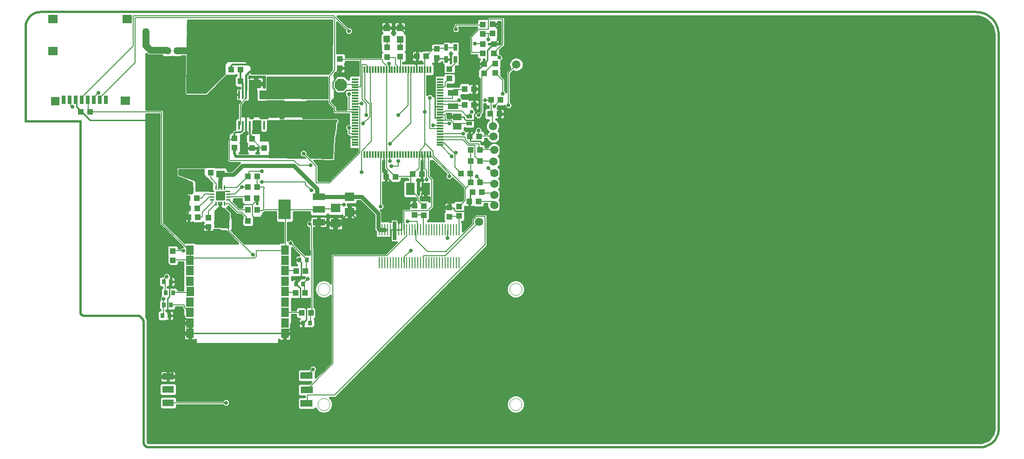
<source format=gtl>
G75*
G70*
%OFA0B0*%
%FSLAX24Y24*%
%IPPOS*%
%LPD*%
%AMOC8*
5,1,8,0,0,1.08239X$1,22.5*
%
%ADD10C,0.0160*%
%ADD11R,0.0284X0.1378*%
%ADD12R,0.0394X0.0433*%
%ADD13R,0.0433X0.0394*%
%ADD14C,0.0083*%
%ADD15C,0.0167*%
%ADD16R,0.0512X0.0591*%
%ADD17R,0.0591X0.0512*%
%ADD18R,0.0118X0.0591*%
%ADD19R,0.0969X0.0969*%
%ADD20R,0.0709X0.0630*%
%ADD21R,0.1339X0.0945*%
%ADD22R,0.1063X0.1161*%
%ADD23R,0.0880X0.0480*%
%ADD24R,0.0866X0.1417*%
%ADD25R,0.0630X0.0866*%
%ADD26R,0.0492X0.0472*%
%ADD27R,0.0472X0.0126*%
%ADD28R,0.0126X0.0472*%
%ADD29R,0.0400X0.0250*%
%ADD30R,0.0748X0.0433*%
%ADD31R,0.0250X0.0500*%
%ADD32OC8,0.0850*%
%ADD33C,0.0591*%
%ADD34R,0.0551X0.0650*%
%ADD35R,0.0276X0.0354*%
%ADD36R,0.0098X0.0787*%
%ADD37C,0.0000*%
%ADD38R,0.0866X0.0472*%
%ADD39R,0.0787X0.0472*%
%ADD40R,0.0669X0.0591*%
%ADD41R,0.0315X0.0591*%
%ADD42R,0.0591X0.0591*%
%ADD43C,0.0060*%
%ADD44C,0.0120*%
%ADD45C,0.0310*%
%ADD46C,0.0080*%
%ADD47C,0.0240*%
%ADD48C,0.0090*%
%ADD49C,0.0280*%
%ADD50R,0.0320X0.0320*%
%ADD51C,0.0300*%
%ADD52C,0.0100*%
%ADD53C,0.0200*%
%ADD54C,0.0320*%
%ADD55R,0.0396X0.0396*%
%ADD56C,0.0500*%
D10*
X011263Y001674D02*
X011263Y010276D01*
X011573Y010278D02*
X011573Y010338D01*
X011572Y010340D01*
X011571Y010438D01*
X011486Y010637D01*
X011486Y025200D01*
X012412Y025200D01*
X012412Y017461D01*
X012412Y017320D01*
X014055Y015677D01*
X013983Y015648D01*
X013916Y015580D01*
X013803Y015580D01*
X013803Y015684D01*
X013668Y015818D01*
X013045Y015818D01*
X012910Y015684D01*
X012910Y015099D01*
X012953Y015057D01*
X012910Y015014D01*
X012910Y014430D01*
X013045Y014295D01*
X013668Y014295D01*
X013803Y014430D01*
X013803Y014580D01*
X014116Y014580D01*
X014116Y014382D01*
X014115Y014382D01*
X014115Y013542D01*
X014115Y012789D01*
X014116Y012788D01*
X014116Y012580D01*
X013757Y012580D01*
X013757Y012652D01*
X013622Y012786D01*
X013156Y012786D01*
X013133Y012763D01*
X013110Y012786D01*
X012992Y012786D01*
X012992Y012788D01*
X013026Y012822D01*
X013034Y012813D01*
X013246Y012813D01*
X013246Y013170D01*
X013246Y013170D01*
X013246Y012813D01*
X013458Y012813D01*
X013564Y012919D01*
X013564Y013170D01*
X013246Y013170D01*
X013246Y013171D01*
X013246Y013528D01*
X013222Y013528D01*
X013222Y013606D01*
X013179Y013709D01*
X013100Y013788D01*
X012998Y013830D01*
X012886Y013830D01*
X012783Y013788D01*
X012705Y013709D01*
X012662Y013606D01*
X012662Y013578D01*
X012501Y013578D01*
X012366Y013443D01*
X012366Y012898D01*
X012501Y012763D01*
X012621Y012763D01*
X012509Y012652D01*
X012509Y012134D01*
X012465Y012089D01*
X012422Y011986D01*
X012422Y011875D01*
X012431Y011854D01*
X012371Y011794D01*
X012371Y011249D01*
X012472Y011147D01*
X012398Y011147D01*
X012263Y011013D01*
X012263Y010468D01*
X012398Y010333D01*
X012864Y010333D01*
X012922Y010391D01*
X012931Y010383D01*
X013143Y010383D01*
X013355Y010383D01*
X013461Y010488D01*
X013461Y010740D01*
X013143Y010740D01*
X013143Y010383D01*
X013143Y010740D01*
X013143Y010740D01*
X013143Y010740D01*
X013461Y010740D01*
X013461Y010992D01*
X013355Y011097D01*
X013143Y011097D01*
X013143Y010741D01*
X013143Y010741D01*
X013143Y011097D01*
X012931Y011097D01*
X012922Y011089D01*
X012897Y011114D01*
X012971Y011114D01*
X012994Y011137D01*
X013017Y011114D01*
X013483Y011114D01*
X013618Y011249D01*
X013618Y011340D01*
X014032Y011340D01*
X014032Y011260D01*
X014115Y011176D01*
X014115Y010544D01*
X014165Y010494D01*
X014165Y010273D01*
X014563Y010273D01*
X014563Y010157D01*
X014679Y010157D01*
X014679Y009976D01*
X014678Y009976D01*
X014678Y009529D01*
X014563Y009529D01*
X014563Y009711D01*
X014563Y010157D01*
X014165Y010157D01*
X014165Y009871D01*
X014165Y009870D01*
X014165Y009529D01*
X014562Y009529D01*
X014562Y009413D01*
X014165Y009413D01*
X014165Y009072D01*
X014270Y008966D01*
X014563Y008966D01*
X014563Y009413D01*
X014678Y009413D01*
X014678Y008966D01*
X014971Y008966D01*
X015001Y008996D01*
X015001Y008766D01*
X015047Y008719D01*
X020968Y008719D01*
X021015Y008766D01*
X021015Y009024D01*
X021078Y008961D01*
X021370Y008961D01*
X021370Y009408D01*
X021486Y009408D01*
X021486Y009524D01*
X021883Y009524D01*
X021883Y009745D01*
X021933Y009795D01*
X021933Y010544D01*
X021934Y010544D01*
X021934Y010800D01*
X022197Y010800D01*
X022197Y010633D01*
X022331Y010498D01*
X022459Y010498D01*
X022407Y010447D01*
X022407Y010195D01*
X022407Y009943D01*
X022513Y009838D01*
X022725Y009838D01*
X022725Y010195D01*
X022407Y010195D01*
X022725Y010195D01*
X022725Y010195D01*
X022725Y010195D01*
X022725Y009838D01*
X022938Y009838D01*
X022946Y009846D01*
X023004Y009788D01*
X023470Y009788D01*
X023605Y009923D01*
X023605Y010468D01*
X023574Y010498D01*
X023585Y010498D01*
X023720Y010633D01*
X023720Y011257D01*
X023585Y011391D01*
X023552Y011391D01*
X023552Y015541D01*
X023492Y015601D01*
X023492Y017032D01*
X023818Y017032D01*
X023818Y017412D01*
X023899Y017412D01*
X023899Y017492D01*
X024479Y017492D01*
X024479Y017767D01*
X024373Y017872D01*
X023899Y017872D01*
X023899Y017492D01*
X023818Y017492D01*
X023818Y017872D01*
X023344Y017872D01*
X023239Y017767D01*
X023239Y017610D01*
X023146Y017610D01*
X023043Y017568D01*
X022965Y017489D01*
X022922Y017386D01*
X022922Y017275D01*
X022965Y017172D01*
X023043Y017093D01*
X023146Y017050D01*
X023152Y017050D01*
X023152Y015601D01*
X023152Y015460D01*
X023212Y015400D01*
X023212Y015143D01*
X022869Y015143D01*
X022102Y015911D01*
X022102Y016006D01*
X022059Y016109D01*
X021980Y016188D01*
X021878Y016230D01*
X021766Y016230D01*
X021663Y016188D01*
X021632Y016156D01*
X021632Y017424D01*
X021947Y017424D01*
X022081Y017558D01*
X022081Y018180D01*
X023189Y018180D01*
X023189Y018027D01*
X023323Y017892D01*
X024394Y017892D01*
X024519Y018017D01*
X024613Y017923D01*
X025512Y017923D01*
X025535Y017945D01*
X025535Y017817D01*
X025492Y017860D01*
X025140Y017860D01*
X025140Y017443D01*
X024985Y017443D01*
X024985Y017288D01*
X024528Y017288D01*
X024528Y016976D01*
X024634Y016870D01*
X024985Y016870D01*
X024985Y017288D01*
X025140Y017288D01*
X025140Y016870D01*
X025492Y016870D01*
X025597Y016976D01*
X025597Y017288D01*
X025140Y017288D01*
X025140Y017443D01*
X025597Y017443D01*
X025597Y017724D01*
X025640Y017681D01*
X025992Y017681D01*
X025992Y018098D01*
X026147Y018098D01*
X026147Y018253D01*
X026603Y018253D01*
X026603Y018565D01*
X026498Y018671D01*
X026147Y018671D01*
X026147Y018253D01*
X025992Y018253D01*
X025992Y018671D01*
X025942Y018671D01*
X025942Y018733D01*
X026519Y018733D01*
X026653Y018868D01*
X026653Y018988D01*
X026823Y018988D01*
X027837Y017974D01*
X027837Y017056D01*
X027837Y016941D01*
X027881Y016834D01*
X027938Y016778D01*
X027938Y016419D01*
X028073Y016285D01*
X028270Y016285D01*
X028467Y016285D01*
X028756Y016285D01*
X028952Y016285D01*
X029002Y016335D01*
X029005Y016335D01*
X029016Y016335D01*
X029016Y016100D01*
X029098Y016018D01*
X029449Y016018D01*
X028651Y015220D01*
X024952Y015220D01*
X024811Y015220D01*
X024712Y015121D01*
X024712Y013088D01*
X024597Y013202D01*
X024354Y013303D01*
X024090Y013303D01*
X023846Y013202D01*
X023660Y013016D01*
X023559Y012772D01*
X023559Y012508D01*
X023660Y012265D01*
X023846Y012078D01*
X024090Y011977D01*
X024354Y011977D01*
X024597Y012078D01*
X024712Y012193D01*
X024712Y007381D01*
X023650Y006319D01*
X023650Y006702D01*
X023679Y006732D01*
X023722Y006835D01*
X023722Y006946D01*
X023679Y007049D01*
X023600Y007128D01*
X023498Y007170D01*
X023386Y007170D01*
X023283Y007128D01*
X023205Y007049D01*
X023162Y006946D01*
X023162Y006898D01*
X022459Y006898D01*
X022324Y006763D01*
X022324Y006100D01*
X022459Y005965D01*
X023297Y005965D01*
X023205Y005874D01*
X022474Y005874D01*
X022340Y005739D01*
X022340Y005076D01*
X022474Y004942D01*
X022852Y004942D01*
X022852Y004909D01*
X022459Y004909D01*
X022324Y004775D01*
X022324Y004112D01*
X022459Y003977D01*
X023515Y003977D01*
X023623Y004085D01*
X023660Y003997D01*
X023846Y003810D01*
X024090Y003709D01*
X024354Y003709D01*
X024597Y003810D01*
X024784Y003997D01*
X024885Y004241D01*
X024885Y004504D01*
X024784Y004748D01*
X024671Y004860D01*
X025072Y004860D01*
X025172Y004960D01*
X035972Y015760D01*
X035972Y015901D01*
X035972Y017941D01*
X035872Y018040D01*
X035731Y018040D01*
X035131Y018040D01*
X035032Y017941D01*
X034792Y017701D01*
X034792Y017560D01*
X034792Y017401D01*
X034205Y016814D01*
X034205Y017397D01*
X034128Y017475D01*
X034245Y017475D01*
X034380Y017609D01*
X034380Y018194D01*
X034337Y018236D01*
X034380Y018279D01*
X034380Y018581D01*
X034406Y018555D01*
X034658Y018555D01*
X034658Y018933D01*
X034695Y018933D01*
X034695Y018555D01*
X034948Y018555D01*
X034976Y018583D01*
X035054Y018505D01*
X035638Y018505D01*
X035773Y018640D01*
X035773Y018780D01*
X035951Y018780D01*
X035946Y018770D01*
X035946Y018561D01*
X036026Y018368D01*
X036174Y018220D01*
X036367Y018140D01*
X036576Y018140D01*
X036769Y018220D01*
X036917Y018368D01*
X036997Y018561D01*
X036997Y018770D01*
X036917Y018963D01*
X036828Y019051D01*
X036901Y019124D01*
X036981Y019317D01*
X036981Y019526D01*
X036901Y019719D01*
X036814Y019805D01*
X036906Y019897D01*
X036986Y020090D01*
X036986Y020299D01*
X036906Y020492D01*
X036807Y020592D01*
X036900Y020685D01*
X036980Y020878D01*
X036980Y021087D01*
X036900Y021280D01*
X036758Y021423D01*
X036856Y021521D01*
X036936Y021714D01*
X036936Y021923D01*
X036856Y022116D01*
X036770Y022202D01*
X036913Y022346D01*
X036993Y022539D01*
X036993Y022748D01*
X036913Y022941D01*
X036765Y023089D01*
X036649Y023137D01*
X036718Y023165D01*
X036866Y023313D01*
X036945Y023506D01*
X036945Y023715D01*
X036866Y023908D01*
X036758Y024016D01*
X036805Y024064D01*
X036885Y024257D01*
X036885Y024466D01*
X036805Y024659D01*
X036658Y024807D01*
X036593Y024833D01*
X036819Y024833D01*
X036819Y025211D01*
X036856Y025211D01*
X036856Y024833D01*
X037109Y024833D01*
X037214Y024939D01*
X037214Y025211D01*
X036856Y025211D01*
X036856Y025248D01*
X037214Y025248D01*
X037214Y025521D01*
X037109Y025626D01*
X036856Y025626D01*
X036856Y025248D01*
X036819Y025248D01*
X036819Y025626D01*
X036694Y025626D01*
X036699Y025632D01*
X036742Y025735D01*
X036742Y025791D01*
X037195Y025791D01*
X037202Y025798D01*
X037202Y025795D01*
X037245Y025692D01*
X037323Y025613D01*
X037426Y025570D01*
X037538Y025570D01*
X037640Y025613D01*
X037719Y025692D01*
X037762Y025795D01*
X037762Y025906D01*
X037719Y026009D01*
X037652Y026076D01*
X037652Y028120D01*
X037827Y028295D01*
X037939Y028249D01*
X038148Y028249D01*
X038341Y028329D01*
X038489Y028477D01*
X038569Y028670D01*
X038569Y028879D01*
X038489Y029072D01*
X038341Y029219D01*
X038148Y029299D01*
X037939Y029299D01*
X037746Y029219D01*
X037598Y029072D01*
X037518Y028879D01*
X037518Y028670D01*
X037578Y028526D01*
X037411Y028360D01*
X037312Y028261D01*
X037312Y026818D01*
X037299Y026849D01*
X037232Y026916D01*
X037232Y027721D01*
X037132Y027820D01*
X036984Y027969D01*
X036984Y028481D01*
X036941Y028523D01*
X036984Y028566D01*
X036984Y029036D01*
X037059Y029112D01*
X037102Y029215D01*
X037102Y029326D01*
X037059Y029429D01*
X036980Y029508D01*
X036880Y029549D01*
X036880Y029808D01*
X037232Y030160D01*
X037232Y030301D01*
X037232Y032101D01*
X037132Y032200D01*
X036991Y032200D01*
X036172Y032200D01*
X036031Y032200D01*
X035913Y032081D01*
X035334Y032081D01*
X035199Y031947D01*
X035199Y031780D01*
X033772Y031780D01*
X033631Y031780D01*
X033532Y031681D01*
X033532Y031536D01*
X033465Y031469D01*
X033422Y031366D01*
X033422Y031255D01*
X033465Y031152D01*
X033543Y031073D01*
X033646Y031030D01*
X033758Y031030D01*
X033860Y031073D01*
X033939Y031152D01*
X033982Y031255D01*
X033982Y031366D01*
X033951Y031440D01*
X035199Y031440D01*
X035199Y031368D01*
X034672Y030841D01*
X034672Y030700D01*
X034672Y029560D01*
X034771Y029460D01*
X034912Y029460D01*
X035192Y029460D01*
X035192Y029288D01*
X035327Y029154D01*
X035391Y029154D01*
X035328Y029090D01*
X035328Y028837D01*
X035706Y028837D01*
X035706Y028800D01*
X035328Y028800D01*
X035328Y028547D01*
X035356Y028519D01*
X035278Y028442D01*
X035278Y027857D01*
X035392Y027743D01*
X035392Y025441D01*
X035361Y025410D01*
X035266Y025410D01*
X035163Y025368D01*
X035122Y025326D01*
X035122Y025426D01*
X035097Y025486D01*
X035284Y025486D01*
X035389Y025592D01*
X035389Y025864D01*
X035031Y025864D01*
X035031Y025577D01*
X035000Y025608D01*
X034994Y025610D01*
X034994Y025864D01*
X035031Y025864D01*
X035031Y025901D01*
X035389Y025901D01*
X035389Y026174D01*
X035284Y026279D01*
X035031Y026279D01*
X035031Y025902D01*
X034994Y025902D01*
X034994Y026279D01*
X034741Y026279D01*
X034713Y026252D01*
X034635Y026329D01*
X034195Y026329D01*
X034179Y026369D01*
X034107Y026441D01*
X034108Y026442D01*
X034108Y026569D01*
X034627Y026569D01*
X034705Y026646D01*
X034733Y026619D01*
X034986Y026619D01*
X034986Y026996D01*
X035022Y026996D01*
X035022Y026619D01*
X035275Y026619D01*
X035381Y026724D01*
X035381Y026997D01*
X035023Y026997D01*
X035023Y027034D01*
X035381Y027034D01*
X035381Y027306D01*
X035275Y027412D01*
X035022Y027412D01*
X035022Y027034D01*
X034986Y027034D01*
X034986Y027412D01*
X034733Y027412D01*
X034705Y027384D01*
X034627Y027462D01*
X034043Y027462D01*
X033908Y027327D01*
X033908Y027200D01*
X033092Y027200D01*
X033092Y027301D01*
X033092Y027358D01*
X033560Y027358D01*
X033695Y027493D01*
X033695Y028077D01*
X033653Y028119D01*
X033695Y028162D01*
X033695Y028661D01*
X033900Y028661D01*
X034035Y028796D01*
X034035Y029486D01*
X033950Y029571D01*
X034035Y029656D01*
X034035Y030346D01*
X033900Y030481D01*
X033459Y030481D01*
X033350Y030371D01*
X033240Y030481D01*
X032799Y030481D01*
X032665Y030346D01*
X032665Y030308D01*
X032648Y030325D01*
X032024Y030325D01*
X031889Y030191D01*
X031889Y029918D01*
X031784Y029813D01*
X031294Y029813D01*
X031217Y029735D01*
X031189Y029763D01*
X030936Y029763D01*
X030936Y029385D01*
X030899Y029385D01*
X030899Y029763D01*
X030646Y029763D01*
X030540Y029658D01*
X030540Y029385D01*
X030899Y029385D01*
X030899Y029348D01*
X030936Y029348D01*
X030936Y028970D01*
X031189Y028970D01*
X031217Y028998D01*
X031294Y028920D01*
X031312Y028920D01*
X031312Y028876D01*
X031246Y028876D01*
X030930Y028876D01*
X030891Y028837D01*
X030852Y028876D01*
X030656Y028876D01*
X030459Y028876D01*
X030262Y028876D01*
X029945Y028876D01*
X029912Y028876D01*
X029912Y028904D01*
X030022Y028904D01*
X030156Y029038D01*
X030156Y029623D01*
X030114Y029665D01*
X030156Y029708D01*
X030156Y030243D01*
X030170Y030257D01*
X030170Y030920D01*
X030052Y031037D01*
X030120Y031104D01*
X030120Y031377D01*
X029732Y031377D01*
X029732Y031453D01*
X030120Y031453D01*
X030120Y031726D01*
X030014Y031831D01*
X029732Y031831D01*
X029732Y031453D01*
X029656Y031453D01*
X029656Y031831D01*
X029373Y031831D01*
X029268Y031726D01*
X029268Y031453D01*
X029655Y031453D01*
X029655Y031377D01*
X029268Y031377D01*
X029268Y031104D01*
X029335Y031037D01*
X029225Y030927D01*
X029109Y031044D01*
X029176Y031111D01*
X029176Y031384D01*
X028788Y031384D01*
X028788Y031460D01*
X028712Y031460D01*
X028712Y031838D01*
X028429Y031838D01*
X028324Y031733D01*
X028324Y031460D01*
X028712Y031460D01*
X028712Y031384D01*
X028324Y031384D01*
X028324Y031111D01*
X028391Y031044D01*
X028274Y030926D01*
X028274Y030264D01*
X028319Y030219D01*
X028319Y029703D01*
X028361Y029661D01*
X028319Y029618D01*
X028319Y029320D01*
X026932Y029320D01*
X025818Y029320D01*
X025818Y029487D01*
X025683Y029621D01*
X025172Y029621D01*
X025172Y031800D01*
X025742Y031230D01*
X025742Y031135D01*
X025785Y031032D01*
X025863Y030953D01*
X025966Y030910D01*
X026078Y030910D01*
X026180Y030953D01*
X026259Y031032D01*
X026302Y031135D01*
X026302Y031246D01*
X026259Y031349D01*
X026180Y031428D01*
X026078Y031470D01*
X025982Y031470D01*
X025200Y032252D01*
X070980Y032252D01*
X071042Y032252D01*
X071214Y032241D01*
X071546Y032152D01*
X071844Y031980D01*
X072087Y031737D01*
X072259Y031439D01*
X072348Y031107D01*
X072359Y030935D01*
X072359Y002681D01*
X072359Y002619D01*
X072351Y002489D01*
X072283Y002237D01*
X072153Y002011D01*
X071969Y001827D01*
X071743Y001696D01*
X071491Y001629D01*
X071361Y001620D01*
X011621Y001620D01*
X011611Y001621D01*
X011594Y001629D01*
X011581Y001642D01*
X011574Y001660D01*
X011573Y001669D01*
X011573Y001673D01*
X011574Y001731D01*
X011573Y001733D01*
X011573Y010216D01*
X011573Y010218D01*
X011573Y010278D01*
X011572Y010347D02*
X012384Y010347D01*
X012263Y010506D02*
X011542Y010506D01*
X011486Y010664D02*
X012263Y010664D01*
X012263Y010823D02*
X011486Y010823D01*
X011486Y010981D02*
X012263Y010981D01*
X012391Y011140D02*
X011486Y011140D01*
X011486Y011298D02*
X012371Y011298D01*
X012371Y011457D02*
X011486Y011457D01*
X011486Y011616D02*
X012371Y011616D01*
X012371Y011774D02*
X011486Y011774D01*
X011486Y011933D02*
X012422Y011933D01*
X012467Y012091D02*
X011486Y012091D01*
X011486Y012250D02*
X012509Y012250D01*
X012509Y012408D02*
X011486Y012408D01*
X011486Y012567D02*
X012509Y012567D01*
X012583Y012725D02*
X011486Y012725D01*
X011486Y012884D02*
X012381Y012884D01*
X012366Y013042D02*
X011486Y013042D01*
X011486Y013201D02*
X012366Y013201D01*
X012366Y013360D02*
X011486Y013360D01*
X011486Y013518D02*
X012442Y013518D01*
X012691Y013677D02*
X011486Y013677D01*
X011486Y013835D02*
X014115Y013835D01*
X014115Y013677D02*
X013193Y013677D01*
X013246Y013528D02*
X013246Y013171D01*
X013246Y013171D01*
X013564Y013171D01*
X013564Y013422D01*
X013458Y013528D01*
X013246Y013528D01*
X013246Y013518D02*
X013246Y013518D01*
X013246Y013360D02*
X013246Y013360D01*
X013246Y013201D02*
X013246Y013201D01*
X013246Y013042D02*
X013246Y013042D01*
X013246Y012884D02*
X013246Y012884D01*
X013529Y012884D02*
X014115Y012884D01*
X014115Y013042D02*
X013564Y013042D01*
X013564Y013201D02*
X014115Y013201D01*
X014115Y013360D02*
X013564Y013360D01*
X013468Y013518D02*
X014115Y013518D01*
X014115Y013994D02*
X011486Y013994D01*
X011486Y014152D02*
X014115Y014152D01*
X014115Y014311D02*
X013684Y014311D01*
X013803Y014469D02*
X014116Y014469D01*
X013029Y014311D02*
X011486Y014311D01*
X011486Y014469D02*
X012910Y014469D01*
X012910Y014628D02*
X011486Y014628D01*
X011486Y014786D02*
X012910Y014786D01*
X012910Y014945D02*
X011486Y014945D01*
X011486Y015104D02*
X012910Y015104D01*
X012910Y015262D02*
X011486Y015262D01*
X011486Y015421D02*
X012910Y015421D01*
X012910Y015579D02*
X011486Y015579D01*
X011486Y015738D02*
X012964Y015738D01*
X013518Y016213D02*
X011486Y016213D01*
X011486Y016055D02*
X013677Y016055D01*
X013835Y015896D02*
X011486Y015896D01*
X011486Y016372D02*
X013360Y016372D01*
X013201Y016530D02*
X011486Y016530D01*
X011486Y016689D02*
X013043Y016689D01*
X012884Y016847D02*
X011486Y016847D01*
X011486Y017006D02*
X012726Y017006D01*
X012567Y017165D02*
X011486Y017165D01*
X011486Y017323D02*
X012412Y017323D01*
X012412Y017482D02*
X011486Y017482D01*
X011486Y017640D02*
X012412Y017640D01*
X012412Y017799D02*
X011486Y017799D01*
X011486Y017957D02*
X012412Y017957D01*
X012412Y018116D02*
X011486Y018116D01*
X011486Y018274D02*
X012412Y018274D01*
X012412Y018433D02*
X011486Y018433D01*
X011486Y018591D02*
X012412Y018591D01*
X012412Y018750D02*
X011486Y018750D01*
X011486Y018909D02*
X012412Y018909D01*
X012412Y019067D02*
X011486Y019067D01*
X011486Y019226D02*
X012412Y019226D01*
X012412Y019384D02*
X011486Y019384D01*
X011486Y019543D02*
X012412Y019543D01*
X012412Y019701D02*
X011486Y019701D01*
X011486Y019860D02*
X012412Y019860D01*
X012412Y020018D02*
X011486Y020018D01*
X011486Y020177D02*
X012412Y020177D01*
X012412Y020335D02*
X011486Y020335D01*
X011486Y020494D02*
X012412Y020494D01*
X012412Y020653D02*
X011486Y020653D01*
X011486Y020811D02*
X012412Y020811D01*
X012412Y020970D02*
X011486Y020970D01*
X011486Y021128D02*
X012412Y021128D01*
X012412Y021287D02*
X011486Y021287D01*
X011486Y021445D02*
X012412Y021445D01*
X012412Y021604D02*
X011486Y021604D01*
X011486Y021762D02*
X012412Y021762D01*
X012412Y021921D02*
X011486Y021921D01*
X011486Y022079D02*
X012412Y022079D01*
X012412Y022238D02*
X011486Y022238D01*
X011486Y022396D02*
X012412Y022396D01*
X012412Y022555D02*
X011486Y022555D01*
X011486Y022714D02*
X012412Y022714D01*
X012412Y022872D02*
X011486Y022872D01*
X011486Y023031D02*
X012412Y023031D01*
X012412Y023189D02*
X011486Y023189D01*
X011486Y023348D02*
X012412Y023348D01*
X012412Y023506D02*
X011486Y023506D01*
X011486Y023665D02*
X012412Y023665D01*
X012412Y023823D02*
X011486Y023823D01*
X011486Y023982D02*
X012412Y023982D01*
X012412Y024140D02*
X011486Y024140D01*
X011486Y024299D02*
X012412Y024299D01*
X012412Y024458D02*
X011486Y024458D01*
X011486Y024616D02*
X012412Y024616D01*
X012412Y024775D02*
X011486Y024775D01*
X011486Y024933D02*
X012412Y024933D01*
X012412Y025092D02*
X011486Y025092D01*
X011486Y025540D02*
X011486Y029555D01*
X011553Y029488D01*
X011696Y029429D01*
X012583Y029429D01*
X012696Y029315D01*
X013280Y029315D01*
X013323Y029358D01*
X013366Y029315D01*
X013950Y029315D01*
X014006Y029372D01*
X014233Y029372D01*
X014213Y026791D01*
X014213Y026790D01*
X014213Y026718D01*
X014212Y026651D01*
X014213Y026650D01*
X014263Y026599D01*
X014311Y026551D01*
X014312Y026551D01*
X014312Y026550D01*
X014384Y026550D01*
X014452Y026550D01*
X014453Y026550D01*
X015693Y026550D01*
X015763Y026550D01*
X015833Y026550D01*
X015833Y026550D01*
X015833Y026550D01*
X015877Y026594D01*
X015933Y026650D01*
X017248Y027967D01*
X017266Y027985D01*
X017272Y027978D01*
X017856Y027978D01*
X017899Y028021D01*
X017925Y027995D01*
X017864Y027934D01*
X017836Y027961D01*
X017583Y027961D01*
X017583Y027584D01*
X017546Y027584D01*
X017546Y027961D01*
X017293Y027961D01*
X017187Y027856D01*
X017187Y027583D01*
X017546Y027583D01*
X017546Y027546D01*
X017583Y027546D01*
X017583Y027168D01*
X017836Y027168D01*
X017864Y027196D01*
X017941Y027118D01*
X018191Y027118D01*
X018191Y027087D01*
X018187Y027083D01*
X018136Y027083D01*
X018136Y027031D01*
X018135Y027031D01*
X018135Y027083D01*
X018002Y027083D01*
X017896Y026977D01*
X017896Y026607D01*
X017896Y026237D01*
X018002Y026132D01*
X018135Y026132D01*
X018135Y026184D01*
X018136Y026183D01*
X018136Y026132D01*
X018187Y026132D01*
X018195Y026124D01*
X018052Y025981D01*
X018052Y025840D01*
X018052Y024928D01*
X017981Y024928D01*
X017846Y024793D01*
X017846Y024125D01*
X017776Y024125D01*
X017716Y024065D01*
X017599Y023948D01*
X017599Y023906D01*
X017507Y023906D01*
X017372Y023772D01*
X017372Y023440D01*
X017371Y023440D01*
X017370Y023439D01*
X017369Y023439D01*
X017320Y023389D01*
X017272Y023341D01*
X017272Y023339D01*
X017271Y023338D01*
X017271Y023337D01*
X017269Y023335D01*
X017269Y023194D01*
X017272Y023192D01*
X017272Y021977D01*
X017171Y022078D01*
X016849Y022078D01*
X016849Y021691D01*
X016753Y021691D01*
X016753Y022078D01*
X016431Y022078D01*
X016402Y022050D01*
X016392Y022060D01*
X016119Y022060D01*
X016119Y021702D01*
X016082Y021702D01*
X016082Y022060D01*
X015810Y022060D01*
X015704Y021955D01*
X015704Y021702D01*
X016082Y021702D01*
X016082Y021665D01*
X015704Y021665D01*
X015704Y021413D01*
X015701Y021416D01*
X015700Y021416D01*
X015699Y021417D01*
X015628Y021417D01*
X015561Y021419D01*
X015559Y021418D01*
X013856Y021423D01*
X013852Y021427D01*
X013786Y021424D01*
X013721Y021424D01*
X013717Y021420D01*
X013711Y021420D01*
X013667Y021371D01*
X013621Y021325D01*
X013621Y021319D01*
X013617Y021315D01*
X013620Y021250D01*
X013620Y021184D01*
X013624Y021180D01*
X013640Y020873D01*
X013629Y020843D01*
X013642Y020814D01*
X013641Y020769D01*
X013646Y020764D01*
X013646Y020756D01*
X013683Y020724D01*
X013687Y020715D01*
X013696Y020711D01*
X013738Y020667D01*
X013746Y020667D01*
X013751Y020662D01*
X013815Y020665D01*
X013816Y020665D01*
X014346Y020464D01*
X014256Y020464D01*
X014151Y020358D01*
X014151Y020036D01*
X014539Y020036D01*
X014539Y019941D01*
X014151Y019941D01*
X014151Y019619D01*
X014185Y019585D01*
X014175Y019585D01*
X014069Y019480D01*
X014069Y019207D01*
X014427Y019207D01*
X014427Y019170D01*
X014069Y019170D01*
X014069Y018897D01*
X014168Y018799D01*
X014089Y018720D01*
X014089Y018447D01*
X014447Y018447D01*
X014447Y018410D01*
X014089Y018410D01*
X014089Y018137D01*
X014129Y018097D01*
X014129Y017827D01*
X014487Y017827D01*
X014487Y017790D01*
X014129Y017790D01*
X014129Y017517D01*
X014235Y017412D01*
X014488Y017412D01*
X014488Y017790D01*
X014525Y017790D01*
X014525Y017412D01*
X014778Y017412D01*
X014805Y017440D01*
X014883Y017362D01*
X015468Y017362D01*
X015545Y017440D01*
X015572Y017413D01*
X015544Y017385D01*
X015544Y017132D01*
X015922Y017132D01*
X015922Y017095D01*
X015959Y017095D01*
X015959Y016737D01*
X016232Y016737D01*
X016337Y016842D01*
X016337Y016905D01*
X016360Y016904D01*
X016426Y016902D01*
X016427Y016902D01*
X016551Y016898D01*
X016552Y016897D01*
X016622Y016896D01*
X016690Y016894D01*
X016691Y016895D01*
X016765Y016894D01*
X016836Y016823D01*
X017212Y016823D01*
X017212Y016780D01*
X017311Y016680D01*
X018031Y015961D01*
X015047Y015961D01*
X015047Y015960D01*
X014992Y016015D01*
X014250Y016015D01*
X014224Y015988D01*
X012752Y017461D01*
X012752Y025441D01*
X012652Y025540D01*
X012511Y025540D01*
X011486Y025540D01*
X011486Y025567D02*
X018052Y025567D01*
X018052Y025409D02*
X012752Y025409D01*
X012752Y025250D02*
X018052Y025250D01*
X018052Y025092D02*
X012752Y025092D01*
X012752Y024933D02*
X018052Y024933D01*
X017846Y024775D02*
X012752Y024775D01*
X012752Y024616D02*
X017846Y024616D01*
X017846Y024458D02*
X012752Y024458D01*
X012752Y024299D02*
X017846Y024299D01*
X017846Y024140D02*
X012752Y024140D01*
X012752Y023982D02*
X017633Y023982D01*
X017424Y023823D02*
X012752Y023823D01*
X012752Y023665D02*
X017372Y023665D01*
X017372Y023506D02*
X012752Y023506D01*
X012752Y023348D02*
X017279Y023348D01*
X017272Y023189D02*
X012752Y023189D01*
X012752Y023031D02*
X017272Y023031D01*
X017272Y022872D02*
X012752Y022872D01*
X012752Y022714D02*
X017272Y022714D01*
X017272Y022555D02*
X012752Y022555D01*
X012752Y022396D02*
X017272Y022396D01*
X017272Y022238D02*
X012752Y022238D01*
X012752Y022079D02*
X017272Y022079D01*
X017276Y021816D02*
X017371Y021720D01*
X017512Y021720D01*
X018176Y021720D01*
X018127Y021671D01*
X017613Y021158D01*
X017326Y021155D01*
X017326Y021246D01*
X017268Y021304D01*
X017276Y021312D01*
X017276Y021595D01*
X016849Y021595D01*
X016849Y021691D01*
X017276Y021691D01*
X017276Y021816D01*
X017276Y021762D02*
X017329Y021762D01*
X017276Y021445D02*
X017901Y021445D01*
X017742Y021287D02*
X017285Y021287D01*
X016849Y021604D02*
X018059Y021604D01*
X016849Y021762D02*
X016753Y021762D01*
X016753Y021691D02*
X016753Y021595D01*
X016497Y021595D01*
X016497Y021665D01*
X016119Y021665D01*
X016119Y021702D01*
X016326Y021702D01*
X016326Y021691D01*
X016753Y021691D01*
X016753Y021604D02*
X016497Y021604D01*
X016753Y021921D02*
X016849Y021921D01*
X016119Y021921D02*
X016082Y021921D01*
X016082Y021762D02*
X016119Y021762D01*
X015704Y021762D02*
X012752Y021762D01*
X012752Y021604D02*
X015704Y021604D01*
X015704Y021445D02*
X012752Y021445D01*
X012752Y021287D02*
X013618Y021287D01*
X013627Y021128D02*
X012752Y021128D01*
X012752Y020970D02*
X013635Y020970D01*
X013642Y020811D02*
X012752Y020811D01*
X012752Y020653D02*
X013850Y020653D01*
X014151Y020335D02*
X012752Y020335D01*
X012752Y020177D02*
X014151Y020177D01*
X014151Y019860D02*
X012752Y019860D01*
X012752Y020018D02*
X014539Y020018D01*
X014539Y019940D02*
X014635Y019940D01*
X014635Y019585D01*
X014539Y019585D01*
X014539Y019940D01*
X014539Y019860D02*
X014635Y019860D01*
X014635Y019701D02*
X014539Y019701D01*
X014151Y019701D02*
X012752Y019701D01*
X012752Y019543D02*
X014132Y019543D01*
X014069Y019384D02*
X012752Y019384D01*
X012752Y019226D02*
X014069Y019226D01*
X014069Y019067D02*
X012752Y019067D01*
X012752Y018909D02*
X014069Y018909D01*
X014120Y018750D02*
X012752Y018750D01*
X012752Y018591D02*
X014089Y018591D01*
X014089Y018274D02*
X012752Y018274D01*
X012752Y018116D02*
X014111Y018116D01*
X014129Y017957D02*
X012752Y017957D01*
X012752Y017799D02*
X014487Y017799D01*
X014488Y017640D02*
X014525Y017640D01*
X014525Y017482D02*
X014488Y017482D01*
X014165Y017482D02*
X012752Y017482D01*
X012752Y017640D02*
X014129Y017640D01*
X013365Y016847D02*
X015544Y016847D01*
X015544Y016842D02*
X015650Y016737D01*
X015922Y016737D01*
X015922Y017095D01*
X015544Y017095D01*
X015544Y016842D01*
X015544Y017006D02*
X013206Y017006D01*
X013048Y017165D02*
X015544Y017165D01*
X015544Y017323D02*
X012889Y017323D01*
X013524Y016689D02*
X017303Y016689D01*
X017461Y016530D02*
X013682Y016530D01*
X013841Y016372D02*
X017620Y016372D01*
X017778Y016213D02*
X013999Y016213D01*
X014158Y016055D02*
X017937Y016055D01*
X018101Y016372D02*
X021292Y016372D01*
X021292Y016530D02*
X017942Y016530D01*
X017784Y016689D02*
X021292Y016689D01*
X021292Y016847D02*
X017625Y016847D01*
X017604Y016873D02*
X017887Y016873D01*
X017887Y017300D01*
X017983Y017300D01*
X017983Y016873D01*
X018265Y016873D01*
X018371Y016979D01*
X018371Y017225D01*
X018494Y017102D01*
X019078Y017102D01*
X019156Y017180D01*
X019184Y017152D01*
X019437Y017152D01*
X019437Y017530D01*
X019474Y017530D01*
X019474Y017567D01*
X019832Y017567D01*
X019832Y017840D01*
X019759Y017913D01*
X019862Y018017D01*
X019862Y018109D01*
X019895Y018109D01*
X019967Y018180D01*
X019972Y018180D01*
X019972Y018180D01*
X020755Y018180D01*
X020755Y017558D01*
X020890Y017424D01*
X021292Y017424D01*
X021292Y016010D01*
X021058Y016010D01*
X020988Y015941D01*
X020968Y015961D01*
X018512Y015961D01*
X017594Y016879D01*
X017596Y016881D01*
X017604Y016873D01*
X017887Y017006D02*
X017983Y017006D01*
X017983Y017165D02*
X017887Y017165D01*
X017887Y017397D02*
X017887Y017824D01*
X017604Y017824D01*
X017596Y017816D01*
X017591Y017820D01*
X017595Y018020D01*
X017596Y018021D01*
X017596Y018090D01*
X017598Y018159D01*
X017596Y018160D01*
X017596Y018162D01*
X017547Y018211D01*
X017500Y018260D01*
X017498Y018260D01*
X017287Y018471D01*
X017324Y018508D01*
X017358Y018591D01*
X017851Y018098D01*
X017950Y017999D01*
X018250Y017999D01*
X018374Y017875D01*
X018359Y017860D01*
X018359Y017730D01*
X018265Y017824D01*
X017983Y017824D01*
X017983Y017397D01*
X017887Y017397D01*
X017887Y017482D02*
X017983Y017482D01*
X017983Y017640D02*
X017887Y017640D01*
X017887Y017799D02*
X017983Y017799D01*
X018290Y017799D02*
X018359Y017799D01*
X018292Y017957D02*
X017594Y017957D01*
X017597Y018116D02*
X017833Y018116D01*
X017675Y018274D02*
X017484Y018274D01*
X017516Y018433D02*
X017325Y018433D01*
X017767Y018909D02*
X018319Y018909D01*
X018319Y018857D02*
X018319Y019100D01*
X017759Y019100D01*
X017759Y019002D01*
X017734Y018941D01*
X018177Y018499D01*
X018339Y018499D01*
X018339Y018640D01*
X018438Y018739D01*
X018319Y018857D01*
X018426Y018750D02*
X017925Y018750D01*
X018084Y018591D02*
X018339Y018591D01*
X018319Y019067D02*
X017759Y019067D01*
X016964Y019289D02*
X016964Y019342D01*
X016975Y019369D01*
X016964Y019395D01*
X016964Y019448D01*
X016861Y019448D01*
X016861Y019289D01*
X016964Y019289D01*
X016969Y019384D02*
X016861Y019384D01*
X016861Y019449D02*
X016701Y019449D01*
X016701Y019552D01*
X016754Y019552D01*
X016781Y019563D01*
X016807Y019552D01*
X016861Y019552D01*
X016861Y019449D01*
X016861Y019543D02*
X016701Y019543D01*
X016701Y019448D02*
X016701Y019289D01*
X016597Y019289D01*
X016597Y019342D01*
X016586Y019369D01*
X016597Y019395D01*
X016597Y019448D01*
X016701Y019448D01*
X016701Y019384D02*
X016593Y019384D01*
X016701Y019288D02*
X016861Y019288D01*
X016861Y019185D01*
X016807Y019185D01*
X016781Y019174D01*
X016754Y019185D01*
X016701Y019185D01*
X016701Y019288D01*
X016701Y019226D02*
X016861Y019226D01*
X015371Y020025D02*
X015335Y019989D01*
X015371Y020025D02*
X015371Y020648D01*
X014266Y020494D02*
X012752Y020494D01*
X012752Y021921D02*
X015704Y021921D01*
X018172Y022425D02*
X018265Y022518D01*
X018265Y023102D01*
X018223Y023145D01*
X018265Y023187D01*
X018265Y023725D01*
X018362Y023725D01*
X018479Y023842D01*
X018514Y023877D01*
X018546Y023877D01*
X018596Y023927D01*
X018647Y023927D01*
X018647Y023979D01*
X018647Y023979D01*
X018647Y023979D01*
X018647Y023927D01*
X018699Y023927D01*
X018703Y023923D01*
X018703Y023864D01*
X018703Y023822D01*
X018612Y023732D01*
X018612Y023147D01*
X018690Y023070D01*
X018662Y023042D01*
X018662Y022789D01*
X019040Y022789D01*
X019040Y022752D01*
X018662Y022752D01*
X018662Y022499D01*
X018736Y022425D01*
X018172Y022425D01*
X018265Y022555D02*
X018662Y022555D01*
X018662Y022714D02*
X018265Y022714D01*
X018265Y022872D02*
X018662Y022872D01*
X018662Y023031D02*
X018265Y023031D01*
X018265Y023189D02*
X018612Y023189D01*
X018612Y023348D02*
X018265Y023348D01*
X018265Y023506D02*
X018612Y023506D01*
X018612Y023665D02*
X018265Y023665D01*
X018459Y023685D02*
X018459Y022845D01*
X018519Y022785D01*
X019044Y022785D01*
X019059Y022770D01*
X019078Y022752D02*
X019078Y022789D01*
X019455Y022789D01*
X019455Y022808D01*
X019492Y022771D01*
X019492Y022478D01*
X019546Y022425D01*
X019381Y022425D01*
X019455Y022499D01*
X019455Y022752D01*
X019078Y022752D01*
X019455Y022714D02*
X019492Y022714D01*
X019492Y022555D02*
X019455Y022555D01*
X018703Y023823D02*
X018460Y023823D01*
X018951Y024928D02*
X018951Y025425D01*
X018392Y025425D01*
X018392Y025585D01*
X018951Y025585D01*
X018951Y026132D01*
X019037Y026132D01*
X019111Y026132D01*
X019111Y025585D01*
X018951Y025585D01*
X018951Y025425D01*
X019111Y025425D01*
X019111Y025585D01*
X019695Y025585D01*
X019695Y026064D01*
X019677Y026082D01*
X019772Y026082D01*
X020081Y026082D01*
X020154Y026155D01*
X021307Y026155D01*
X021307Y025674D01*
X021939Y025674D01*
X021939Y025514D01*
X021307Y025514D01*
X021307Y024938D01*
X021313Y024933D01*
X021114Y024933D01*
X021114Y024932D02*
X021114Y025131D01*
X020687Y025131D01*
X020687Y025227D01*
X020591Y025227D01*
X020591Y025615D01*
X020269Y025615D01*
X020164Y025509D01*
X020164Y025227D01*
X020591Y025227D01*
X020591Y025131D01*
X020164Y025131D01*
X020164Y024929D01*
X019677Y024928D01*
X019695Y024946D01*
X019695Y025425D01*
X019111Y025425D01*
X019111Y024931D01*
X019069Y024928D01*
X019057Y024928D01*
X018951Y024928D01*
X018951Y024933D02*
X019111Y024933D01*
X019111Y025092D02*
X018951Y025092D01*
X018951Y025250D02*
X019111Y025250D01*
X019111Y025409D02*
X018951Y025409D01*
X018951Y025567D02*
X018392Y025567D01*
X018052Y025726D02*
X011486Y025726D01*
X011486Y025884D02*
X018052Y025884D01*
X018114Y026043D02*
X011486Y026043D01*
X011486Y026202D02*
X017932Y026202D01*
X017896Y026360D02*
X011486Y026360D01*
X011486Y026519D02*
X017896Y026519D01*
X017896Y026607D02*
X018102Y026607D01*
X018102Y026607D01*
X017896Y026607D01*
X017896Y026677D02*
X015960Y026677D01*
X015933Y026650D02*
X015933Y026650D01*
X015693Y026550D02*
X015693Y026550D01*
X016118Y026836D02*
X017896Y026836D01*
X017913Y026994D02*
X016277Y026994D01*
X016435Y027153D02*
X017907Y027153D01*
X017583Y027311D02*
X017546Y027311D01*
X017546Y027168D02*
X017546Y027546D01*
X017187Y027546D01*
X017187Y027274D01*
X017293Y027168D01*
X017546Y027168D01*
X017546Y027470D02*
X017583Y027470D01*
X017583Y027628D02*
X017546Y027628D01*
X017546Y027787D02*
X017583Y027787D01*
X017583Y027946D02*
X017546Y027946D01*
X017277Y027946D02*
X017226Y027946D01*
X017187Y027787D02*
X017068Y027787D01*
X017187Y027628D02*
X016910Y027628D01*
X016751Y027470D02*
X017187Y027470D01*
X017187Y027311D02*
X016593Y027311D01*
X017852Y027946D02*
X017876Y027946D01*
X018639Y028005D02*
X019156Y028522D01*
X018639Y028005D02*
X018639Y026985D01*
X019281Y027471D02*
X019281Y027889D01*
X018930Y027889D01*
X018859Y027817D01*
X018859Y027914D01*
X018884Y027939D01*
X018929Y027895D01*
X019069Y027895D01*
X019969Y027895D01*
X019969Y027133D01*
X019893Y027133D01*
X019893Y027316D01*
X019437Y027316D01*
X019437Y027471D01*
X019893Y027471D01*
X019893Y027783D01*
X019788Y027889D01*
X019436Y027889D01*
X019436Y027471D01*
X019281Y027471D01*
X019437Y027470D02*
X019969Y027470D01*
X019969Y027628D02*
X019893Y027628D01*
X019890Y027787D02*
X019969Y027787D01*
X019969Y027311D02*
X019893Y027311D01*
X019893Y027153D02*
X019969Y027153D01*
X019436Y027628D02*
X019281Y027628D01*
X019281Y027787D02*
X019436Y027787D01*
X019382Y026607D02*
X019382Y026607D01*
X019176Y026607D01*
X019159Y026607D01*
X019159Y026607D01*
X019142Y026607D01*
X018936Y026607D01*
X018936Y026607D01*
X019142Y026607D01*
X019159Y026607D01*
X019159Y026607D01*
X019176Y026607D01*
X019382Y026607D01*
X019111Y026043D02*
X018951Y026043D01*
X018951Y025884D02*
X019111Y025884D01*
X019111Y025726D02*
X018951Y025726D01*
X019111Y025567D02*
X020222Y025567D01*
X020164Y025409D02*
X019695Y025409D01*
X019695Y025250D02*
X020164Y025250D01*
X020164Y025092D02*
X019695Y025092D01*
X019682Y024933D02*
X020164Y024933D01*
X020591Y025250D02*
X020687Y025250D01*
X020687Y025227D02*
X020687Y025615D01*
X021009Y025615D01*
X021114Y025509D01*
X021114Y025227D01*
X020687Y025227D01*
X020687Y025409D02*
X020591Y025409D01*
X020591Y025567D02*
X020687Y025567D01*
X021056Y025567D02*
X021939Y025567D01*
X022099Y025567D02*
X024832Y025567D01*
X024832Y025600D02*
X024832Y025300D01*
X024931Y025200D01*
X025072Y025200D01*
X025996Y025200D01*
X025996Y025123D01*
X025996Y024926D01*
X025996Y024729D01*
X025996Y024532D01*
X025996Y024510D01*
X025966Y024510D01*
X025863Y024468D01*
X025785Y024389D01*
X025742Y024286D01*
X025742Y024175D01*
X025785Y024072D01*
X025852Y024004D01*
X025852Y023740D01*
X025951Y023640D01*
X025996Y023640D01*
X025996Y023625D01*
X026034Y023587D01*
X025996Y023548D01*
X025996Y023351D01*
X025996Y023154D01*
X025996Y022838D01*
X026130Y022703D01*
X026632Y022703D01*
X026632Y022501D01*
X024571Y020440D01*
X023852Y020440D01*
X023852Y021400D01*
X023852Y021541D01*
X023530Y021862D01*
X024852Y021849D01*
X024918Y021845D01*
X024922Y021848D01*
X024927Y021848D01*
X024974Y021894D01*
X025024Y021938D01*
X025024Y021943D01*
X025027Y021946D01*
X025028Y022013D01*
X025120Y023494D01*
X025192Y023915D01*
X025195Y023918D01*
X025203Y023984D01*
X025215Y024050D01*
X025212Y024053D01*
X025227Y024170D01*
X025228Y024171D01*
X025236Y024240D01*
X025245Y024309D01*
X025244Y024310D01*
X025249Y024352D01*
X025261Y024367D01*
X025256Y024419D01*
X025262Y024472D01*
X025250Y024487D01*
X025249Y024501D01*
X025299Y024552D01*
X025342Y024655D01*
X025342Y024766D01*
X025299Y024869D01*
X025220Y024948D01*
X025118Y024990D01*
X025006Y024990D01*
X024903Y024948D01*
X024898Y024943D01*
X022729Y024937D01*
X022730Y024938D01*
X022730Y025514D01*
X022099Y025514D01*
X022099Y025674D01*
X022730Y025674D01*
X022730Y026074D01*
X022944Y026074D01*
X023024Y026155D01*
X024472Y026155D01*
X024472Y025960D01*
X024571Y025860D01*
X024832Y025600D01*
X024706Y025726D02*
X022730Y025726D01*
X022730Y025884D02*
X024547Y025884D01*
X024472Y026043D02*
X022730Y026043D01*
X021307Y026043D02*
X019695Y026043D01*
X019695Y025884D02*
X021307Y025884D01*
X021307Y025726D02*
X019695Y025726D01*
X021114Y025409D02*
X021307Y025409D01*
X021307Y025250D02*
X021114Y025250D01*
X021114Y025092D02*
X021307Y025092D01*
X021313Y024933D02*
X021114Y024932D01*
X022730Y025092D02*
X025996Y025092D01*
X025996Y025200D02*
X025996Y025200D01*
X025996Y024933D02*
X025235Y024933D01*
X025338Y024775D02*
X025996Y024775D01*
X025996Y024616D02*
X025326Y024616D01*
X025261Y024458D02*
X025853Y024458D01*
X025747Y024299D02*
X025244Y024299D01*
X025223Y024140D02*
X025756Y024140D01*
X025852Y023982D02*
X025203Y023982D01*
X025176Y023823D02*
X025852Y023823D01*
X025927Y023665D02*
X025149Y023665D01*
X025122Y023506D02*
X025996Y023506D01*
X025996Y023348D02*
X025111Y023348D01*
X025101Y023189D02*
X025996Y023189D01*
X025996Y023031D02*
X025091Y023031D01*
X025081Y022872D02*
X025996Y022872D01*
X026120Y022714D02*
X025072Y022714D01*
X025062Y022555D02*
X026632Y022555D01*
X026528Y022396D02*
X025052Y022396D01*
X025042Y022238D02*
X026369Y022238D01*
X026211Y022079D02*
X025032Y022079D01*
X025004Y021921D02*
X026052Y021921D01*
X025894Y021762D02*
X023630Y021762D01*
X023789Y021604D02*
X025735Y021604D01*
X025577Y021445D02*
X023852Y021445D01*
X023852Y021287D02*
X025418Y021287D01*
X025259Y021128D02*
X023852Y021128D01*
X023852Y020970D02*
X025101Y020970D01*
X024942Y020811D02*
X023852Y020811D01*
X023852Y020653D02*
X024784Y020653D01*
X024625Y020494D02*
X023852Y020494D01*
X026536Y018750D02*
X027061Y018750D01*
X026903Y018909D02*
X026653Y018909D01*
X026577Y018591D02*
X027220Y018591D01*
X027378Y018433D02*
X026603Y018433D01*
X026603Y018274D02*
X027537Y018274D01*
X027695Y018116D02*
X026147Y018116D01*
X026147Y018098D02*
X026603Y018098D01*
X026603Y017786D01*
X026498Y017681D01*
X026147Y017681D01*
X026147Y018098D01*
X026147Y017957D02*
X025992Y017957D01*
X025992Y017799D02*
X026147Y017799D01*
X026603Y017799D02*
X027837Y017799D01*
X027837Y017957D02*
X026603Y017957D01*
X026147Y018274D02*
X025992Y018274D01*
X025992Y018433D02*
X026147Y018433D01*
X026147Y018591D02*
X025992Y018591D01*
X025140Y017799D02*
X024985Y017799D01*
X024985Y017860D02*
X024634Y017860D01*
X024528Y017755D01*
X024528Y017443D01*
X024985Y017443D01*
X024985Y017860D01*
X024985Y017640D02*
X025140Y017640D01*
X025140Y017482D02*
X024985Y017482D01*
X024985Y017323D02*
X024479Y017323D01*
X024479Y017412D02*
X023899Y017412D01*
X023899Y017032D01*
X024373Y017032D01*
X024479Y017138D01*
X024479Y017412D01*
X024528Y017482D02*
X023899Y017482D01*
X023899Y017640D02*
X023818Y017640D01*
X023818Y017799D02*
X023899Y017799D01*
X023899Y017323D02*
X023818Y017323D01*
X023818Y017165D02*
X023899Y017165D01*
X023492Y017006D02*
X024528Y017006D01*
X024528Y017165D02*
X024479Y017165D01*
X024479Y017640D02*
X024528Y017640D01*
X024572Y017799D02*
X024446Y017799D01*
X024459Y017957D02*
X024579Y017957D01*
X025140Y017323D02*
X027837Y017323D01*
X027837Y017165D02*
X025597Y017165D01*
X025597Y017006D02*
X027837Y017006D01*
X027876Y016847D02*
X023492Y016847D01*
X023492Y016689D02*
X027938Y016689D01*
X027938Y016530D02*
X023492Y016530D01*
X023492Y016372D02*
X027986Y016372D01*
X029005Y016337D02*
X029005Y016337D01*
X029005Y016335D01*
X029005Y016337D01*
X029016Y016213D02*
X023492Y016213D01*
X023492Y016055D02*
X029061Y016055D01*
X029328Y015896D02*
X023492Y015896D01*
X023492Y015738D02*
X029169Y015738D01*
X029010Y015579D02*
X023513Y015579D01*
X023552Y015421D02*
X028852Y015421D01*
X028693Y015262D02*
X023552Y015262D01*
X023552Y015104D02*
X024712Y015104D01*
X024712Y014945D02*
X023552Y014945D01*
X023552Y014786D02*
X024712Y014786D01*
X024712Y014628D02*
X023552Y014628D01*
X023552Y014469D02*
X024712Y014469D01*
X024712Y014311D02*
X023552Y014311D01*
X023552Y014152D02*
X024712Y014152D01*
X024712Y013994D02*
X023552Y013994D01*
X023552Y013835D02*
X024712Y013835D01*
X024712Y013677D02*
X023552Y013677D01*
X023552Y013518D02*
X024712Y013518D01*
X024712Y013360D02*
X023552Y013360D01*
X023552Y013201D02*
X023845Y013201D01*
X023686Y013042D02*
X023552Y013042D01*
X023552Y012884D02*
X023605Y012884D01*
X023559Y012725D02*
X023552Y012725D01*
X023552Y012567D02*
X023559Y012567D01*
X023552Y012408D02*
X023600Y012408D01*
X023552Y012250D02*
X023674Y012250D01*
X023552Y012091D02*
X023833Y012091D01*
X023552Y011933D02*
X024712Y011933D01*
X024712Y012091D02*
X024610Y012091D01*
X024712Y011774D02*
X023552Y011774D01*
X023552Y011616D02*
X024712Y011616D01*
X024712Y011457D02*
X023552Y011457D01*
X023678Y011298D02*
X024712Y011298D01*
X024712Y011140D02*
X023720Y011140D01*
X023720Y010981D02*
X024712Y010981D01*
X024712Y010823D02*
X023720Y010823D01*
X023720Y010664D02*
X024712Y010664D01*
X024712Y010506D02*
X023592Y010506D01*
X023605Y010347D02*
X024712Y010347D01*
X024712Y010189D02*
X023605Y010189D01*
X023605Y010030D02*
X024712Y010030D01*
X024712Y009872D02*
X023554Y009872D01*
X024712Y009713D02*
X021883Y009713D01*
X021883Y009554D02*
X024712Y009554D01*
X024712Y009396D02*
X021883Y009396D01*
X021883Y009408D02*
X021486Y009408D01*
X021486Y008961D01*
X021778Y008961D01*
X021883Y009067D01*
X021883Y009408D01*
X021883Y009237D02*
X024712Y009237D01*
X024712Y009079D02*
X021883Y009079D01*
X021486Y009079D02*
X021370Y009079D01*
X021370Y009237D02*
X021486Y009237D01*
X021486Y009396D02*
X021370Y009396D01*
X021933Y009872D02*
X022479Y009872D01*
X022407Y010030D02*
X021933Y010030D01*
X021933Y010189D02*
X022407Y010189D01*
X022407Y010347D02*
X021933Y010347D01*
X021933Y010506D02*
X022324Y010506D01*
X022197Y010664D02*
X021934Y010664D01*
X021934Y011140D02*
X021934Y011384D01*
X021934Y011932D01*
X022493Y011932D01*
X022535Y011974D01*
X022578Y011932D01*
X023162Y011932D01*
X023212Y011982D01*
X023212Y011391D01*
X023001Y011391D01*
X022958Y011349D01*
X022916Y011391D01*
X022331Y011391D01*
X022197Y011257D01*
X022197Y011140D01*
X021934Y011140D01*
X021934Y011298D02*
X022239Y011298D01*
X021934Y011457D02*
X023212Y011457D01*
X023212Y011616D02*
X021934Y011616D01*
X021934Y011774D02*
X023212Y011774D01*
X023212Y011933D02*
X023163Y011933D01*
X022577Y011933D02*
X022494Y011933D01*
X022230Y013024D02*
X022229Y013024D01*
X022229Y013381D01*
X022017Y013381D01*
X021934Y013298D01*
X021934Y013520D01*
X021959Y013495D01*
X022543Y013495D01*
X022586Y013538D01*
X022628Y013495D01*
X022831Y013495D01*
X022804Y013431D01*
X022508Y013431D01*
X022450Y013373D01*
X022442Y013381D01*
X022230Y013381D01*
X022230Y013024D01*
X022229Y013042D02*
X022230Y013042D01*
X022229Y013201D02*
X022230Y013201D01*
X022229Y013360D02*
X022230Y013360D01*
X021996Y013360D02*
X021934Y013360D01*
X021934Y013518D02*
X021936Y013518D01*
X022566Y013518D02*
X022605Y013518D01*
X022257Y014388D02*
X021959Y014388D01*
X021934Y014363D01*
X021934Y014382D01*
X021934Y014382D01*
X021934Y015034D01*
X021934Y015035D01*
X021934Y015598D01*
X022439Y015093D01*
X022266Y015093D01*
X022161Y014988D01*
X022161Y014736D01*
X022161Y014484D01*
X022257Y014388D01*
X022176Y014469D02*
X021934Y014469D01*
X021934Y014628D02*
X022161Y014628D01*
X022161Y014736D02*
X022478Y014736D01*
X022478Y014736D01*
X022161Y014736D01*
X022161Y014786D02*
X021934Y014786D01*
X021934Y014945D02*
X022161Y014945D01*
X021934Y015104D02*
X022428Y015104D01*
X022270Y015262D02*
X021934Y015262D01*
X021934Y015421D02*
X022111Y015421D01*
X021953Y015579D02*
X021934Y015579D01*
X022116Y015896D02*
X023152Y015896D01*
X023152Y015738D02*
X022275Y015738D01*
X022433Y015579D02*
X023152Y015579D01*
X023191Y015421D02*
X022592Y015421D01*
X022750Y015262D02*
X023212Y015262D01*
X023152Y016055D02*
X022082Y016055D01*
X021918Y016213D02*
X023152Y016213D01*
X023152Y016372D02*
X021632Y016372D01*
X021632Y016530D02*
X023152Y016530D01*
X023152Y016689D02*
X021632Y016689D01*
X021632Y016847D02*
X023152Y016847D01*
X023152Y017006D02*
X021632Y017006D01*
X021632Y017165D02*
X022972Y017165D01*
X022922Y017323D02*
X021632Y017323D01*
X021292Y017323D02*
X019832Y017323D01*
X019832Y017257D02*
X019832Y017530D01*
X019474Y017530D01*
X019474Y017152D01*
X019727Y017152D01*
X019832Y017257D01*
X019739Y017165D02*
X021292Y017165D01*
X021292Y017006D02*
X018371Y017006D01*
X018371Y017165D02*
X018431Y017165D01*
X019141Y017165D02*
X019171Y017165D01*
X019437Y017165D02*
X019474Y017165D01*
X019474Y017323D02*
X019437Y017323D01*
X019437Y017482D02*
X019474Y017482D01*
X019832Y017482D02*
X020832Y017482D01*
X020755Y017640D02*
X019832Y017640D01*
X019832Y017799D02*
X020755Y017799D01*
X020755Y017957D02*
X019803Y017957D01*
X019903Y018116D02*
X020755Y018116D01*
X022081Y018116D02*
X023189Y018116D01*
X023258Y017957D02*
X022081Y017957D01*
X022081Y017799D02*
X023271Y017799D01*
X023239Y017640D02*
X022081Y017640D01*
X022005Y017482D02*
X022962Y017482D01*
X024985Y017165D02*
X025140Y017165D01*
X025140Y017006D02*
X024985Y017006D01*
X025597Y017482D02*
X027837Y017482D01*
X027837Y017640D02*
X025597Y017640D01*
X028321Y018310D02*
X028373Y018259D01*
X028417Y018152D01*
X028417Y017532D01*
X028467Y017532D01*
X028756Y017532D01*
X028952Y017532D01*
X029002Y017482D01*
X029005Y017482D01*
X029005Y017480D01*
X029005Y017482D01*
X029016Y017482D01*
X029016Y017594D01*
X029098Y017676D01*
X029498Y017676D01*
X029580Y017594D01*
X029580Y017482D01*
X029595Y017482D01*
X029595Y017409D01*
X029595Y017409D01*
X029596Y017409D01*
X029596Y017482D01*
X029668Y017482D01*
X029792Y017482D01*
X029792Y017479D01*
X029792Y017480D01*
X029792Y017482D01*
X029792Y017482D01*
X029795Y017482D01*
X029812Y017499D01*
X029812Y018361D01*
X029911Y018460D01*
X030052Y018460D01*
X030330Y018460D01*
X030330Y018637D01*
X030708Y018637D01*
X030708Y018674D01*
X030330Y018674D01*
X030330Y018927D01*
X030436Y019032D01*
X030708Y019032D01*
X030708Y018674D01*
X030745Y018674D01*
X030745Y019032D01*
X030832Y019032D01*
X030832Y019180D01*
X030828Y019184D01*
X030028Y019184D01*
X029893Y019319D01*
X029893Y020375D01*
X030028Y020510D01*
X030259Y020510D01*
X030189Y020580D01*
X029793Y020580D01*
X029793Y020411D01*
X029658Y020276D01*
X029074Y020276D01*
X028996Y020354D01*
X028968Y020326D01*
X028715Y020326D01*
X028715Y020704D01*
X028678Y020704D01*
X028678Y020326D01*
X028472Y020326D01*
X028472Y018816D01*
X028539Y018749D01*
X028582Y018646D01*
X028582Y018535D01*
X028539Y018432D01*
X028460Y018353D01*
X028358Y018310D01*
X028321Y018310D01*
X028357Y018274D02*
X029812Y018274D01*
X029812Y018116D02*
X028417Y018116D01*
X028417Y017957D02*
X029812Y017957D01*
X029812Y017799D02*
X028417Y017799D01*
X028417Y017640D02*
X029062Y017640D01*
X029005Y017482D02*
X029005Y017482D01*
X029005Y017480D02*
X029005Y017480D01*
X029533Y017640D02*
X029812Y017640D01*
X029596Y017482D02*
X029595Y017482D01*
X029884Y018433D02*
X028540Y018433D01*
X028582Y018591D02*
X030330Y018591D01*
X030330Y018750D02*
X028538Y018750D01*
X028472Y018909D02*
X030330Y018909D01*
X030708Y018909D02*
X030745Y018909D01*
X030745Y018750D02*
X030708Y018750D01*
X030832Y019067D02*
X028472Y019067D01*
X028472Y019226D02*
X029986Y019226D01*
X029893Y019384D02*
X028472Y019384D01*
X028472Y019543D02*
X029893Y019543D01*
X029893Y019701D02*
X028472Y019701D01*
X028472Y019860D02*
X029893Y019860D01*
X029893Y020018D02*
X028472Y020018D01*
X028472Y020177D02*
X029893Y020177D01*
X029893Y020335D02*
X029718Y020335D01*
X029793Y020494D02*
X030012Y020494D01*
X029015Y020335D02*
X028978Y020335D01*
X028715Y020335D02*
X028678Y020335D01*
X028678Y020494D02*
X028715Y020494D01*
X028715Y020653D02*
X028678Y020653D01*
X028678Y020741D02*
X028678Y021119D01*
X028472Y021119D01*
X028472Y021841D01*
X028490Y021841D01*
X028529Y021880D01*
X028552Y021857D01*
X028552Y021421D01*
X028552Y021280D01*
X028715Y021116D01*
X028715Y020741D01*
X028678Y020741D01*
X028678Y020811D02*
X028715Y020811D01*
X028715Y020970D02*
X028678Y020970D01*
X028704Y021128D02*
X028472Y021128D01*
X028472Y021287D02*
X028552Y021287D01*
X028552Y021445D02*
X028472Y021445D01*
X028472Y021604D02*
X028552Y021604D01*
X028552Y021762D02*
X028472Y021762D01*
X030894Y020464D02*
X030970Y020540D01*
X030998Y020512D01*
X031251Y020512D01*
X031251Y020890D01*
X031287Y020890D01*
X031287Y020512D01*
X031322Y020512D01*
X031322Y020460D01*
X031151Y020460D01*
X031045Y020355D01*
X031045Y019924D01*
X031462Y019924D01*
X031462Y019769D01*
X031045Y019769D01*
X031045Y019447D01*
X030983Y019510D01*
X030983Y020375D01*
X030894Y020464D01*
X030924Y020494D02*
X031322Y020494D01*
X031287Y020653D02*
X031251Y020653D01*
X031251Y020811D02*
X031287Y020811D01*
X031287Y020927D02*
X031251Y020927D01*
X031251Y021305D01*
X031232Y021305D01*
X031232Y021421D01*
X031232Y021841D01*
X031246Y021841D01*
X031285Y021880D01*
X031312Y021852D01*
X031312Y021361D01*
X031312Y021305D01*
X031287Y021305D01*
X031287Y020927D01*
X031287Y020970D02*
X031251Y020970D01*
X031251Y021128D02*
X031287Y021128D01*
X031287Y021287D02*
X031251Y021287D01*
X031232Y021445D02*
X031312Y021445D01*
X031312Y021604D02*
X031232Y021604D01*
X031232Y021762D02*
X031312Y021762D01*
X031892Y021762D02*
X032149Y021762D01*
X032052Y021860D02*
X032994Y020918D01*
X032985Y020909D01*
X032942Y020806D01*
X032942Y020695D01*
X032985Y020592D01*
X033063Y020513D01*
X033166Y020470D01*
X033278Y020470D01*
X033380Y020513D01*
X033459Y020592D01*
X033471Y020621D01*
X034192Y019900D01*
X034192Y019780D01*
X034192Y019081D01*
X034109Y018998D01*
X033622Y018998D01*
X033514Y018890D01*
X033271Y018890D01*
X033271Y018531D01*
X033234Y018531D01*
X033233Y018531D02*
X033233Y018494D01*
X032856Y018494D01*
X032856Y018241D01*
X032884Y018213D01*
X032806Y018136D01*
X032806Y017551D01*
X032825Y017532D01*
X032797Y017532D01*
X032600Y017532D01*
X032404Y017532D01*
X032207Y017532D01*
X032010Y017532D01*
X031905Y017532D01*
X031713Y017532D01*
X031838Y017658D01*
X031838Y018226D01*
X032132Y018520D01*
X032132Y018661D01*
X032132Y020581D01*
X032032Y020680D01*
X031892Y020821D01*
X031892Y021841D01*
X032034Y021841D01*
X032052Y021860D01*
X031892Y021604D02*
X032308Y021604D01*
X032466Y021445D02*
X031892Y021445D01*
X031892Y021287D02*
X032625Y021287D01*
X032784Y021128D02*
X031892Y021128D01*
X031892Y020970D02*
X032942Y020970D01*
X032944Y020811D02*
X031901Y020811D01*
X032060Y020653D02*
X032959Y020653D01*
X033109Y020494D02*
X032132Y020494D01*
X032132Y020335D02*
X033756Y020335D01*
X033915Y020177D02*
X032132Y020177D01*
X032132Y020018D02*
X034073Y020018D01*
X034192Y019860D02*
X032132Y019860D01*
X032132Y019701D02*
X034192Y019701D01*
X034192Y019543D02*
X032132Y019543D01*
X032132Y019384D02*
X034192Y019384D01*
X034192Y019226D02*
X032132Y019226D01*
X032132Y019067D02*
X034178Y019067D01*
X034658Y018909D02*
X034695Y018909D01*
X034695Y018750D02*
X034658Y018750D01*
X034658Y018591D02*
X034695Y018591D01*
X034380Y018433D02*
X035999Y018433D01*
X035946Y018591D02*
X035725Y018591D01*
X035773Y018750D02*
X035946Y018750D01*
X036120Y018274D02*
X034376Y018274D01*
X034380Y018116D02*
X072359Y018116D01*
X072359Y018274D02*
X036824Y018274D01*
X036944Y018433D02*
X072359Y018433D01*
X072359Y018591D02*
X036997Y018591D01*
X036997Y018750D02*
X072359Y018750D01*
X072359Y018909D02*
X036939Y018909D01*
X036844Y019067D02*
X072359Y019067D01*
X072359Y019226D02*
X036943Y019226D01*
X036981Y019384D02*
X072359Y019384D01*
X072359Y019543D02*
X036974Y019543D01*
X036908Y019701D02*
X072359Y019701D01*
X072359Y019860D02*
X036869Y019860D01*
X036957Y020018D02*
X072359Y020018D01*
X072359Y020177D02*
X036986Y020177D01*
X036971Y020335D02*
X072359Y020335D01*
X072359Y020494D02*
X036905Y020494D01*
X036867Y020653D02*
X072359Y020653D01*
X072359Y020811D02*
X036952Y020811D01*
X036980Y020970D02*
X072359Y020970D01*
X072359Y021128D02*
X036963Y021128D01*
X036894Y021287D02*
X072359Y021287D01*
X072359Y021445D02*
X036780Y021445D01*
X036890Y021604D02*
X072359Y021604D01*
X072359Y021762D02*
X036936Y021762D01*
X036936Y021921D02*
X072359Y021921D01*
X072359Y022079D02*
X036871Y022079D01*
X036805Y022238D02*
X072359Y022238D01*
X072359Y022396D02*
X036934Y022396D01*
X036993Y022555D02*
X072359Y022555D01*
X072359Y022714D02*
X036993Y022714D01*
X036941Y022872D02*
X072359Y022872D01*
X072359Y023031D02*
X036823Y023031D01*
X036742Y023189D02*
X072359Y023189D01*
X072359Y023348D02*
X036880Y023348D01*
X036945Y023506D02*
X072359Y023506D01*
X072359Y023665D02*
X036945Y023665D01*
X036901Y023823D02*
X072359Y023823D01*
X072359Y023982D02*
X036791Y023982D01*
X036837Y024140D02*
X072359Y024140D01*
X072359Y024299D02*
X036885Y024299D01*
X036885Y024458D02*
X072359Y024458D01*
X072359Y024616D02*
X036823Y024616D01*
X036690Y024775D02*
X072359Y024775D01*
X072359Y024933D02*
X037209Y024933D01*
X037214Y025092D02*
X072359Y025092D01*
X072359Y025250D02*
X037214Y025250D01*
X037214Y025409D02*
X072359Y025409D01*
X072359Y025567D02*
X037168Y025567D01*
X037230Y025726D02*
X036738Y025726D01*
X036819Y025567D02*
X036856Y025567D01*
X036856Y025409D02*
X036819Y025409D01*
X036819Y025250D02*
X036856Y025250D01*
X036856Y025092D02*
X036819Y025092D01*
X036819Y024933D02*
X036856Y024933D01*
X036039Y024783D02*
X035915Y024659D01*
X035835Y024466D01*
X035835Y024257D01*
X035915Y024064D01*
X036023Y023956D01*
X035975Y023908D01*
X035930Y023800D01*
X035790Y023800D01*
X035790Y023917D01*
X035655Y024052D01*
X035602Y024052D01*
X035602Y024106D01*
X035559Y024209D01*
X035480Y024288D01*
X035378Y024330D01*
X035266Y024330D01*
X035163Y024288D01*
X035085Y024209D01*
X035042Y024106D01*
X035042Y024022D01*
X034993Y023974D01*
X034965Y024002D01*
X034712Y024002D01*
X034712Y023624D01*
X034676Y023624D01*
X034676Y024002D01*
X034446Y024002D01*
X034400Y024048D01*
X034335Y024075D01*
X034335Y024209D01*
X034364Y024179D01*
X034955Y024179D01*
X035089Y024314D01*
X035089Y024755D01*
X035059Y024784D01*
X035089Y024814D01*
X035089Y024967D01*
X035163Y024893D01*
X035266Y024850D01*
X035378Y024850D01*
X035480Y024893D01*
X035559Y024972D01*
X035602Y025075D01*
X035602Y025170D01*
X035632Y025200D01*
X035732Y025300D01*
X035732Y025936D01*
X035746Y025930D01*
X035807Y025930D01*
X035807Y025926D01*
X035941Y025791D01*
X036052Y025791D01*
X036052Y025676D01*
X035876Y025676D01*
X035741Y025542D01*
X035741Y024918D01*
X035876Y024783D01*
X036039Y024783D01*
X036031Y024775D02*
X035069Y024775D01*
X035089Y024933D02*
X035123Y024933D01*
X035089Y024616D02*
X035897Y024616D01*
X035835Y024458D02*
X035089Y024458D01*
X035074Y024299D02*
X035191Y024299D01*
X035056Y024140D02*
X034335Y024140D01*
X034676Y023982D02*
X034712Y023982D01*
X034712Y023823D02*
X034676Y023823D01*
X034676Y023665D02*
X034712Y023665D01*
X034985Y023982D02*
X035002Y023982D01*
X035453Y024299D02*
X035835Y024299D01*
X035883Y024140D02*
X035588Y024140D01*
X035725Y023982D02*
X035997Y023982D01*
X035940Y023823D02*
X035790Y023823D01*
X035790Y023460D02*
X035914Y023460D01*
X035975Y023313D01*
X036123Y023165D01*
X036239Y023117D01*
X036170Y023089D01*
X036022Y022941D01*
X035981Y022840D01*
X035851Y022840D01*
X035851Y022941D01*
X035716Y023076D01*
X035552Y023076D01*
X035552Y023159D01*
X035655Y023159D01*
X035790Y023293D01*
X035790Y023460D01*
X035790Y023348D02*
X035960Y023348D01*
X036099Y023189D02*
X035686Y023189D01*
X035762Y023031D02*
X036112Y023031D01*
X035994Y022872D02*
X035851Y022872D01*
X035741Y024933D02*
X035521Y024933D01*
X035602Y025092D02*
X035741Y025092D01*
X035741Y025250D02*
X035682Y025250D01*
X035732Y025409D02*
X035741Y025409D01*
X035732Y025567D02*
X035767Y025567D01*
X035732Y025726D02*
X036052Y025726D01*
X035848Y025884D02*
X035732Y025884D01*
X035392Y025884D02*
X035031Y025884D01*
X035031Y025726D02*
X034994Y025726D01*
X034994Y026043D02*
X035031Y026043D01*
X035031Y026202D02*
X034994Y026202D01*
X035362Y026202D02*
X035392Y026202D01*
X035392Y026360D02*
X034183Y026360D01*
X034108Y026519D02*
X035392Y026519D01*
X035392Y026677D02*
X035334Y026677D01*
X035381Y026836D02*
X035392Y026836D01*
X035381Y026994D02*
X035392Y026994D01*
X035381Y027153D02*
X035392Y027153D01*
X035376Y027311D02*
X035392Y027311D01*
X035392Y027470D02*
X033672Y027470D01*
X033695Y027628D02*
X035392Y027628D01*
X035348Y027787D02*
X033695Y027787D01*
X033695Y027946D02*
X035278Y027946D01*
X035278Y028104D02*
X033668Y028104D01*
X033695Y028263D02*
X035278Y028263D01*
X035278Y028421D02*
X033695Y028421D01*
X033695Y028580D02*
X035328Y028580D01*
X035328Y028738D02*
X033977Y028738D01*
X034035Y028897D02*
X035328Y028897D01*
X035328Y029055D02*
X034035Y029055D01*
X034035Y029214D02*
X035266Y029214D01*
X035192Y029372D02*
X034035Y029372D01*
X033990Y029531D02*
X034701Y029531D01*
X034672Y029689D02*
X034035Y029689D01*
X034035Y029848D02*
X034672Y029848D01*
X034672Y030007D02*
X034035Y030007D01*
X034035Y030165D02*
X034672Y030165D01*
X034672Y030324D02*
X034035Y030324D01*
X034672Y030482D02*
X030170Y030482D01*
X030170Y030324D02*
X032022Y030324D01*
X031889Y030165D02*
X030156Y030165D01*
X030156Y030007D02*
X031889Y030007D01*
X031819Y029848D02*
X030156Y029848D01*
X030138Y029689D02*
X030572Y029689D01*
X030540Y029531D02*
X030156Y029531D01*
X030156Y029372D02*
X030899Y029372D01*
X030899Y029348D02*
X030540Y029348D01*
X030540Y029076D01*
X030646Y028970D01*
X030899Y028970D01*
X030899Y029348D01*
X030899Y029214D02*
X030936Y029214D01*
X030936Y029055D02*
X030899Y029055D01*
X030561Y029055D02*
X030156Y029055D01*
X030156Y029214D02*
X030540Y029214D01*
X030899Y029531D02*
X030936Y029531D01*
X030936Y029689D02*
X030899Y029689D01*
X032317Y029211D02*
X032354Y029211D01*
X032354Y028852D01*
X032627Y028852D01*
X032715Y028940D01*
X032715Y028817D01*
X032802Y028729D01*
X032802Y028162D01*
X032845Y028119D01*
X032802Y028077D01*
X032802Y028014D01*
X032233Y028014D01*
X032098Y027879D01*
X032098Y027562D01*
X032098Y027365D01*
X032098Y027169D01*
X032098Y026972D01*
X032098Y026775D01*
X032098Y026578D01*
X032098Y026503D01*
X032079Y026549D01*
X032000Y026628D01*
X031898Y026670D01*
X031786Y026670D01*
X031683Y026628D01*
X031652Y026596D01*
X031652Y027943D01*
X031837Y027943D01*
X032034Y027943D01*
X032168Y028078D01*
X032168Y028741D01*
X032057Y028852D01*
X032317Y028852D01*
X032317Y029211D01*
X032317Y029055D02*
X032354Y029055D01*
X032354Y028897D02*
X032317Y028897D01*
X032168Y028738D02*
X032793Y028738D01*
X032802Y028580D02*
X032168Y028580D01*
X032168Y028421D02*
X032802Y028421D01*
X032802Y028263D02*
X032168Y028263D01*
X032168Y028104D02*
X032829Y028104D01*
X032165Y027946D02*
X032036Y027946D01*
X032098Y027787D02*
X031652Y027787D01*
X031652Y027628D02*
X032098Y027628D01*
X032098Y027470D02*
X031652Y027470D01*
X031652Y027311D02*
X032098Y027311D01*
X032098Y027153D02*
X031652Y027153D01*
X031652Y026994D02*
X032098Y026994D01*
X032098Y026836D02*
X031652Y026836D01*
X031652Y026677D02*
X032098Y026677D01*
X032092Y026519D02*
X032098Y026519D01*
X033092Y027311D02*
X033908Y027311D01*
X034986Y027311D02*
X035022Y027311D01*
X035022Y027153D02*
X034986Y027153D01*
X034986Y026994D02*
X035022Y026994D01*
X035022Y026836D02*
X034986Y026836D01*
X034986Y026677D02*
X035022Y026677D01*
X035389Y026043D02*
X035392Y026043D01*
X035389Y025726D02*
X035392Y025726D01*
X035392Y025567D02*
X035365Y025567D01*
X035263Y025409D02*
X035122Y025409D01*
X033761Y025073D02*
X033761Y024977D01*
X033334Y024977D01*
X033334Y024940D01*
X033331Y024940D01*
X033092Y024940D01*
X033092Y025201D01*
X033032Y025260D01*
X033334Y025260D01*
X033334Y025073D01*
X033761Y025073D01*
X033334Y025092D02*
X033092Y025092D01*
X033042Y025250D02*
X033334Y025250D01*
X037305Y026836D02*
X037312Y026836D01*
X037312Y026994D02*
X037232Y026994D01*
X037232Y027153D02*
X037312Y027153D01*
X037312Y027311D02*
X037232Y027311D01*
X037232Y027470D02*
X037312Y027470D01*
X037312Y027628D02*
X037232Y027628D01*
X037166Y027787D02*
X037312Y027787D01*
X037312Y027946D02*
X037007Y027946D01*
X036984Y028104D02*
X037312Y028104D01*
X037314Y028263D02*
X036984Y028263D01*
X036984Y028421D02*
X037472Y028421D01*
X037555Y028580D02*
X036984Y028580D01*
X036984Y028738D02*
X037518Y028738D01*
X037526Y028897D02*
X036984Y028897D01*
X037003Y029055D02*
X037591Y029055D01*
X037740Y029214D02*
X037102Y029214D01*
X037083Y029372D02*
X072359Y029372D01*
X072359Y029214D02*
X038347Y029214D01*
X038496Y029055D02*
X072359Y029055D01*
X072359Y028897D02*
X038561Y028897D01*
X038569Y028738D02*
X072359Y028738D01*
X072359Y028580D02*
X038531Y028580D01*
X038433Y028421D02*
X072359Y028421D01*
X072359Y028263D02*
X038181Y028263D01*
X037906Y028263D02*
X037795Y028263D01*
X037652Y028104D02*
X072359Y028104D01*
X072359Y027946D02*
X037652Y027946D01*
X037652Y027787D02*
X072359Y027787D01*
X072359Y027628D02*
X037652Y027628D01*
X037652Y027470D02*
X072359Y027470D01*
X072359Y027311D02*
X037652Y027311D01*
X037652Y027153D02*
X072359Y027153D01*
X072359Y026994D02*
X037652Y026994D01*
X037652Y026836D02*
X072359Y026836D01*
X072359Y026677D02*
X037652Y026677D01*
X037652Y026519D02*
X072359Y026519D01*
X072359Y026360D02*
X037652Y026360D01*
X037652Y026202D02*
X072359Y026202D01*
X072359Y026043D02*
X037685Y026043D01*
X037762Y025884D02*
X072359Y025884D01*
X072359Y025726D02*
X037733Y025726D01*
X035743Y028837D02*
X035706Y028837D01*
X035706Y029154D01*
X035743Y029154D01*
X035743Y028837D01*
X035743Y028897D02*
X035706Y028897D01*
X035706Y029055D02*
X035743Y029055D01*
X036924Y029531D02*
X072359Y029531D01*
X072359Y029689D02*
X036880Y029689D01*
X036920Y029848D02*
X072359Y029848D01*
X072359Y030007D02*
X037079Y030007D01*
X037232Y030165D02*
X072359Y030165D01*
X072359Y030324D02*
X037232Y030324D01*
X037232Y030482D02*
X072359Y030482D01*
X072359Y030641D02*
X037232Y030641D01*
X037232Y030799D02*
X072359Y030799D01*
X072358Y030958D02*
X037232Y030958D01*
X037232Y031116D02*
X072345Y031116D01*
X072303Y031275D02*
X037232Y031275D01*
X037232Y031433D02*
X072260Y031433D01*
X072171Y031592D02*
X037232Y031592D01*
X037232Y031751D02*
X072073Y031751D01*
X071915Y031909D02*
X037232Y031909D01*
X037232Y032068D02*
X071692Y032068D01*
X071269Y032226D02*
X025226Y032226D01*
X025385Y032068D02*
X035320Y032068D01*
X035199Y031909D02*
X025543Y031909D01*
X025702Y031751D02*
X028342Y031751D01*
X028324Y031592D02*
X025860Y031592D01*
X026166Y031433D02*
X028712Y031433D01*
X028788Y031433D02*
X029655Y031433D01*
X029732Y031433D02*
X033450Y031433D01*
X033422Y031275D02*
X030120Y031275D01*
X030120Y031116D02*
X033500Y031116D01*
X033904Y031116D02*
X034948Y031116D01*
X034789Y030958D02*
X030131Y030958D01*
X030170Y030799D02*
X034672Y030799D01*
X034672Y030641D02*
X030170Y030641D01*
X030120Y031592D02*
X033532Y031592D01*
X033602Y031751D02*
X030095Y031751D01*
X029732Y031751D02*
X029656Y031751D01*
X029656Y031592D02*
X029732Y031592D01*
X029268Y031592D02*
X029176Y031592D01*
X029176Y031460D02*
X029176Y031733D01*
X029071Y031838D01*
X028788Y031838D01*
X028788Y031460D01*
X029176Y031460D01*
X029176Y031275D02*
X029268Y031275D01*
X029268Y031116D02*
X029176Y031116D01*
X029195Y030958D02*
X029256Y030958D01*
X028788Y031592D02*
X028712Y031592D01*
X028712Y031751D02*
X028788Y031751D01*
X029158Y031751D02*
X029293Y031751D01*
X028324Y031275D02*
X026290Y031275D01*
X026294Y031116D02*
X028324Y031116D01*
X028305Y030958D02*
X026185Y030958D01*
X025858Y030958D02*
X025172Y030958D01*
X025172Y031116D02*
X025749Y031116D01*
X025697Y031275D02*
X025172Y031275D01*
X025172Y031433D02*
X025538Y031433D01*
X025380Y031592D02*
X025172Y031592D01*
X025172Y031751D02*
X025221Y031751D01*
X025172Y030799D02*
X028274Y030799D01*
X028274Y030641D02*
X025172Y030641D01*
X025172Y030482D02*
X028274Y030482D01*
X028274Y030324D02*
X025172Y030324D01*
X025172Y030165D02*
X028319Y030165D01*
X028319Y030007D02*
X025172Y030007D01*
X025172Y029848D02*
X028319Y029848D01*
X028332Y029689D02*
X025172Y029689D01*
X025774Y029531D02*
X028319Y029531D01*
X028319Y029372D02*
X025818Y029372D01*
X025818Y028980D02*
X026692Y028980D01*
X026692Y028014D01*
X026130Y028014D01*
X025996Y027879D01*
X025996Y027706D01*
X025721Y027980D01*
X025179Y027980D01*
X024989Y027791D01*
X024989Y027814D01*
X024989Y027955D01*
X024970Y027975D01*
X024988Y027993D01*
X024988Y027994D01*
X024989Y027994D01*
X024989Y028057D01*
X024992Y028060D01*
X024992Y028120D01*
X025050Y028178D01*
X025080Y028148D01*
X025353Y028148D01*
X025353Y028506D01*
X025390Y028506D01*
X025390Y028148D01*
X025663Y028148D01*
X025768Y028254D01*
X025768Y028507D01*
X025390Y028507D01*
X025390Y028544D01*
X025768Y028544D01*
X025768Y028797D01*
X025740Y028824D01*
X025818Y028902D01*
X025818Y028980D01*
X025812Y028897D02*
X026692Y028897D01*
X026692Y028738D02*
X025768Y028738D01*
X025768Y028580D02*
X026692Y028580D01*
X026692Y028421D02*
X025768Y028421D01*
X025768Y028263D02*
X026692Y028263D01*
X026692Y028104D02*
X024992Y028104D01*
X024989Y027946D02*
X025144Y027946D01*
X025353Y028263D02*
X025390Y028263D01*
X025390Y028421D02*
X025353Y028421D01*
X025756Y027946D02*
X026062Y027946D01*
X025996Y027787D02*
X025914Y027787D01*
X025746Y026695D02*
X025742Y026686D01*
X025742Y026575D01*
X025785Y026472D01*
X025852Y026404D01*
X025852Y025540D01*
X025172Y025540D01*
X025172Y025600D01*
X025172Y025741D01*
X024812Y026101D01*
X024812Y026155D01*
X024889Y026155D01*
X024989Y026254D01*
X024989Y026860D01*
X025179Y026670D01*
X025721Y026670D01*
X025746Y026695D01*
X025742Y026677D02*
X025728Y026677D01*
X025765Y026519D02*
X024989Y026519D01*
X024989Y026677D02*
X025172Y026677D01*
X025013Y026836D02*
X024989Y026836D01*
X024989Y026360D02*
X025852Y026360D01*
X025852Y026202D02*
X024936Y026202D01*
X024869Y026043D02*
X025852Y026043D01*
X025852Y025884D02*
X025028Y025884D01*
X025172Y025726D02*
X025852Y025726D01*
X025852Y025567D02*
X025172Y025567D01*
X024832Y025409D02*
X022730Y025409D01*
X022730Y025250D02*
X024881Y025250D01*
X029912Y028897D02*
X031312Y028897D01*
X032671Y028897D02*
X032715Y028897D01*
X033020Y029141D02*
X033020Y029141D01*
X033325Y029141D01*
X033325Y028881D01*
X033325Y028881D01*
X033325Y029486D01*
X033410Y029571D01*
X033350Y029631D01*
X033255Y029536D01*
X033325Y029466D01*
X033325Y029141D01*
X033020Y029141D01*
X033325Y029214D02*
X033325Y029214D01*
X033325Y029372D02*
X033325Y029372D01*
X033369Y029531D02*
X033259Y029531D01*
X033325Y029055D02*
X033325Y029055D01*
X033325Y028897D02*
X033325Y028897D01*
X036085Y030230D02*
X036415Y030230D01*
X036415Y030267D01*
X036085Y030267D01*
X036085Y030230D01*
X036452Y030230D02*
X036821Y030230D01*
X036892Y030301D01*
X036892Y031860D01*
X036749Y031860D01*
X036749Y031704D01*
X036371Y031704D01*
X036371Y031667D01*
X036749Y031667D01*
X036749Y031414D01*
X036721Y031386D01*
X036799Y031308D01*
X036799Y030724D01*
X036700Y030625D01*
X036725Y030625D01*
X036830Y030519D01*
X036830Y030267D01*
X036452Y030267D01*
X036452Y030230D01*
X036830Y030324D02*
X036892Y030324D01*
X036892Y030482D02*
X036830Y030482D01*
X036892Y030641D02*
X036716Y030641D01*
X036799Y030799D02*
X036892Y030799D01*
X036892Y030958D02*
X036799Y030958D01*
X036799Y031116D02*
X036892Y031116D01*
X036892Y031275D02*
X036799Y031275D01*
X036749Y031433D02*
X036892Y031433D01*
X036892Y031592D02*
X036749Y031592D01*
X036749Y031751D02*
X036892Y031751D01*
X035199Y031433D02*
X033954Y031433D01*
X033982Y031275D02*
X035106Y031275D01*
X032665Y030324D02*
X032649Y030324D01*
X014232Y029214D02*
X011486Y029214D01*
X011486Y029372D02*
X012639Y029372D01*
X011510Y029531D02*
X011486Y029531D01*
X011486Y029055D02*
X014231Y029055D01*
X014229Y028897D02*
X011486Y028897D01*
X011486Y028738D02*
X014228Y028738D01*
X014227Y028580D02*
X011486Y028580D01*
X011486Y028421D02*
X014226Y028421D01*
X014225Y028263D02*
X011486Y028263D01*
X011486Y028104D02*
X014223Y028104D01*
X014222Y027946D02*
X011486Y027946D01*
X011486Y027787D02*
X014221Y027787D01*
X014220Y027628D02*
X011486Y027628D01*
X011486Y027470D02*
X014219Y027470D01*
X014217Y027311D02*
X011486Y027311D01*
X011486Y027153D02*
X014216Y027153D01*
X014215Y026994D02*
X011486Y026994D01*
X011486Y026836D02*
X014214Y026836D01*
X014213Y026677D02*
X011486Y026677D01*
X014213Y026650D02*
X014213Y026650D01*
X006734Y024702D02*
X002802Y024702D01*
X002802Y031504D01*
X002804Y031568D01*
X002810Y031632D01*
X002819Y031695D01*
X002833Y031757D01*
X002850Y031819D01*
X002871Y031879D01*
X002895Y031938D01*
X002923Y031996D01*
X002955Y032051D01*
X002989Y032105D01*
X003027Y032156D01*
X003068Y032206D01*
X003112Y032252D01*
X003158Y032296D01*
X003208Y032337D01*
X003259Y032375D01*
X003313Y032409D01*
X003368Y032441D01*
X003426Y032469D01*
X003485Y032493D01*
X003545Y032514D01*
X003607Y032531D01*
X003669Y032545D01*
X003732Y032554D01*
X003796Y032560D01*
X003860Y032562D01*
X071042Y032562D01*
X071122Y032560D01*
X071201Y032554D01*
X071281Y032544D01*
X071359Y032531D01*
X071437Y032513D01*
X071514Y032492D01*
X071590Y032467D01*
X071665Y032438D01*
X071738Y032406D01*
X071809Y032370D01*
X071878Y032331D01*
X071946Y032288D01*
X072011Y032242D01*
X072074Y032193D01*
X072135Y032141D01*
X072192Y032085D01*
X072248Y032028D01*
X072300Y031967D01*
X072349Y031904D01*
X072395Y031839D01*
X072438Y031771D01*
X072477Y031702D01*
X072513Y031631D01*
X072545Y031558D01*
X072574Y031483D01*
X072599Y031407D01*
X072620Y031330D01*
X072638Y031252D01*
X072651Y031174D01*
X072661Y031094D01*
X072667Y031015D01*
X072669Y030935D01*
X072669Y002619D01*
X072357Y002579D02*
X011573Y002579D01*
X011573Y002737D02*
X072359Y002737D01*
X072359Y002896D02*
X011573Y002896D01*
X011573Y003054D02*
X072359Y003054D01*
X072359Y003213D02*
X011573Y003213D01*
X011573Y003371D02*
X072359Y003371D01*
X072359Y003530D02*
X011573Y003530D01*
X011573Y003688D02*
X072359Y003688D01*
X072359Y003847D02*
X038413Y003847D01*
X038377Y003810D02*
X038563Y003997D01*
X038664Y004241D01*
X038664Y004504D01*
X038563Y004748D01*
X038377Y004935D01*
X038133Y005035D01*
X037869Y005035D01*
X037626Y004935D01*
X037439Y004748D01*
X037338Y004504D01*
X037338Y004241D01*
X037439Y003997D01*
X037626Y003810D01*
X037869Y003709D01*
X038133Y003709D01*
X038377Y003810D01*
X038567Y004005D02*
X072359Y004005D01*
X072359Y004164D02*
X038633Y004164D01*
X038664Y004323D02*
X072359Y004323D01*
X072359Y004481D02*
X038664Y004481D01*
X038608Y004640D02*
X072359Y004640D01*
X072359Y004798D02*
X038513Y004798D01*
X038323Y004957D02*
X072359Y004957D01*
X072359Y005115D02*
X025327Y005115D01*
X025169Y004957D02*
X037679Y004957D01*
X037489Y004798D02*
X024734Y004798D01*
X024829Y004640D02*
X037394Y004640D01*
X037338Y004481D02*
X024885Y004481D01*
X024885Y004323D02*
X037338Y004323D01*
X037370Y004164D02*
X024853Y004164D01*
X024787Y004005D02*
X037435Y004005D01*
X037589Y003847D02*
X024634Y003847D01*
X023809Y003847D02*
X011573Y003847D01*
X011573Y004005D02*
X022430Y004005D01*
X022324Y004164D02*
X013670Y004164D01*
X013670Y004143D02*
X013670Y004320D01*
X016976Y004320D01*
X017043Y004253D01*
X017146Y004210D01*
X017258Y004210D01*
X017360Y004253D01*
X017439Y004332D01*
X017482Y004435D01*
X017482Y004546D01*
X017439Y004649D01*
X017360Y004728D01*
X017258Y004770D01*
X017146Y004770D01*
X017043Y004728D01*
X016976Y004660D01*
X013670Y004660D01*
X013670Y004806D01*
X013535Y004941D01*
X012557Y004941D01*
X012422Y004806D01*
X012422Y004143D01*
X012557Y004009D01*
X013535Y004009D01*
X013670Y004143D01*
X013670Y004798D02*
X022347Y004798D01*
X022324Y004640D02*
X017443Y004640D01*
X017482Y004481D02*
X022324Y004481D01*
X022324Y004323D02*
X017430Y004323D01*
X013662Y005104D02*
X013662Y005767D01*
X013527Y005902D01*
X012549Y005902D01*
X012414Y005767D01*
X012414Y005104D01*
X012549Y004969D01*
X013527Y004969D01*
X013662Y005104D01*
X013662Y005115D02*
X022340Y005115D01*
X022340Y005274D02*
X013662Y005274D01*
X013662Y005432D02*
X022340Y005432D01*
X022340Y005591D02*
X013662Y005591D01*
X013662Y005749D02*
X022350Y005749D01*
X022357Y006067D02*
X013612Y006067D01*
X013612Y006054D02*
X013612Y006326D01*
X013076Y006326D01*
X013076Y005948D01*
X013506Y005948D01*
X013612Y006054D01*
X013612Y006225D02*
X022324Y006225D01*
X022324Y006384D02*
X013076Y006384D01*
X013076Y006403D02*
X013612Y006403D01*
X013612Y006675D01*
X013506Y006781D01*
X013076Y006781D01*
X013076Y006403D01*
X013000Y006403D01*
X013000Y006781D01*
X012570Y006781D01*
X012464Y006675D01*
X012464Y006403D01*
X013000Y006403D01*
X013000Y006326D01*
X013076Y006326D01*
X013076Y006403D01*
X013000Y006384D02*
X011573Y006384D01*
X011573Y006542D02*
X012464Y006542D01*
X012490Y006701D02*
X011573Y006701D01*
X011573Y006859D02*
X022420Y006859D01*
X022324Y006701D02*
X013586Y006701D01*
X013612Y006542D02*
X022324Y006542D01*
X023192Y007018D02*
X011573Y007018D01*
X011573Y007176D02*
X024508Y007176D01*
X024349Y007018D02*
X023692Y007018D01*
X023722Y006859D02*
X024191Y006859D01*
X024032Y006701D02*
X023650Y006701D01*
X023650Y006542D02*
X023873Y006542D01*
X023715Y006384D02*
X023650Y006384D01*
X023239Y005908D02*
X011573Y005908D01*
X011573Y005749D02*
X012414Y005749D01*
X012414Y005591D02*
X011573Y005591D01*
X011573Y005432D02*
X012414Y005432D01*
X012414Y005274D02*
X011573Y005274D01*
X011573Y005115D02*
X012414Y005115D01*
X012422Y004798D02*
X011573Y004798D01*
X011573Y004640D02*
X012422Y004640D01*
X012422Y004481D02*
X011573Y004481D01*
X011573Y004323D02*
X012422Y004323D01*
X012422Y004164D02*
X011573Y004164D01*
X011573Y004957D02*
X022459Y004957D01*
X023544Y004005D02*
X023656Y004005D01*
X025486Y005274D02*
X072359Y005274D01*
X072359Y005432D02*
X025644Y005432D01*
X025803Y005591D02*
X072359Y005591D01*
X072359Y005749D02*
X025961Y005749D01*
X026120Y005908D02*
X072359Y005908D01*
X072359Y006067D02*
X026279Y006067D01*
X026437Y006225D02*
X072359Y006225D01*
X072359Y006384D02*
X026596Y006384D01*
X026754Y006542D02*
X072359Y006542D01*
X072359Y006701D02*
X026913Y006701D01*
X027071Y006859D02*
X072359Y006859D01*
X072359Y007018D02*
X027230Y007018D01*
X027388Y007176D02*
X072359Y007176D01*
X072359Y007335D02*
X027547Y007335D01*
X027705Y007493D02*
X072359Y007493D01*
X072359Y007652D02*
X027864Y007652D01*
X028023Y007811D02*
X072359Y007811D01*
X072359Y007969D02*
X028181Y007969D01*
X028340Y008128D02*
X072359Y008128D01*
X072359Y008286D02*
X028498Y008286D01*
X028657Y008445D02*
X072359Y008445D01*
X072359Y008603D02*
X028815Y008603D01*
X028974Y008762D02*
X072359Y008762D01*
X072359Y008920D02*
X029132Y008920D01*
X029291Y009079D02*
X072359Y009079D01*
X072359Y009237D02*
X029449Y009237D01*
X029608Y009396D02*
X072359Y009396D01*
X072359Y009554D02*
X029767Y009554D01*
X029925Y009713D02*
X072359Y009713D01*
X072359Y009872D02*
X030084Y009872D01*
X030242Y010030D02*
X072359Y010030D01*
X072359Y010189D02*
X030401Y010189D01*
X030559Y010347D02*
X072359Y010347D01*
X072359Y010506D02*
X030718Y010506D01*
X030876Y010664D02*
X072359Y010664D01*
X072359Y010823D02*
X031035Y010823D01*
X031193Y010981D02*
X072359Y010981D01*
X072359Y011140D02*
X031352Y011140D01*
X031511Y011298D02*
X072359Y011298D01*
X072359Y011457D02*
X031669Y011457D01*
X031828Y011616D02*
X072359Y011616D01*
X072359Y011774D02*
X031986Y011774D01*
X032145Y011933D02*
X072359Y011933D01*
X072359Y012091D02*
X038390Y012091D01*
X038377Y012078D02*
X038563Y012265D01*
X038664Y012508D01*
X038664Y012772D01*
X038563Y013016D01*
X038377Y013202D01*
X038133Y013303D01*
X037869Y013303D01*
X037626Y013202D01*
X037439Y013016D01*
X037338Y012772D01*
X037338Y012508D01*
X037439Y012265D01*
X037626Y012078D01*
X037869Y011977D01*
X038133Y011977D01*
X038377Y012078D01*
X038548Y012250D02*
X072359Y012250D01*
X072359Y012408D02*
X038623Y012408D01*
X038664Y012567D02*
X072359Y012567D01*
X072359Y012725D02*
X038664Y012725D01*
X038618Y012884D02*
X072359Y012884D01*
X072359Y013042D02*
X038537Y013042D01*
X038378Y013201D02*
X072359Y013201D01*
X072359Y013360D02*
X033572Y013360D01*
X033730Y013518D02*
X072359Y013518D01*
X072359Y013677D02*
X033889Y013677D01*
X034047Y013835D02*
X072359Y013835D01*
X072359Y013994D02*
X034206Y013994D01*
X034364Y014152D02*
X072359Y014152D01*
X072359Y014311D02*
X034523Y014311D01*
X034681Y014469D02*
X072359Y014469D01*
X072359Y014628D02*
X034840Y014628D01*
X034998Y014786D02*
X072359Y014786D01*
X072359Y014945D02*
X035157Y014945D01*
X035316Y015104D02*
X072359Y015104D01*
X072359Y015262D02*
X035474Y015262D01*
X035633Y015421D02*
X072359Y015421D01*
X072359Y015579D02*
X035791Y015579D01*
X035950Y015738D02*
X072359Y015738D01*
X072359Y015896D02*
X035972Y015896D01*
X035972Y016055D02*
X072359Y016055D01*
X072359Y016213D02*
X035972Y016213D01*
X035972Y016372D02*
X072359Y016372D01*
X072359Y016530D02*
X035972Y016530D01*
X035972Y016689D02*
X072359Y016689D01*
X072359Y016847D02*
X035972Y016847D01*
X035972Y017006D02*
X072359Y017006D01*
X072359Y017165D02*
X035972Y017165D01*
X035972Y017323D02*
X072359Y017323D01*
X072359Y017482D02*
X035972Y017482D01*
X035972Y017640D02*
X072359Y017640D01*
X072359Y017799D02*
X035972Y017799D01*
X035955Y017957D02*
X072359Y017957D01*
X072670Y002619D02*
X072668Y002548D01*
X072662Y002477D01*
X072653Y002407D01*
X072639Y002338D01*
X072622Y002269D01*
X072601Y002201D01*
X072577Y002134D01*
X072549Y002069D01*
X072518Y002006D01*
X072483Y001944D01*
X072444Y001884D01*
X072403Y001827D01*
X072359Y001772D01*
X072311Y001719D01*
X072261Y001669D01*
X072208Y001621D01*
X072153Y001577D01*
X072096Y001536D01*
X072036Y001497D01*
X071974Y001462D01*
X071911Y001431D01*
X071846Y001403D01*
X071779Y001379D01*
X071711Y001358D01*
X071642Y001341D01*
X071573Y001327D01*
X071503Y001318D01*
X071432Y001312D01*
X071361Y001310D01*
X011617Y001310D01*
X011597Y001627D02*
X071469Y001627D01*
X071898Y001786D02*
X011573Y001786D01*
X011263Y001674D02*
X011264Y001639D01*
X011269Y001604D01*
X011277Y001569D01*
X011288Y001536D01*
X011303Y001504D01*
X011321Y001474D01*
X011341Y001445D01*
X011365Y001419D01*
X011391Y001395D01*
X011419Y001373D01*
X011449Y001355D01*
X011480Y001339D01*
X011513Y001327D01*
X011547Y001318D01*
X011582Y001312D01*
X011617Y001310D01*
X011573Y001944D02*
X072086Y001944D01*
X072206Y002103D02*
X011573Y002103D01*
X011573Y002261D02*
X072290Y002261D01*
X072332Y002420D02*
X011573Y002420D01*
X012570Y005948D02*
X013000Y005948D01*
X013000Y006326D01*
X012464Y006326D01*
X012464Y006054D01*
X012570Y005948D01*
X012464Y006067D02*
X011573Y006067D01*
X011573Y006225D02*
X012464Y006225D01*
X013000Y006225D02*
X013076Y006225D01*
X013076Y006067D02*
X013000Y006067D01*
X013000Y006542D02*
X013076Y006542D01*
X013076Y006701D02*
X013000Y006701D01*
X011573Y007335D02*
X024666Y007335D01*
X024712Y007493D02*
X011573Y007493D01*
X011573Y007652D02*
X024712Y007652D01*
X024712Y007811D02*
X011573Y007811D01*
X011573Y007969D02*
X024712Y007969D01*
X024712Y008128D02*
X011573Y008128D01*
X011573Y008286D02*
X024712Y008286D01*
X024712Y008445D02*
X011573Y008445D01*
X011573Y008603D02*
X024712Y008603D01*
X024712Y008762D02*
X021011Y008762D01*
X021015Y008920D02*
X024712Y008920D01*
X022725Y009872D02*
X022725Y009872D01*
X022725Y010030D02*
X022725Y010030D01*
X022725Y010189D02*
X022725Y010189D01*
X024599Y013201D02*
X024712Y013201D01*
X021725Y016213D02*
X021632Y016213D01*
X021292Y016213D02*
X018259Y016213D01*
X018418Y016055D02*
X021292Y016055D01*
X016811Y016847D02*
X016337Y016847D01*
X015959Y016847D02*
X015922Y016847D01*
X015922Y017006D02*
X015959Y017006D01*
X014485Y018447D02*
X014448Y018447D01*
X014448Y018825D01*
X014428Y018825D01*
X014428Y019170D01*
X014465Y019170D01*
X014465Y018792D01*
X014485Y018792D01*
X014485Y018447D01*
X014447Y018433D02*
X012752Y018433D01*
X014448Y018591D02*
X014485Y018591D01*
X014485Y018750D02*
X014448Y018750D01*
X014465Y018909D02*
X014428Y018909D01*
X014428Y019067D02*
X014465Y019067D01*
X019397Y019067D02*
X019434Y019067D01*
X019434Y019150D02*
X019434Y018775D01*
X019397Y018775D01*
X019397Y019150D01*
X019434Y019150D01*
X019434Y018909D02*
X019397Y018909D01*
X013994Y015738D02*
X013749Y015738D01*
X013683Y012725D02*
X014116Y012725D01*
X014032Y011298D02*
X013618Y011298D01*
X013509Y011140D02*
X014115Y011140D01*
X014115Y010981D02*
X013461Y010981D01*
X013461Y010823D02*
X014115Y010823D01*
X014115Y010664D02*
X013461Y010664D01*
X013461Y010506D02*
X014154Y010506D01*
X014165Y010347D02*
X012878Y010347D01*
X013143Y010506D02*
X013143Y010506D01*
X013143Y010664D02*
X013143Y010664D01*
X013143Y010823D02*
X013143Y010823D01*
X013143Y010981D02*
X013143Y010981D01*
X014165Y010030D02*
X011573Y010030D01*
X011573Y009872D02*
X014165Y009872D01*
X014165Y009713D02*
X011573Y009713D01*
X011573Y009554D02*
X014165Y009554D01*
X014165Y009396D02*
X011573Y009396D01*
X011573Y009237D02*
X014165Y009237D01*
X014165Y009079D02*
X011573Y009079D01*
X011573Y008920D02*
X015001Y008920D01*
X015005Y008762D02*
X011573Y008762D01*
X011573Y010189D02*
X014563Y010189D01*
X014563Y010030D02*
X014679Y010030D01*
X014678Y009872D02*
X014563Y009872D01*
X014563Y009713D02*
X014678Y009713D01*
X014563Y009711D02*
X014563Y009711D01*
X014563Y009554D02*
X014678Y009554D01*
X014678Y009396D02*
X014563Y009396D01*
X014563Y009237D02*
X014678Y009237D01*
X014678Y009079D02*
X014563Y009079D01*
X011263Y010277D02*
X011261Y010319D01*
X011255Y010361D01*
X011245Y010403D01*
X011232Y010443D01*
X011215Y010483D01*
X011195Y010520D01*
X011172Y010556D01*
X011146Y010589D01*
X011117Y010620D01*
X011085Y010649D01*
X011051Y010675D01*
X011015Y010697D01*
X010977Y010716D01*
X010937Y010732D01*
X010897Y010745D01*
X010855Y010753D01*
X010813Y010759D01*
X010770Y010760D01*
X010770Y010759D02*
X006960Y010759D01*
X006933Y010761D01*
X006906Y010766D01*
X006880Y010774D01*
X006855Y010785D01*
X006832Y010799D01*
X006810Y010816D01*
X006791Y010835D01*
X006774Y010857D01*
X006760Y010880D01*
X006749Y010905D01*
X006741Y010931D01*
X006736Y010958D01*
X006734Y010985D01*
X006734Y024702D01*
X030983Y020335D02*
X031045Y020335D01*
X031045Y020177D02*
X030983Y020177D01*
X030983Y020018D02*
X031045Y020018D01*
X030983Y019860D02*
X031462Y019860D01*
X031463Y019769D02*
X031618Y019769D01*
X031618Y019234D01*
X031792Y019234D01*
X031792Y018957D01*
X031704Y019046D01*
X031207Y019046D01*
X031172Y019081D01*
X031172Y019180D01*
X031172Y019234D01*
X031463Y019234D01*
X031463Y019769D01*
X031463Y019701D02*
X031618Y019701D01*
X031618Y019543D02*
X031463Y019543D01*
X031463Y019384D02*
X031618Y019384D01*
X031792Y019226D02*
X031172Y019226D01*
X031185Y019067D02*
X031792Y019067D01*
X032132Y018909D02*
X033533Y018909D01*
X033234Y018890D02*
X032961Y018890D01*
X032856Y018784D01*
X032856Y018531D01*
X033233Y018531D01*
X033234Y018531D02*
X033234Y018890D01*
X033234Y018750D02*
X033271Y018750D01*
X033271Y018591D02*
X033234Y018591D01*
X032856Y018591D02*
X032132Y018591D01*
X032132Y018750D02*
X032856Y018750D01*
X032856Y018433D02*
X032045Y018433D01*
X031886Y018274D02*
X032856Y018274D01*
X032806Y018116D02*
X031838Y018116D01*
X031838Y017957D02*
X032806Y017957D01*
X032806Y017799D02*
X031838Y017799D01*
X031821Y017640D02*
X032806Y017640D01*
X034205Y017323D02*
X034714Y017323D01*
X034792Y017482D02*
X034252Y017482D01*
X034380Y017640D02*
X034792Y017640D01*
X034890Y017799D02*
X034380Y017799D01*
X034380Y017957D02*
X035049Y017957D01*
X034556Y017165D02*
X034205Y017165D01*
X034205Y017006D02*
X034397Y017006D01*
X034239Y016847D02*
X034205Y016847D01*
X031045Y019543D02*
X030983Y019543D01*
X030983Y019701D02*
X031045Y019701D01*
X033335Y020494D02*
X033598Y020494D01*
X033413Y013201D02*
X037624Y013201D01*
X037466Y013042D02*
X033254Y013042D01*
X033096Y012884D02*
X037384Y012884D01*
X037338Y012725D02*
X032937Y012725D01*
X032779Y012567D02*
X037338Y012567D01*
X037379Y012408D02*
X032620Y012408D01*
X032462Y012250D02*
X037454Y012250D01*
X037612Y012091D02*
X032303Y012091D01*
D11*
X029298Y016847D03*
D12*
X034677Y018952D03*
X035346Y018952D03*
X035564Y019608D03*
X034894Y019608D03*
X034784Y020320D03*
X034752Y020955D03*
X034083Y020955D03*
X035453Y020320D03*
X035435Y021852D03*
X034766Y021852D03*
X034755Y022630D03*
X035424Y022630D03*
X035363Y023605D03*
X034694Y023605D03*
X036168Y025230D03*
X036838Y025230D03*
X036903Y026237D03*
X036233Y026237D03*
X035013Y025883D03*
X034343Y025883D03*
X034335Y027015D03*
X035004Y027015D03*
X031587Y029367D03*
X030917Y029367D03*
X018234Y028425D03*
X017564Y028425D03*
X017564Y027565D03*
X018234Y027565D03*
X013658Y029762D03*
X012988Y029762D03*
X018766Y020749D03*
X019435Y020749D03*
X019435Y019969D03*
X018766Y019969D03*
X018746Y019169D03*
X019415Y019169D03*
X019435Y018329D03*
X018766Y018329D03*
X018786Y017549D03*
X019455Y017549D03*
X015175Y017809D03*
X014506Y017809D03*
X014466Y018429D03*
X015135Y018429D03*
X015115Y019189D03*
X014446Y019189D03*
X022251Y013942D03*
X022921Y013942D03*
X022870Y012378D03*
X022201Y012378D03*
X022624Y010945D03*
X023293Y010945D03*
X028697Y020723D03*
X029366Y020723D03*
X030600Y020908D03*
X031269Y020908D03*
D13*
X030727Y018655D03*
X031392Y018619D03*
X030727Y017986D03*
X031392Y017950D03*
X033252Y017844D03*
X033934Y017901D03*
X033934Y018571D03*
X033252Y018513D03*
X019939Y022770D03*
X019939Y023440D03*
X019059Y023440D03*
X017819Y023480D03*
X017819Y022810D03*
X019059Y022770D03*
X016101Y021683D03*
X016101Y021014D03*
X015941Y017783D03*
X015941Y017114D03*
X013357Y015392D03*
X013357Y014722D03*
X007436Y025375D03*
X006767Y025375D03*
X025372Y028525D03*
X025372Y029194D03*
X028765Y029326D03*
X029710Y029331D03*
X029710Y030000D03*
X028765Y029995D03*
X032336Y029899D03*
X032336Y029229D03*
X033249Y028454D03*
X033249Y027785D03*
X035724Y028149D03*
X036537Y028188D03*
X036537Y028858D03*
X035724Y028819D03*
X035639Y029580D03*
X036434Y029579D03*
X036434Y030248D03*
X035639Y030250D03*
X035646Y030985D03*
X036353Y031016D03*
X036353Y031685D03*
X035646Y031655D03*
D14*
X017487Y019682D02*
X017235Y019682D01*
X017487Y019682D02*
X017487Y019646D01*
X017235Y019646D01*
X017235Y019682D01*
X017235Y019485D02*
X017487Y019485D01*
X017487Y019449D01*
X017235Y019449D01*
X017235Y019485D01*
X017235Y019288D02*
X017487Y019288D01*
X017487Y019252D01*
X017235Y019252D01*
X017235Y019288D01*
X017235Y019091D02*
X017487Y019091D01*
X017487Y019055D01*
X017235Y019055D01*
X017235Y019091D01*
X017094Y018914D02*
X017094Y018662D01*
X017058Y018662D01*
X017058Y018914D01*
X017094Y018914D01*
X017094Y018744D02*
X017058Y018744D01*
X017058Y018826D02*
X017094Y018826D01*
X017094Y018908D02*
X017058Y018908D01*
X016897Y018914D02*
X016897Y018662D01*
X016861Y018662D01*
X016861Y018914D01*
X016897Y018914D01*
X016897Y018744D02*
X016861Y018744D01*
X016861Y018826D02*
X016897Y018826D01*
X016897Y018908D02*
X016861Y018908D01*
X016700Y018914D02*
X016700Y018662D01*
X016664Y018662D01*
X016664Y018914D01*
X016700Y018914D01*
X016700Y018744D02*
X016664Y018744D01*
X016664Y018826D02*
X016700Y018826D01*
X016700Y018908D02*
X016664Y018908D01*
X016504Y018914D02*
X016504Y018662D01*
X016468Y018662D01*
X016468Y018914D01*
X016504Y018914D01*
X016504Y018744D02*
X016468Y018744D01*
X016468Y018826D02*
X016504Y018826D01*
X016504Y018908D02*
X016468Y018908D01*
X016326Y019055D02*
X016074Y019055D01*
X016074Y019091D01*
X016326Y019091D01*
X016326Y019055D01*
X016326Y019252D02*
X016074Y019252D01*
X016074Y019288D01*
X016326Y019288D01*
X016326Y019252D01*
X016326Y019449D02*
X016074Y019449D01*
X016074Y019485D01*
X016326Y019485D01*
X016326Y019449D01*
X016326Y019646D02*
X016074Y019646D01*
X016074Y019682D01*
X016326Y019682D01*
X016326Y019646D01*
X016468Y019823D02*
X016468Y020075D01*
X016504Y020075D01*
X016504Y019823D01*
X016468Y019823D01*
X016468Y019905D02*
X016504Y019905D01*
X016504Y019987D02*
X016468Y019987D01*
X016468Y020069D02*
X016504Y020069D01*
X016664Y020075D02*
X016664Y019823D01*
X016664Y020075D02*
X016700Y020075D01*
X016700Y019823D01*
X016664Y019823D01*
X016664Y019905D02*
X016700Y019905D01*
X016700Y019987D02*
X016664Y019987D01*
X016664Y020069D02*
X016700Y020069D01*
X016861Y020075D02*
X016861Y019823D01*
X016861Y020075D02*
X016897Y020075D01*
X016897Y019823D01*
X016861Y019823D01*
X016861Y019905D02*
X016897Y019905D01*
X016897Y019987D02*
X016861Y019987D01*
X016861Y020069D02*
X016897Y020069D01*
X017058Y020075D02*
X017058Y019823D01*
X017058Y020075D02*
X017094Y020075D01*
X017094Y019823D01*
X017058Y019823D01*
X017058Y019905D02*
X017094Y019905D01*
X017094Y019987D02*
X017058Y019987D01*
X017058Y020069D02*
X017094Y020069D01*
D15*
X017032Y019620D02*
X016530Y019620D01*
X017032Y019620D02*
X017032Y019118D01*
X016530Y019118D01*
X016530Y019620D01*
X016530Y019284D02*
X017032Y019284D01*
X017032Y019450D02*
X016530Y019450D01*
X016530Y019616D02*
X017032Y019616D01*
D16*
X015335Y019989D03*
X014587Y019989D03*
X017187Y017349D03*
X017935Y017349D03*
D17*
X016801Y020895D03*
X016801Y021643D03*
X020639Y024431D03*
X020639Y025179D03*
X033810Y025025D03*
X033810Y024356D03*
D18*
X019927Y024403D03*
X019671Y024403D03*
X019415Y024403D03*
X019159Y024403D03*
X018903Y024403D03*
X018647Y024403D03*
X018391Y024403D03*
X018135Y024403D03*
X018135Y026607D03*
X018391Y026607D03*
X018647Y026607D03*
X018903Y026607D03*
X019159Y026607D03*
X019415Y026607D03*
X019671Y026607D03*
X019927Y026607D03*
D19*
X019031Y025505D03*
D20*
X019359Y027394D03*
X019359Y028496D03*
X026069Y019278D03*
X025063Y018468D03*
X026069Y018176D03*
X025063Y017365D03*
D21*
X022179Y026776D03*
X022179Y030713D03*
D22*
X022019Y025594D03*
X022019Y022936D03*
D23*
X023859Y019272D03*
X023859Y018362D03*
X023859Y017452D03*
D24*
X021418Y018362D03*
D25*
X030438Y019847D03*
X031540Y019847D03*
D26*
X029694Y030588D03*
X028750Y030595D03*
X028750Y031422D03*
X029694Y031415D03*
D27*
X032564Y027721D03*
X032564Y027524D03*
X032564Y027327D03*
X032564Y027130D03*
X032564Y026933D03*
X032564Y026736D03*
X032564Y026539D03*
X032564Y026343D03*
X032564Y026146D03*
X032564Y025949D03*
X032564Y025752D03*
X032564Y025555D03*
X032564Y025358D03*
X032564Y025162D03*
X032564Y024965D03*
X032564Y024768D03*
X032564Y024571D03*
X032564Y024374D03*
X032564Y024177D03*
X032564Y023980D03*
X032564Y023784D03*
X032564Y023587D03*
X032564Y023390D03*
X032564Y023193D03*
X032564Y022996D03*
X026462Y022996D03*
X026462Y023193D03*
X026462Y023390D03*
X026462Y023587D03*
X026462Y023784D03*
X026462Y023980D03*
X026462Y024177D03*
X026462Y024374D03*
X026462Y024571D03*
X026462Y024768D03*
X026462Y024965D03*
X026462Y025162D03*
X026462Y025358D03*
X026462Y025555D03*
X026462Y025752D03*
X026462Y025949D03*
X026462Y026146D03*
X026462Y026343D03*
X026462Y026539D03*
X026462Y026736D03*
X026462Y026933D03*
X026462Y027130D03*
X026462Y027327D03*
X026462Y027524D03*
X026462Y027721D03*
D28*
X027151Y028410D03*
X027348Y028410D03*
X027545Y028410D03*
X027741Y028410D03*
X027938Y028410D03*
X028135Y028410D03*
X028332Y028410D03*
X028529Y028410D03*
X028726Y028410D03*
X028923Y028410D03*
X029119Y028410D03*
X029316Y028410D03*
X029513Y028410D03*
X029710Y028410D03*
X029907Y028410D03*
X030104Y028410D03*
X030301Y028410D03*
X030497Y028410D03*
X030694Y028410D03*
X030891Y028410D03*
X031088Y028410D03*
X031285Y028410D03*
X031482Y028410D03*
X031679Y028410D03*
X031875Y028410D03*
X031875Y022307D03*
X031679Y022307D03*
X031482Y022307D03*
X031285Y022307D03*
X031088Y022307D03*
X030891Y022307D03*
X030694Y022307D03*
X030497Y022307D03*
X030301Y022307D03*
X030104Y022307D03*
X029907Y022307D03*
X029710Y022307D03*
X029513Y022307D03*
X029316Y022307D03*
X029119Y022307D03*
X028923Y022307D03*
X028726Y022307D03*
X028529Y022307D03*
X028332Y022307D03*
X028135Y022307D03*
X027938Y022307D03*
X027741Y022307D03*
X027545Y022307D03*
X027348Y022307D03*
X027151Y022307D03*
D29*
X034659Y024534D03*
X034659Y025034D03*
D30*
X033504Y025770D03*
X033504Y026754D03*
D31*
X033680Y029141D03*
X033020Y029141D03*
X033020Y030001D03*
X033680Y030001D03*
D32*
X025450Y027325D03*
D33*
X036360Y024361D03*
X036420Y023610D03*
X036468Y022643D03*
X036411Y021818D03*
X036455Y020983D03*
X036461Y020195D03*
X036456Y019421D03*
X036472Y018665D03*
X035381Y017478D03*
X038044Y028774D03*
D34*
X021429Y015455D03*
X021428Y014711D03*
X021428Y013962D03*
X021429Y013214D03*
X021427Y012463D03*
X021428Y011717D03*
X021428Y010964D03*
X021428Y010215D03*
X021428Y009466D03*
X014620Y009471D03*
X014621Y010215D03*
X014621Y010964D03*
X014620Y011712D03*
X014622Y012463D03*
X014621Y013209D03*
X014621Y013962D03*
X014621Y014711D03*
X014621Y015460D03*
D35*
X013246Y013171D03*
X012734Y013171D03*
X012877Y012379D03*
X013389Y012379D03*
X013250Y011521D03*
X012738Y011521D03*
X012631Y010740D03*
X013143Y010740D03*
X022230Y013024D03*
X022742Y013024D03*
X022991Y014736D03*
X022479Y014736D03*
X022725Y010195D03*
X023237Y010195D03*
D36*
X028217Y014546D03*
X028414Y014546D03*
X028611Y014546D03*
X028808Y014546D03*
X029005Y014546D03*
X029202Y014546D03*
X029399Y014546D03*
X029595Y014546D03*
X029792Y014546D03*
X029989Y014546D03*
X030186Y014546D03*
X030383Y014546D03*
X030580Y014546D03*
X030776Y014546D03*
X030973Y014546D03*
X031170Y014546D03*
X031367Y014546D03*
X031564Y014546D03*
X031761Y014546D03*
X031958Y014546D03*
X032154Y014546D03*
X032351Y014546D03*
X032548Y014546D03*
X032745Y014546D03*
X032942Y014546D03*
X033139Y014546D03*
X033336Y014546D03*
X033532Y014546D03*
X033729Y014546D03*
X033729Y014546D03*
X033926Y014546D03*
X033926Y016908D03*
X033729Y016908D03*
X033729Y016908D03*
X033532Y016908D03*
X033336Y016908D03*
X033139Y016908D03*
X032942Y016908D03*
X032745Y016908D03*
X032548Y016908D03*
X032351Y016908D03*
X032154Y016908D03*
X031958Y016908D03*
X031761Y016908D03*
X031564Y016908D03*
X031367Y016908D03*
X031170Y016908D03*
X030973Y016908D03*
X030776Y016908D03*
X030580Y016908D03*
X030383Y016908D03*
X030186Y016908D03*
X029989Y016908D03*
X029792Y016908D03*
X029595Y016908D03*
X029399Y016908D03*
X029202Y016908D03*
X029005Y016908D03*
X028808Y016908D03*
X028611Y016908D03*
X028414Y016908D03*
X028217Y016908D03*
D37*
X023789Y012640D02*
X023791Y012681D01*
X023797Y012722D01*
X023807Y012762D01*
X023820Y012801D01*
X023837Y012838D01*
X023858Y012874D01*
X023882Y012908D01*
X023909Y012939D01*
X023938Y012967D01*
X023971Y012993D01*
X024005Y013015D01*
X024042Y013034D01*
X024080Y013049D01*
X024120Y013061D01*
X024160Y013069D01*
X024201Y013073D01*
X024243Y013073D01*
X024284Y013069D01*
X024324Y013061D01*
X024364Y013049D01*
X024402Y013034D01*
X024438Y013015D01*
X024473Y012993D01*
X024506Y012967D01*
X024535Y012939D01*
X024562Y012908D01*
X024586Y012874D01*
X024607Y012838D01*
X024624Y012801D01*
X024637Y012762D01*
X024647Y012722D01*
X024653Y012681D01*
X024655Y012640D01*
X024653Y012599D01*
X024647Y012558D01*
X024637Y012518D01*
X024624Y012479D01*
X024607Y012442D01*
X024586Y012406D01*
X024562Y012372D01*
X024535Y012341D01*
X024506Y012313D01*
X024473Y012287D01*
X024439Y012265D01*
X024402Y012246D01*
X024364Y012231D01*
X024324Y012219D01*
X024284Y012211D01*
X024243Y012207D01*
X024201Y012207D01*
X024160Y012211D01*
X024120Y012219D01*
X024080Y012231D01*
X024042Y012246D01*
X024006Y012265D01*
X023971Y012287D01*
X023938Y012313D01*
X023909Y012341D01*
X023882Y012372D01*
X023858Y012406D01*
X023837Y012442D01*
X023820Y012479D01*
X023807Y012518D01*
X023797Y012558D01*
X023791Y012599D01*
X023789Y012640D01*
X037568Y012640D02*
X037570Y012681D01*
X037576Y012722D01*
X037586Y012762D01*
X037599Y012801D01*
X037616Y012838D01*
X037637Y012874D01*
X037661Y012908D01*
X037688Y012939D01*
X037717Y012967D01*
X037750Y012993D01*
X037784Y013015D01*
X037821Y013034D01*
X037859Y013049D01*
X037899Y013061D01*
X037939Y013069D01*
X037980Y013073D01*
X038022Y013073D01*
X038063Y013069D01*
X038103Y013061D01*
X038143Y013049D01*
X038181Y013034D01*
X038217Y013015D01*
X038252Y012993D01*
X038285Y012967D01*
X038314Y012939D01*
X038341Y012908D01*
X038365Y012874D01*
X038386Y012838D01*
X038403Y012801D01*
X038416Y012762D01*
X038426Y012722D01*
X038432Y012681D01*
X038434Y012640D01*
X038432Y012599D01*
X038426Y012558D01*
X038416Y012518D01*
X038403Y012479D01*
X038386Y012442D01*
X038365Y012406D01*
X038341Y012372D01*
X038314Y012341D01*
X038285Y012313D01*
X038252Y012287D01*
X038218Y012265D01*
X038181Y012246D01*
X038143Y012231D01*
X038103Y012219D01*
X038063Y012211D01*
X038022Y012207D01*
X037980Y012207D01*
X037939Y012211D01*
X037899Y012219D01*
X037859Y012231D01*
X037821Y012246D01*
X037785Y012265D01*
X037750Y012287D01*
X037717Y012313D01*
X037688Y012341D01*
X037661Y012372D01*
X037637Y012406D01*
X037616Y012442D01*
X037599Y012479D01*
X037586Y012518D01*
X037576Y012558D01*
X037570Y012599D01*
X037568Y012640D01*
X037568Y004372D02*
X037570Y004413D01*
X037576Y004454D01*
X037586Y004494D01*
X037599Y004533D01*
X037616Y004570D01*
X037637Y004606D01*
X037661Y004640D01*
X037688Y004671D01*
X037717Y004699D01*
X037750Y004725D01*
X037784Y004747D01*
X037821Y004766D01*
X037859Y004781D01*
X037899Y004793D01*
X037939Y004801D01*
X037980Y004805D01*
X038022Y004805D01*
X038063Y004801D01*
X038103Y004793D01*
X038143Y004781D01*
X038181Y004766D01*
X038217Y004747D01*
X038252Y004725D01*
X038285Y004699D01*
X038314Y004671D01*
X038341Y004640D01*
X038365Y004606D01*
X038386Y004570D01*
X038403Y004533D01*
X038416Y004494D01*
X038426Y004454D01*
X038432Y004413D01*
X038434Y004372D01*
X038432Y004331D01*
X038426Y004290D01*
X038416Y004250D01*
X038403Y004211D01*
X038386Y004174D01*
X038365Y004138D01*
X038341Y004104D01*
X038314Y004073D01*
X038285Y004045D01*
X038252Y004019D01*
X038218Y003997D01*
X038181Y003978D01*
X038143Y003963D01*
X038103Y003951D01*
X038063Y003943D01*
X038022Y003939D01*
X037980Y003939D01*
X037939Y003943D01*
X037899Y003951D01*
X037859Y003963D01*
X037821Y003978D01*
X037785Y003997D01*
X037750Y004019D01*
X037717Y004045D01*
X037688Y004073D01*
X037661Y004104D01*
X037637Y004138D01*
X037616Y004174D01*
X037599Y004211D01*
X037586Y004250D01*
X037576Y004290D01*
X037570Y004331D01*
X037568Y004372D01*
X023789Y004372D02*
X023791Y004413D01*
X023797Y004454D01*
X023807Y004494D01*
X023820Y004533D01*
X023837Y004570D01*
X023858Y004606D01*
X023882Y004640D01*
X023909Y004671D01*
X023938Y004699D01*
X023971Y004725D01*
X024005Y004747D01*
X024042Y004766D01*
X024080Y004781D01*
X024120Y004793D01*
X024160Y004801D01*
X024201Y004805D01*
X024243Y004805D01*
X024284Y004801D01*
X024324Y004793D01*
X024364Y004781D01*
X024402Y004766D01*
X024438Y004747D01*
X024473Y004725D01*
X024506Y004699D01*
X024535Y004671D01*
X024562Y004640D01*
X024586Y004606D01*
X024607Y004570D01*
X024624Y004533D01*
X024637Y004494D01*
X024647Y004454D01*
X024653Y004413D01*
X024655Y004372D01*
X024653Y004331D01*
X024647Y004290D01*
X024637Y004250D01*
X024624Y004211D01*
X024607Y004174D01*
X024586Y004138D01*
X024562Y004104D01*
X024535Y004073D01*
X024506Y004045D01*
X024473Y004019D01*
X024439Y003997D01*
X024402Y003978D01*
X024364Y003963D01*
X024324Y003951D01*
X024284Y003943D01*
X024243Y003939D01*
X024201Y003939D01*
X024160Y003943D01*
X024120Y003951D01*
X024080Y003963D01*
X024042Y003978D01*
X024006Y003997D01*
X023971Y004019D01*
X023938Y004045D01*
X023909Y004073D01*
X023882Y004104D01*
X023858Y004138D01*
X023837Y004174D01*
X023820Y004211D01*
X023807Y004250D01*
X023797Y004290D01*
X023791Y004331D01*
X023789Y004372D01*
D38*
X022987Y004443D03*
X023003Y005408D03*
X022987Y006431D03*
D39*
X013038Y006365D03*
X013038Y005435D03*
X013046Y004475D03*
D40*
X009978Y026170D03*
X004781Y029749D03*
X004781Y032052D03*
X010096Y032052D03*
D41*
X008581Y026241D03*
X008148Y026241D03*
X007714Y026241D03*
X007281Y026241D03*
X006848Y026241D03*
X006415Y026241D03*
X005982Y026241D03*
X005549Y026241D03*
D42*
X004940Y026128D03*
D43*
X005982Y026241D02*
X006042Y026210D01*
X006042Y025850D01*
X006162Y025730D01*
X006848Y026241D02*
X006882Y026270D01*
X006882Y026450D01*
X010542Y030110D01*
X010542Y032270D01*
X024942Y032270D01*
X026022Y031190D01*
X024854Y031226D02*
X014417Y031226D01*
X014418Y031284D02*
X024855Y031284D01*
X024856Y031343D02*
X014418Y031343D01*
X014418Y031401D02*
X024856Y031401D01*
X024857Y031460D02*
X014419Y031460D01*
X014419Y031519D02*
X024858Y031519D01*
X024858Y031577D02*
X014420Y031577D01*
X014420Y031636D02*
X024859Y031636D01*
X024860Y031694D02*
X014421Y031694D01*
X014421Y031753D02*
X024860Y031753D01*
X024861Y031811D02*
X014422Y031811D01*
X014422Y031870D02*
X024862Y031870D01*
X024862Y031928D02*
X014422Y031928D01*
X014423Y031979D02*
X024863Y031979D01*
X024822Y028360D01*
X024702Y028240D01*
X024702Y028180D01*
X024587Y028065D01*
X018999Y028065D01*
X018999Y028965D01*
X017319Y028965D01*
X017139Y028785D01*
X017128Y028087D01*
X015763Y026720D01*
X014383Y026720D01*
X014423Y031979D01*
X014417Y031167D02*
X024854Y031167D01*
X024853Y031109D02*
X014416Y031109D01*
X014416Y031050D02*
X024852Y031050D01*
X024852Y030992D02*
X014415Y030992D01*
X014415Y030933D02*
X024851Y030933D01*
X024850Y030875D02*
X014414Y030875D01*
X014414Y030816D02*
X024850Y030816D01*
X024849Y030758D02*
X014414Y030758D01*
X014413Y030699D02*
X024849Y030699D01*
X024848Y030640D02*
X014413Y030640D01*
X014412Y030582D02*
X024847Y030582D01*
X024847Y030523D02*
X014412Y030523D01*
X014411Y030465D02*
X024846Y030465D01*
X024845Y030406D02*
X014411Y030406D01*
X014410Y030348D02*
X024845Y030348D01*
X024844Y030289D02*
X014410Y030289D01*
X014410Y030231D02*
X024843Y030231D01*
X024843Y030172D02*
X014409Y030172D01*
X014409Y030114D02*
X024842Y030114D01*
X024841Y030055D02*
X014408Y030055D01*
X014408Y029996D02*
X024841Y029996D01*
X024840Y029938D02*
X014407Y029938D01*
X014407Y029879D02*
X024839Y029879D01*
X024839Y029821D02*
X014406Y029821D01*
X014406Y029762D02*
X024838Y029762D01*
X024837Y029704D02*
X014406Y029704D01*
X014405Y029645D02*
X024837Y029645D01*
X024836Y029587D02*
X014405Y029587D01*
X014404Y029528D02*
X024835Y029528D01*
X024835Y029470D02*
X014404Y029470D01*
X014403Y029411D02*
X024834Y029411D01*
X024833Y029352D02*
X014403Y029352D01*
X014402Y029294D02*
X024833Y029294D01*
X024832Y029235D02*
X014402Y029235D01*
X014402Y029177D02*
X024831Y029177D01*
X024831Y029118D02*
X014401Y029118D01*
X014401Y029060D02*
X024830Y029060D01*
X024829Y029001D02*
X014400Y029001D01*
X014400Y028943D02*
X017297Y028943D01*
X017238Y028884D02*
X014399Y028884D01*
X014399Y028826D02*
X017180Y028826D01*
X017139Y028767D02*
X014398Y028767D01*
X014398Y028709D02*
X017138Y028709D01*
X017137Y028650D02*
X014398Y028650D01*
X014397Y028591D02*
X017136Y028591D01*
X017135Y028533D02*
X014397Y028533D01*
X014396Y028474D02*
X017134Y028474D01*
X017133Y028416D02*
X014396Y028416D01*
X014395Y028357D02*
X017132Y028357D01*
X017131Y028299D02*
X014395Y028299D01*
X014394Y028240D02*
X017130Y028240D01*
X017129Y028182D02*
X014394Y028182D01*
X014394Y028123D02*
X017128Y028123D01*
X017105Y028065D02*
X014393Y028065D01*
X014393Y028006D02*
X017046Y028006D01*
X016988Y027947D02*
X014392Y027947D01*
X014392Y027889D02*
X016930Y027889D01*
X016871Y027830D02*
X014391Y027830D01*
X014391Y027772D02*
X016813Y027772D01*
X016754Y027713D02*
X014390Y027713D01*
X014390Y027655D02*
X016696Y027655D01*
X016637Y027596D02*
X014390Y027596D01*
X014389Y027538D02*
X016579Y027538D01*
X016521Y027479D02*
X014389Y027479D01*
X014388Y027421D02*
X016462Y027421D01*
X016404Y027362D02*
X014388Y027362D01*
X014387Y027303D02*
X016345Y027303D01*
X016287Y027245D02*
X014387Y027245D01*
X014386Y027186D02*
X016228Y027186D01*
X016170Y027128D02*
X014386Y027128D01*
X014386Y027069D02*
X016111Y027069D01*
X016053Y027011D02*
X014385Y027011D01*
X014385Y026952D02*
X015995Y026952D01*
X015936Y026894D02*
X014384Y026894D01*
X014384Y026835D02*
X015878Y026835D01*
X015819Y026777D02*
X014383Y026777D01*
X014379Y026565D02*
X015879Y026565D01*
X017199Y027885D01*
X017886Y027885D01*
X017857Y027856D01*
X017857Y027274D01*
X017919Y027212D01*
X017919Y026205D01*
X018185Y026205D01*
X018258Y026132D01*
X018274Y026132D01*
X018102Y025960D01*
X018102Y025861D01*
X018102Y025005D01*
X018039Y025005D01*
X017079Y024045D01*
X017079Y022305D01*
X014379Y022305D01*
X014379Y026565D01*
X014379Y026542D02*
X017919Y026542D01*
X017901Y026547D02*
X017679Y026505D01*
X017901Y026547D02*
X018135Y026607D01*
X017919Y026601D02*
X015915Y026601D01*
X015974Y026659D02*
X017919Y026659D01*
X017919Y026718D02*
X016032Y026718D01*
X016091Y026777D02*
X017919Y026777D01*
X017919Y026835D02*
X016149Y026835D01*
X016208Y026894D02*
X017919Y026894D01*
X017919Y026952D02*
X016266Y026952D01*
X016325Y027011D02*
X017919Y027011D01*
X017919Y027069D02*
X016383Y027069D01*
X016442Y027128D02*
X017919Y027128D01*
X017919Y027186D02*
X016500Y027186D01*
X016559Y027245D02*
X017886Y027245D01*
X017857Y027303D02*
X016618Y027303D01*
X016676Y027362D02*
X017857Y027362D01*
X017857Y027421D02*
X016735Y027421D01*
X016793Y027479D02*
X017857Y027479D01*
X017857Y027538D02*
X016852Y027538D01*
X016910Y027596D02*
X017857Y027596D01*
X017857Y027655D02*
X016969Y027655D01*
X017027Y027713D02*
X017857Y027713D01*
X017857Y027772D02*
X017086Y027772D01*
X017144Y027830D02*
X017857Y027830D01*
X018879Y027645D02*
X019659Y027645D01*
X019659Y027105D01*
X019419Y027105D01*
X019429Y026156D01*
X019513Y026156D01*
X019537Y026132D01*
X019793Y026132D01*
X020060Y026132D01*
X020085Y026156D01*
X021403Y026156D01*
X021435Y026124D01*
X022923Y026124D01*
X022955Y026156D01*
X024522Y026156D01*
X024522Y025981D01*
X024592Y025910D01*
X024825Y025678D01*
X024819Y025005D01*
X018342Y025005D01*
X018342Y025861D01*
X018613Y026132D01*
X018781Y026132D01*
X018854Y026205D01*
X018879Y026205D01*
X018879Y026230D01*
X018886Y026237D01*
X018886Y026977D01*
X018879Y026984D01*
X018879Y027645D01*
X018879Y027596D02*
X019659Y027596D01*
X019659Y027538D02*
X018879Y027538D01*
X018879Y027479D02*
X019659Y027479D01*
X019659Y027421D02*
X018879Y027421D01*
X018879Y027362D02*
X019659Y027362D01*
X019659Y027303D02*
X018879Y027303D01*
X018879Y027245D02*
X019659Y027245D01*
X019659Y027186D02*
X018879Y027186D01*
X018879Y027128D02*
X019659Y027128D01*
X019419Y027069D02*
X018879Y027069D01*
X018879Y027011D02*
X019420Y027011D01*
X019421Y026952D02*
X018886Y026952D01*
X018886Y026894D02*
X019421Y026894D01*
X019422Y026835D02*
X018886Y026835D01*
X018886Y026777D02*
X019422Y026777D01*
X019423Y026718D02*
X018886Y026718D01*
X018886Y026659D02*
X019424Y026659D01*
X019424Y026601D02*
X018886Y026601D01*
X018886Y026542D02*
X019425Y026542D01*
X019425Y026484D02*
X018886Y026484D01*
X018886Y026425D02*
X019426Y026425D01*
X019427Y026367D02*
X018886Y026367D01*
X018886Y026308D02*
X019427Y026308D01*
X019428Y026250D02*
X018886Y026250D01*
X018840Y026191D02*
X019428Y026191D01*
X019537Y026133D02*
X018781Y026133D01*
X018555Y026074D02*
X024522Y026074D01*
X024522Y026016D02*
X018497Y026016D01*
X018438Y025957D02*
X024545Y025957D01*
X024604Y025898D02*
X018380Y025898D01*
X018342Y025840D02*
X024663Y025840D01*
X024721Y025781D02*
X018342Y025781D01*
X018342Y025723D02*
X024780Y025723D01*
X024825Y025664D02*
X018342Y025664D01*
X018342Y025606D02*
X024824Y025606D01*
X024824Y025547D02*
X018342Y025547D01*
X018342Y025489D02*
X024823Y025489D01*
X024823Y025430D02*
X018342Y025430D01*
X018342Y025372D02*
X024822Y025372D01*
X024822Y025313D02*
X018342Y025313D01*
X018342Y025254D02*
X024821Y025254D01*
X024821Y025196D02*
X018342Y025196D01*
X018342Y025137D02*
X024820Y025137D01*
X024820Y025079D02*
X018342Y025079D01*
X018342Y025020D02*
X024819Y025020D01*
X024991Y024773D02*
X021028Y024762D01*
X021009Y024743D01*
X020269Y024743D01*
X020252Y024760D01*
X020166Y024760D01*
X020166Y024033D01*
X020060Y023927D01*
X019793Y023927D01*
X019688Y024033D01*
X019688Y024758D01*
X019142Y024757D01*
X019142Y024033D01*
X019106Y023997D01*
X019118Y023816D01*
X019350Y023816D01*
X019361Y023805D01*
X019659Y023805D01*
X019659Y023265D01*
X020319Y023265D01*
X020319Y023058D01*
X020335Y023042D01*
X020335Y022499D01*
X020319Y022482D01*
X020319Y022065D01*
X022944Y022038D01*
X022842Y022140D01*
X022687Y022140D01*
X022552Y022275D01*
X022552Y022465D01*
X022687Y022600D01*
X022877Y022600D01*
X023012Y022465D01*
X023012Y022310D01*
X023287Y022035D01*
X024858Y022019D01*
X024951Y023514D01*
X025035Y024009D01*
X025067Y024260D01*
X025086Y024421D01*
X025069Y024589D01*
X025067Y024715D01*
X024991Y024773D01*
X025051Y024728D02*
X020166Y024728D01*
X020166Y024669D02*
X025068Y024669D01*
X025069Y024610D02*
X020166Y024610D01*
X020166Y024552D02*
X025073Y024552D01*
X025079Y024493D02*
X020166Y024493D01*
X020166Y024435D02*
X025084Y024435D01*
X025081Y024376D02*
X020166Y024376D01*
X020166Y024318D02*
X025074Y024318D01*
X025067Y024259D02*
X020166Y024259D01*
X020166Y024201D02*
X025060Y024201D01*
X025052Y024142D02*
X020166Y024142D01*
X020166Y024084D02*
X025045Y024084D01*
X025037Y024025D02*
X020158Y024025D01*
X020099Y023966D02*
X025028Y023966D01*
X025018Y023908D02*
X019112Y023908D01*
X019108Y023966D02*
X019754Y023966D01*
X019695Y024025D02*
X019134Y024025D01*
X019142Y024084D02*
X019688Y024084D01*
X019688Y024142D02*
X019142Y024142D01*
X019142Y024201D02*
X019688Y024201D01*
X019688Y024259D02*
X019142Y024259D01*
X019142Y024318D02*
X019688Y024318D01*
X019688Y024376D02*
X019142Y024376D01*
X019142Y024435D02*
X019688Y024435D01*
X019688Y024493D02*
X019142Y024493D01*
X019142Y024552D02*
X019688Y024552D01*
X019688Y024610D02*
X019142Y024610D01*
X019142Y024669D02*
X019688Y024669D01*
X019688Y024728D02*
X019142Y024728D01*
X018222Y024470D02*
X018222Y025910D01*
X018642Y026330D01*
X018642Y026570D01*
X018647Y026607D01*
X018199Y026191D02*
X014379Y026191D01*
X014379Y026133D02*
X018257Y026133D01*
X018216Y026074D02*
X014379Y026074D01*
X014379Y026016D02*
X018158Y026016D01*
X018102Y025957D02*
X014379Y025957D01*
X014379Y025898D02*
X018102Y025898D01*
X018102Y025840D02*
X014379Y025840D01*
X014379Y025781D02*
X018102Y025781D01*
X018102Y025723D02*
X014379Y025723D01*
X014379Y025664D02*
X018102Y025664D01*
X018102Y025606D02*
X014379Y025606D01*
X014379Y025547D02*
X018102Y025547D01*
X018102Y025489D02*
X014379Y025489D01*
X014379Y025430D02*
X018102Y025430D01*
X018102Y025372D02*
X014379Y025372D01*
X014379Y025313D02*
X018102Y025313D01*
X018102Y025254D02*
X014379Y025254D01*
X014379Y025196D02*
X018102Y025196D01*
X018102Y025137D02*
X014379Y025137D01*
X014379Y025079D02*
X018102Y025079D01*
X018102Y025020D02*
X014379Y025020D01*
X014379Y024962D02*
X017996Y024962D01*
X017937Y024903D02*
X014379Y024903D01*
X014379Y024845D02*
X017879Y024845D01*
X017820Y024786D02*
X014379Y024786D01*
X014379Y024728D02*
X017762Y024728D01*
X017703Y024669D02*
X014379Y024669D01*
X014379Y024610D02*
X017645Y024610D01*
X017586Y024552D02*
X014379Y024552D01*
X014379Y024493D02*
X017527Y024493D01*
X017469Y024435D02*
X014379Y024435D01*
X014379Y024376D02*
X017410Y024376D01*
X017352Y024318D02*
X014379Y024318D01*
X014379Y024259D02*
X017293Y024259D01*
X017235Y024201D02*
X014379Y024201D01*
X014379Y024142D02*
X017176Y024142D01*
X017118Y024084D02*
X014379Y024084D01*
X014379Y024025D02*
X017079Y024025D01*
X017079Y023966D02*
X014379Y023966D01*
X014379Y023908D02*
X017079Y023908D01*
X017079Y023849D02*
X014379Y023849D01*
X014379Y023791D02*
X017079Y023791D01*
X017079Y023732D02*
X014379Y023732D01*
X014379Y023674D02*
X017079Y023674D01*
X017079Y023615D02*
X014379Y023615D01*
X014379Y023557D02*
X017079Y023557D01*
X017079Y023498D02*
X014379Y023498D01*
X014379Y023440D02*
X017079Y023440D01*
X017079Y023381D02*
X014379Y023381D01*
X014379Y023323D02*
X017079Y023323D01*
X017079Y023264D02*
X014379Y023264D01*
X014379Y023205D02*
X017079Y023205D01*
X017079Y023147D02*
X014379Y023147D01*
X014379Y023088D02*
X017079Y023088D01*
X017079Y023030D02*
X014379Y023030D01*
X014379Y022971D02*
X017079Y022971D01*
X017079Y022913D02*
X014379Y022913D01*
X014379Y022854D02*
X017079Y022854D01*
X017079Y022796D02*
X014379Y022796D01*
X014379Y022737D02*
X017079Y022737D01*
X017079Y022679D02*
X014379Y022679D01*
X014379Y022620D02*
X017079Y022620D01*
X017079Y022561D02*
X014379Y022561D01*
X014379Y022503D02*
X017079Y022503D01*
X017079Y022444D02*
X014379Y022444D01*
X014379Y022386D02*
X017079Y022386D01*
X017079Y022327D02*
X014379Y022327D01*
X013445Y022322D02*
X015458Y022316D01*
X017231Y022330D01*
X017241Y022069D01*
X017241Y021409D01*
X017181Y021349D01*
X016434Y021349D01*
X016392Y021391D01*
X015810Y021391D01*
X015805Y021386D01*
X015815Y021473D01*
X013531Y021446D01*
X013555Y021317D01*
X013575Y020699D01*
X013821Y020688D01*
X014814Y020302D01*
X014838Y019579D01*
X014748Y019489D01*
X014361Y019489D01*
X014351Y017202D01*
X014366Y017133D01*
X014360Y016963D01*
X014367Y016862D01*
X014302Y016802D01*
X017262Y016801D01*
X017262Y016801D01*
X017332Y016730D01*
X017735Y016328D01*
X013825Y016317D01*
X012801Y017341D01*
X012703Y022211D01*
X012708Y022290D01*
X013445Y022322D01*
X012707Y022269D02*
X017234Y022269D01*
X017232Y022327D02*
X016875Y022327D01*
X017236Y022210D02*
X012703Y022210D01*
X012704Y022152D02*
X017238Y022152D01*
X017240Y022093D02*
X012705Y022093D01*
X012706Y022035D02*
X017241Y022035D01*
X017241Y021976D02*
X012708Y021976D01*
X012709Y021917D02*
X017241Y021917D01*
X017241Y021859D02*
X012710Y021859D01*
X012711Y021800D02*
X017241Y021800D01*
X017241Y021742D02*
X012712Y021742D01*
X012713Y021683D02*
X017241Y021683D01*
X017241Y021625D02*
X012715Y021625D01*
X012716Y021566D02*
X017241Y021566D01*
X017241Y021508D02*
X012717Y021508D01*
X012718Y021449D02*
X013814Y021449D01*
X013790Y021254D02*
X015628Y021247D01*
X015621Y020869D01*
X015704Y020785D01*
X015704Y020742D01*
X015810Y020637D01*
X015852Y020637D01*
X016284Y020205D01*
X016246Y020167D01*
X016246Y019732D01*
X016272Y019706D01*
X015982Y019706D01*
X015945Y019669D01*
X015023Y019669D01*
X015023Y020358D01*
X015021Y020360D01*
X015021Y020389D01*
X014975Y020406D01*
X014917Y020464D01*
X014823Y020464D01*
X013813Y020849D01*
X013813Y020835D01*
X013790Y021254D01*
X013792Y021215D02*
X015627Y021215D01*
X015626Y021156D02*
X013796Y021156D01*
X013799Y021098D02*
X015625Y021098D01*
X015624Y021039D02*
X013802Y021039D01*
X013805Y020981D02*
X015623Y020981D01*
X015622Y020922D02*
X013808Y020922D01*
X013811Y020864D02*
X015626Y020864D01*
X015684Y020805D02*
X013927Y020805D01*
X013818Y020688D02*
X012734Y020688D01*
X012735Y020630D02*
X013971Y020630D01*
X014081Y020747D02*
X015704Y020747D01*
X015759Y020688D02*
X014234Y020688D01*
X014121Y020571D02*
X012736Y020571D01*
X012737Y020512D02*
X014272Y020512D01*
X014422Y020454D02*
X012738Y020454D01*
X012739Y020395D02*
X014573Y020395D01*
X014723Y020337D02*
X012741Y020337D01*
X012742Y020278D02*
X014815Y020278D01*
X014816Y020220D02*
X012743Y020220D01*
X012744Y020161D02*
X014818Y020161D01*
X014820Y020103D02*
X012745Y020103D01*
X012746Y020044D02*
X014822Y020044D01*
X014824Y019986D02*
X012748Y019986D01*
X012749Y019927D02*
X014826Y019927D01*
X014828Y019868D02*
X012750Y019868D01*
X012751Y019810D02*
X014830Y019810D01*
X014832Y019751D02*
X012752Y019751D01*
X012754Y019693D02*
X014834Y019693D01*
X014836Y019634D02*
X012755Y019634D01*
X012756Y019576D02*
X014835Y019576D01*
X014776Y019517D02*
X012757Y019517D01*
X012758Y019459D02*
X014361Y019459D01*
X014360Y019400D02*
X012759Y019400D01*
X012761Y019342D02*
X014360Y019342D01*
X014360Y019283D02*
X012762Y019283D01*
X012763Y019224D02*
X014360Y019224D01*
X014359Y019166D02*
X012764Y019166D01*
X012765Y019107D02*
X014359Y019107D01*
X014359Y019049D02*
X012766Y019049D01*
X012768Y018990D02*
X014359Y018990D01*
X014358Y018932D02*
X012769Y018932D01*
X012770Y018873D02*
X014358Y018873D01*
X014358Y018815D02*
X012771Y018815D01*
X012772Y018756D02*
X014358Y018756D01*
X014357Y018698D02*
X012774Y018698D01*
X012775Y018639D02*
X014357Y018639D01*
X014357Y018581D02*
X012776Y018581D01*
X012777Y018522D02*
X014357Y018522D01*
X014356Y018463D02*
X012778Y018463D01*
X012779Y018405D02*
X014356Y018405D01*
X014356Y018346D02*
X012781Y018346D01*
X012782Y018288D02*
X014356Y018288D01*
X014355Y018229D02*
X012783Y018229D01*
X012784Y018171D02*
X014355Y018171D01*
X014355Y018112D02*
X012785Y018112D01*
X012787Y018054D02*
X014355Y018054D01*
X014354Y017995D02*
X012788Y017995D01*
X012789Y017937D02*
X014354Y017937D01*
X014354Y017878D02*
X012790Y017878D01*
X012791Y017819D02*
X014354Y017819D01*
X014354Y017761D02*
X012792Y017761D01*
X012794Y017702D02*
X014353Y017702D01*
X014353Y017644D02*
X012795Y017644D01*
X012796Y017585D02*
X014353Y017585D01*
X014352Y017527D02*
X012797Y017527D01*
X012798Y017468D02*
X014352Y017468D01*
X014352Y017410D02*
X012799Y017410D01*
X012801Y017351D02*
X014352Y017351D01*
X014351Y017293D02*
X012849Y017293D01*
X012908Y017234D02*
X014351Y017234D01*
X014357Y017175D02*
X012966Y017175D01*
X013025Y017117D02*
X014366Y017117D01*
X014363Y017058D02*
X013083Y017058D01*
X013142Y017000D02*
X014361Y017000D01*
X014361Y016941D02*
X013200Y016941D01*
X013259Y016883D02*
X014366Y016883D01*
X014326Y016824D02*
X013318Y016824D01*
X013376Y016766D02*
X017297Y016766D01*
X017355Y016707D02*
X013435Y016707D01*
X013493Y016649D02*
X017414Y016649D01*
X017472Y016590D02*
X013552Y016590D01*
X013610Y016531D02*
X017531Y016531D01*
X017589Y016473D02*
X013669Y016473D01*
X013727Y016414D02*
X017648Y016414D01*
X017707Y016356D02*
X013786Y016356D01*
X013486Y016316D02*
X012822Y016314D01*
X012808Y016995D01*
X013486Y016316D01*
X013447Y016356D02*
X012821Y016356D01*
X012820Y016414D02*
X013388Y016414D01*
X013329Y016473D02*
X012818Y016473D01*
X012817Y016531D02*
X013271Y016531D01*
X013212Y016590D02*
X012816Y016590D01*
X012815Y016649D02*
X013154Y016649D01*
X013095Y016707D02*
X012814Y016707D01*
X012812Y016766D02*
X013037Y016766D01*
X012978Y016824D02*
X012811Y016824D01*
X012810Y016883D02*
X012920Y016883D01*
X012861Y016941D02*
X012809Y016941D01*
X012582Y017390D02*
X014562Y015410D01*
X014621Y015460D01*
X014622Y015410D01*
X014622Y014870D01*
X014621Y014711D01*
X014622Y014750D01*
X014622Y014870D01*
X019242Y014870D01*
X019362Y014990D01*
X019362Y015410D01*
X021402Y015410D01*
X021429Y015455D01*
X021462Y015470D01*
X021462Y018350D01*
X021418Y018362D01*
X021402Y018350D01*
X019902Y018350D01*
X019892Y018360D01*
X019906Y018374D02*
X019910Y018439D01*
X019101Y018709D02*
X018253Y018709D01*
X018144Y018817D01*
X018106Y018329D02*
X017361Y019073D01*
X017361Y019270D02*
X018645Y019270D01*
X018645Y019271D02*
X018663Y019269D01*
X018680Y019265D01*
X018696Y019257D01*
X018711Y019247D01*
X018723Y019235D01*
X018733Y019220D01*
X018741Y019204D01*
X018745Y019187D01*
X018747Y019169D01*
X018342Y019970D02*
X017839Y019467D01*
X017361Y019467D01*
X017361Y019664D02*
X017116Y019664D01*
X016958Y019547D01*
X016781Y019369D02*
X016761Y019369D01*
X016200Y019467D02*
X015719Y019467D01*
X015441Y019189D01*
X015115Y019189D01*
X015475Y018769D02*
X015135Y018429D01*
X015501Y018169D02*
X015501Y017869D01*
X015441Y017809D01*
X015175Y017809D01*
X015501Y018169D02*
X016200Y018868D01*
X016200Y019073D01*
X016200Y019270D02*
X016002Y019270D01*
X015501Y018769D01*
X015475Y018769D01*
X015942Y018230D02*
X016482Y018770D01*
X016486Y018788D01*
X016725Y018815D02*
X016837Y018815D01*
X016837Y018854D02*
X016837Y018570D01*
X016967Y018441D01*
X017077Y018441D01*
X017426Y018091D01*
X017407Y017053D01*
X017150Y017059D01*
X016625Y017066D01*
X016362Y017074D01*
X016382Y017093D01*
X016398Y017186D01*
X016409Y017212D01*
X016396Y017283D01*
X016384Y017393D01*
X016386Y017467D01*
X016398Y017560D01*
X016391Y017628D01*
X016390Y018240D01*
X016590Y018441D01*
X016595Y018441D01*
X016725Y018570D01*
X016725Y018854D01*
X016837Y018854D01*
X016837Y018756D02*
X016725Y018756D01*
X016725Y018698D02*
X016837Y018698D01*
X016837Y018639D02*
X016725Y018639D01*
X016725Y018581D02*
X016837Y018581D01*
X016885Y018522D02*
X016676Y018522D01*
X016618Y018463D02*
X016944Y018463D01*
X017113Y018405D02*
X016555Y018405D01*
X016496Y018346D02*
X017172Y018346D01*
X017230Y018288D02*
X016438Y018288D01*
X016390Y018229D02*
X017289Y018229D01*
X017347Y018171D02*
X016390Y018171D01*
X016390Y018112D02*
X017406Y018112D01*
X017426Y018054D02*
X016390Y018054D01*
X016390Y017995D02*
X017425Y017995D01*
X017424Y017937D02*
X016390Y017937D01*
X016390Y017878D02*
X017423Y017878D01*
X017421Y017819D02*
X016390Y017819D01*
X016390Y017761D02*
X017420Y017761D01*
X017419Y017702D02*
X016391Y017702D01*
X016391Y017644D02*
X017418Y017644D01*
X017417Y017585D02*
X016395Y017585D01*
X016394Y017527D02*
X017416Y017527D01*
X017415Y017468D02*
X016386Y017468D01*
X016385Y017410D02*
X017414Y017410D01*
X017413Y017351D02*
X016389Y017351D01*
X016395Y017293D02*
X017412Y017293D01*
X017411Y017234D02*
X016405Y017234D01*
X016396Y017175D02*
X017410Y017175D01*
X017408Y017117D02*
X016386Y017117D01*
X017181Y017058D02*
X017407Y017058D01*
X017382Y017054D02*
X017382Y017030D01*
X017382Y016850D01*
X019122Y015110D01*
X021822Y015950D02*
X022962Y014810D01*
X022962Y014750D01*
X022991Y014736D01*
X022962Y014690D01*
X022962Y013970D01*
X022921Y013942D01*
X023082Y013370D02*
X022782Y013070D01*
X022742Y013024D01*
X022782Y013010D01*
X022842Y012950D01*
X022842Y012410D01*
X022870Y012378D01*
X022201Y012378D02*
X022182Y012410D01*
X021462Y012410D01*
X021427Y012463D01*
X021428Y013962D02*
X021462Y013970D01*
X022242Y013970D01*
X022251Y013942D01*
X024882Y015050D02*
X024882Y007310D01*
X023022Y005450D01*
X023003Y005408D01*
X023022Y005030D02*
X023022Y004490D01*
X022987Y004443D01*
X023022Y005030D02*
X025002Y005030D01*
X035802Y015830D01*
X035802Y017870D01*
X035202Y017870D01*
X034962Y017630D01*
X034962Y017330D01*
X033042Y015410D01*
X033042Y015350D01*
X031662Y015350D01*
X030822Y016190D01*
X030822Y016850D01*
X030776Y016908D01*
X030942Y016910D02*
X030973Y016908D01*
X030942Y016910D02*
X030942Y017510D01*
X030222Y017510D01*
X031362Y017930D02*
X031392Y017950D01*
X031362Y017990D01*
X030762Y017990D01*
X030727Y017986D01*
X031362Y017930D02*
X031362Y016910D01*
X031367Y016908D01*
X030186Y016908D02*
X030162Y016850D01*
X030162Y016490D01*
X028722Y015050D01*
X024882Y015050D01*
X023382Y015470D02*
X023382Y011030D01*
X023322Y010970D01*
X023293Y010945D01*
X023262Y010910D01*
X023262Y010250D01*
X023237Y010195D01*
X022624Y010945D02*
X022602Y010970D01*
X021462Y010970D01*
X021428Y010964D01*
X014621Y010964D02*
X014562Y010970D01*
X014202Y011330D01*
X014202Y011510D01*
X013302Y011510D01*
X013250Y011521D01*
X012738Y011521D02*
X012702Y011570D01*
X012702Y011930D01*
X012738Y011521D02*
X012702Y011510D01*
X012702Y010850D01*
X012642Y010790D01*
X012631Y010740D01*
X012877Y012379D02*
X012822Y012410D01*
X012822Y013070D01*
X012762Y013130D01*
X012734Y013171D01*
X012762Y013190D01*
X012762Y013370D01*
X012942Y013550D01*
X013422Y012410D02*
X013389Y012379D01*
X013422Y012410D02*
X014562Y012410D01*
X014622Y012463D01*
X014621Y014711D02*
X014562Y014750D01*
X013362Y014750D01*
X013357Y014722D01*
X013357Y015392D02*
X013362Y015410D01*
X014142Y015410D01*
X017601Y016801D02*
X017651Y016801D01*
X017631Y017809D01*
X018409Y017809D01*
X018409Y017257D01*
X018515Y017152D01*
X019058Y017152D01*
X019163Y017257D01*
X019163Y017809D01*
X019941Y017809D01*
X019872Y016333D01*
X018073Y016329D01*
X017601Y016801D01*
X017636Y016766D02*
X019892Y016766D01*
X019895Y016824D02*
X017650Y016824D01*
X017649Y016883D02*
X019898Y016883D01*
X019900Y016941D02*
X017648Y016941D01*
X017647Y017000D02*
X019903Y017000D01*
X019906Y017058D02*
X017646Y017058D01*
X017645Y017117D02*
X019909Y017117D01*
X019911Y017175D02*
X019081Y017175D01*
X019140Y017234D02*
X019914Y017234D01*
X019917Y017293D02*
X019163Y017293D01*
X019163Y017351D02*
X019919Y017351D01*
X019922Y017410D02*
X019163Y017410D01*
X019163Y017468D02*
X019925Y017468D01*
X019928Y017527D02*
X019163Y017527D01*
X019163Y017585D02*
X019930Y017585D01*
X019933Y017644D02*
X019163Y017644D01*
X019163Y017702D02*
X019936Y017702D01*
X019939Y017761D02*
X019163Y017761D01*
X018786Y017549D02*
X018681Y017654D01*
X018681Y017809D01*
X018321Y018169D01*
X018021Y018169D01*
X017401Y018788D01*
X017076Y018788D01*
X018106Y018329D02*
X018766Y018329D01*
X018409Y017761D02*
X017632Y017761D01*
X017633Y017702D02*
X018409Y017702D01*
X018409Y017644D02*
X017634Y017644D01*
X017635Y017585D02*
X018409Y017585D01*
X018409Y017527D02*
X017636Y017527D01*
X017638Y017468D02*
X018409Y017468D01*
X018409Y017410D02*
X017639Y017410D01*
X017640Y017351D02*
X018409Y017351D01*
X018409Y017293D02*
X017641Y017293D01*
X017642Y017234D02*
X018433Y017234D01*
X018491Y017175D02*
X017643Y017175D01*
X017695Y016707D02*
X019889Y016707D01*
X019887Y016649D02*
X017753Y016649D01*
X017812Y016590D02*
X019884Y016590D01*
X019881Y016531D02*
X017870Y016531D01*
X017929Y016473D02*
X019879Y016473D01*
X019876Y016414D02*
X017987Y016414D01*
X018046Y016356D02*
X019873Y016356D01*
X023202Y017330D02*
X023322Y017210D01*
X023322Y015530D01*
X023382Y015470D01*
X023802Y018350D02*
X021462Y018350D01*
X023802Y018350D02*
X023859Y018362D01*
X023862Y018410D01*
X025062Y018410D01*
X025063Y018468D01*
X025122Y018470D01*
X025122Y018710D01*
X025662Y018710D01*
X023322Y019730D02*
X022902Y020150D01*
X022902Y020330D01*
X019782Y020330D01*
X018822Y020750D02*
X018766Y020749D01*
X017976Y019949D01*
X017076Y019949D01*
X016521Y019985D02*
X016486Y019949D01*
X016521Y019985D02*
X016521Y020209D01*
X016101Y020629D01*
X016101Y021014D01*
X016392Y021391D02*
X017223Y021391D01*
X017241Y021449D02*
X015812Y021449D01*
X015805Y021391D02*
X015810Y021391D01*
X017442Y021890D02*
X017442Y023270D01*
X017443Y023269D01*
X017654Y023480D01*
X017819Y023480D01*
X017443Y023269D02*
X017439Y023265D01*
X019059Y023440D02*
X019064Y023440D01*
X019719Y022785D01*
X019924Y022785D01*
X019939Y022770D01*
X020335Y022796D02*
X024906Y022796D01*
X024910Y022854D02*
X020335Y022854D01*
X020335Y022913D02*
X024914Y022913D01*
X024917Y022971D02*
X020335Y022971D01*
X020335Y023030D02*
X024921Y023030D01*
X024924Y023088D02*
X020319Y023088D01*
X020319Y023147D02*
X024928Y023147D01*
X024932Y023205D02*
X020319Y023205D01*
X020319Y023264D02*
X024935Y023264D01*
X024939Y023323D02*
X019659Y023323D01*
X019659Y023381D02*
X024943Y023381D01*
X024946Y023440D02*
X019659Y023440D01*
X019659Y023498D02*
X024950Y023498D01*
X024958Y023557D02*
X019659Y023557D01*
X019659Y023615D02*
X024968Y023615D01*
X024978Y023674D02*
X019659Y023674D01*
X019659Y023732D02*
X024988Y023732D01*
X024998Y023791D02*
X019659Y023791D01*
X019116Y023849D02*
X025008Y023849D01*
X026022Y023810D02*
X026022Y024230D01*
X026022Y023810D02*
X026442Y023810D01*
X026462Y023784D01*
X027042Y024530D02*
X027522Y025010D01*
X027522Y025910D01*
X027162Y026270D01*
X027162Y028370D01*
X027151Y028410D01*
X027342Y028430D02*
X027342Y028670D01*
X027222Y028790D01*
X026982Y028790D01*
X026982Y026270D01*
X027282Y025970D01*
X027282Y025130D01*
X026462Y025358D02*
X026442Y025370D01*
X025002Y025370D01*
X025002Y025670D01*
X024642Y026030D01*
X024642Y027950D01*
X024822Y028130D01*
X024822Y028190D01*
X025002Y028370D01*
X025002Y032030D01*
X024882Y032150D01*
X010662Y032150D01*
X010662Y028910D01*
X008202Y026450D01*
X008202Y026270D01*
X008148Y026241D01*
X007722Y026270D02*
X007722Y026450D01*
X008022Y026750D01*
X007722Y026270D02*
X007714Y026241D01*
X007302Y026210D02*
X007281Y026241D01*
X007302Y026210D02*
X007302Y025550D01*
X007422Y025430D01*
X007436Y025375D01*
X007482Y025370D01*
X012582Y025370D01*
X012582Y017390D01*
X015941Y017783D02*
X015942Y017810D01*
X015942Y018230D01*
X015969Y019693D02*
X015023Y019693D01*
X015023Y019751D02*
X016246Y019751D01*
X016246Y019810D02*
X015023Y019810D01*
X015023Y019868D02*
X016246Y019868D01*
X016246Y019927D02*
X015023Y019927D01*
X015023Y019986D02*
X016246Y019986D01*
X016246Y020044D02*
X015023Y020044D01*
X015023Y020103D02*
X016246Y020103D01*
X016246Y020161D02*
X015023Y020161D01*
X015023Y020220D02*
X016270Y020220D01*
X016211Y020278D02*
X015023Y020278D01*
X015023Y020337D02*
X016152Y020337D01*
X016094Y020395D02*
X015003Y020395D01*
X014927Y020454D02*
X016035Y020454D01*
X015977Y020512D02*
X014695Y020512D01*
X014542Y020571D02*
X015918Y020571D01*
X015860Y020630D02*
X014388Y020630D01*
X013574Y020747D02*
X012732Y020747D01*
X012731Y020805D02*
X013572Y020805D01*
X013570Y020864D02*
X012730Y020864D01*
X012729Y020922D02*
X013568Y020922D01*
X013566Y020981D02*
X012728Y020981D01*
X012726Y021039D02*
X013564Y021039D01*
X013562Y021098D02*
X012725Y021098D01*
X012724Y021156D02*
X013560Y021156D01*
X013559Y021215D02*
X012723Y021215D01*
X012722Y021274D02*
X013557Y021274D01*
X013552Y021332D02*
X012721Y021332D01*
X012719Y021391D02*
X013541Y021391D01*
X017442Y021890D02*
X022062Y021890D01*
X022422Y021530D01*
X023262Y021530D01*
X023682Y021470D02*
X022782Y022370D01*
X022617Y022210D02*
X020319Y022210D01*
X020319Y022152D02*
X022675Y022152D01*
X022558Y022269D02*
X020319Y022269D01*
X020319Y022327D02*
X022552Y022327D01*
X022552Y022386D02*
X020319Y022386D01*
X020319Y022444D02*
X022552Y022444D01*
X022589Y022503D02*
X020335Y022503D01*
X020335Y022561D02*
X022648Y022561D01*
X022916Y022561D02*
X024892Y022561D01*
X024888Y022503D02*
X022974Y022503D01*
X023012Y022444D02*
X024885Y022444D01*
X024881Y022386D02*
X023012Y022386D01*
X023012Y022327D02*
X024877Y022327D01*
X024874Y022269D02*
X023053Y022269D01*
X023112Y022210D02*
X024870Y022210D01*
X024866Y022152D02*
X023170Y022152D01*
X023229Y022093D02*
X024863Y022093D01*
X024859Y022035D02*
X023295Y022035D01*
X022889Y022093D02*
X020319Y022093D01*
X020335Y022620D02*
X024896Y022620D01*
X024899Y022679D02*
X020335Y022679D01*
X020335Y022737D02*
X024903Y022737D01*
X026802Y022430D02*
X024642Y020270D01*
X023682Y020270D01*
X023682Y021470D01*
X026802Y022430D02*
X026802Y025730D01*
X026502Y025730D01*
X026462Y025752D01*
X026462Y025555D02*
X026442Y025550D01*
X026022Y025550D01*
X026022Y026630D01*
X026462Y027130D02*
X026502Y027170D01*
X026862Y027170D01*
X026862Y029150D01*
X025422Y029150D01*
X025372Y029194D01*
X024829Y028943D02*
X018999Y028943D01*
X018999Y028884D02*
X024828Y028884D01*
X024828Y028826D02*
X018999Y028826D01*
X018999Y028767D02*
X024827Y028767D01*
X024826Y028709D02*
X018999Y028709D01*
X018999Y028650D02*
X024826Y028650D01*
X024825Y028591D02*
X018999Y028591D01*
X018999Y028533D02*
X024824Y028533D01*
X024824Y028474D02*
X018999Y028474D01*
X018999Y028416D02*
X024823Y028416D01*
X024819Y028357D02*
X018999Y028357D01*
X018999Y028299D02*
X024761Y028299D01*
X024702Y028240D02*
X018999Y028240D01*
X018999Y028182D02*
X024702Y028182D01*
X024645Y028123D02*
X018999Y028123D01*
X020139Y027885D02*
X024522Y027885D01*
X024522Y026325D01*
X022654Y026325D01*
X022625Y026354D01*
X021413Y026354D01*
X021384Y026325D01*
X019659Y026325D01*
X019659Y026865D01*
X020139Y026865D01*
X020139Y027885D01*
X020139Y027830D02*
X024522Y027830D01*
X024522Y027772D02*
X020139Y027772D01*
X020139Y027713D02*
X024522Y027713D01*
X024522Y027655D02*
X020139Y027655D01*
X020139Y027596D02*
X024522Y027596D01*
X024522Y027538D02*
X020139Y027538D01*
X020139Y027479D02*
X024522Y027479D01*
X024522Y027421D02*
X020139Y027421D01*
X020139Y027362D02*
X024522Y027362D01*
X024522Y027303D02*
X020139Y027303D01*
X020139Y027245D02*
X024522Y027245D01*
X024522Y027186D02*
X020139Y027186D01*
X020139Y027128D02*
X024522Y027128D01*
X024522Y027069D02*
X020139Y027069D01*
X020139Y027011D02*
X024522Y027011D01*
X024522Y026952D02*
X020139Y026952D01*
X020139Y026894D02*
X024522Y026894D01*
X024522Y026835D02*
X019659Y026835D01*
X019659Y026777D02*
X024522Y026777D01*
X024522Y026718D02*
X019659Y026718D01*
X019659Y026659D02*
X024522Y026659D01*
X024522Y026601D02*
X019659Y026601D01*
X019659Y026542D02*
X024522Y026542D01*
X024522Y026484D02*
X019659Y026484D01*
X019659Y026425D02*
X024522Y026425D01*
X024522Y026367D02*
X019659Y026367D01*
X020061Y026133D02*
X021426Y026133D01*
X022931Y026133D02*
X024522Y026133D01*
X024762Y026133D02*
X024829Y026133D01*
X024829Y026156D02*
X024762Y026156D01*
X024762Y026080D01*
X024827Y026014D01*
X024829Y026156D01*
X024828Y026074D02*
X024768Y026074D01*
X024826Y026016D02*
X024828Y026016D01*
X026462Y025949D02*
X026502Y025970D01*
X026922Y025970D01*
X027582Y026030D02*
X027642Y025970D01*
X027642Y023270D01*
X026922Y022550D01*
X026922Y021050D01*
X028722Y021350D02*
X028722Y022250D01*
X028726Y022307D01*
X028722Y022310D01*
X028722Y028370D01*
X028726Y028410D01*
X028722Y028430D01*
X028722Y028670D01*
X028422Y028970D01*
X028422Y029150D01*
X026862Y029150D01*
X027342Y028430D02*
X027348Y028410D01*
X027545Y028410D02*
X027582Y028370D01*
X027582Y026030D01*
X029562Y025130D02*
X030282Y025850D01*
X030282Y028370D01*
X030301Y028410D01*
X030462Y028370D02*
X030497Y028410D01*
X030462Y028370D02*
X030462Y024590D01*
X028962Y023090D01*
X028923Y022307D02*
X028962Y022250D01*
X028962Y021830D01*
X029082Y021470D02*
X029562Y021470D01*
X029562Y021830D01*
X028722Y021350D02*
X029322Y020750D01*
X029366Y020723D01*
X029382Y020750D01*
X030462Y020750D01*
X030600Y020908D01*
X030642Y020930D01*
X031062Y021350D01*
X031062Y022250D01*
X031088Y022307D01*
X031122Y022310D01*
X031122Y022610D01*
X031482Y022970D01*
X031482Y023150D01*
X032082Y022550D01*
X032082Y022250D01*
X034422Y019910D01*
X034362Y019850D01*
X034362Y019010D01*
X033942Y018590D01*
X033934Y018571D01*
X033934Y017901D02*
X033942Y017870D01*
X033942Y016910D01*
X033926Y016908D01*
X033139Y016908D02*
X033102Y016850D01*
X033102Y016310D01*
X032922Y015050D02*
X031362Y015050D01*
X031362Y014570D01*
X031367Y014546D01*
X030462Y015410D02*
X029982Y014930D01*
X029982Y014570D01*
X029989Y014546D01*
X032922Y015050D02*
X035322Y017450D01*
X035381Y017478D01*
X033934Y017901D02*
X033882Y017870D01*
X033282Y017870D01*
X033252Y017844D01*
X031962Y018590D02*
X031662Y018290D01*
X029982Y018290D01*
X029982Y016910D01*
X029989Y016908D01*
X031392Y018619D02*
X031362Y018650D01*
X031002Y019010D01*
X031002Y019250D01*
X030462Y019790D01*
X030438Y019847D01*
X030462Y019850D01*
X030462Y020750D01*
X030582Y020750D01*
X030582Y020870D01*
X030600Y020908D01*
X031482Y021290D02*
X031602Y021170D01*
X031602Y020510D01*
X031722Y020750D02*
X031962Y020510D01*
X031962Y018590D01*
X034422Y019910D02*
X034782Y020270D01*
X034784Y020320D01*
X034782Y020330D01*
X034782Y020930D01*
X034752Y020955D01*
X034782Y020990D01*
X034782Y021830D01*
X034766Y021852D01*
X034782Y021890D01*
X034782Y022610D01*
X034755Y022630D01*
X035082Y022970D02*
X035082Y022190D01*
X035382Y021890D01*
X035435Y021852D01*
X035442Y021830D01*
X036402Y021830D01*
X036411Y021818D01*
X036042Y021350D02*
X036402Y020990D01*
X036455Y020983D01*
X035442Y020510D02*
X035442Y020330D01*
X035453Y020320D01*
X035502Y020270D01*
X036402Y020270D01*
X036402Y020210D01*
X036461Y020195D01*
X035442Y020510D02*
X035202Y020750D01*
X034083Y020955D02*
X034062Y020990D01*
X033642Y021410D01*
X033642Y022370D01*
X033702Y022430D01*
X033642Y022370D02*
X032862Y023150D01*
X032622Y023150D01*
X032564Y023193D01*
X032564Y022996D02*
X032622Y022970D01*
X033402Y022190D01*
X033222Y020930D02*
X031902Y022250D01*
X031875Y022307D01*
X031722Y022250D02*
X031679Y022307D01*
X031722Y022250D02*
X031722Y020750D01*
X031482Y021290D02*
X031482Y022250D01*
X031482Y022307D01*
X031482Y023150D02*
X031482Y025370D01*
X031482Y028370D01*
X031482Y028410D01*
X031482Y028430D01*
X031482Y029270D01*
X031542Y029330D01*
X031587Y029367D01*
X031602Y029390D01*
X032082Y029870D01*
X032322Y029870D01*
X032336Y029899D01*
X032382Y029930D01*
X032982Y029930D01*
X032982Y029990D01*
X033020Y030001D01*
X033042Y029990D01*
X033642Y029990D01*
X033680Y030001D01*
X034842Y029630D02*
X034842Y030770D01*
X035382Y031310D01*
X036042Y031310D01*
X036042Y031970D01*
X036102Y032030D01*
X037062Y032030D01*
X037062Y030230D01*
X036462Y029630D01*
X036434Y029579D01*
X036462Y029630D02*
X036822Y029270D01*
X036537Y028858D02*
X036522Y028850D01*
X036402Y028850D01*
X035742Y028190D01*
X035724Y028149D01*
X035682Y028130D01*
X035562Y028010D01*
X035562Y025370D01*
X035322Y025130D01*
X034842Y025370D02*
X034662Y025190D01*
X034662Y025070D01*
X034659Y025034D01*
X034602Y025070D01*
X034482Y025070D01*
X034122Y025430D01*
X032922Y025430D01*
X032862Y025370D01*
X032622Y025370D01*
X032564Y025358D01*
X032564Y025162D02*
X032622Y025130D01*
X032922Y025130D01*
X032922Y024770D01*
X032622Y024770D01*
X032564Y024768D01*
X032564Y024571D02*
X032622Y024530D01*
X033222Y024530D01*
X033402Y024710D02*
X033762Y024350D01*
X033810Y024356D01*
X033822Y024410D01*
X033822Y024530D01*
X034602Y024530D01*
X034659Y024534D01*
X035322Y024050D02*
X035322Y023630D01*
X035363Y023605D01*
X035382Y023630D01*
X036402Y023630D01*
X036420Y023610D01*
X035382Y023090D02*
X035382Y022670D01*
X035424Y022630D01*
X035442Y022670D01*
X036462Y022670D01*
X036468Y022643D01*
X035382Y023090D02*
X034662Y023090D01*
X034362Y023390D01*
X034362Y023570D01*
X032622Y023570D01*
X032564Y023587D01*
X032564Y023784D02*
X032622Y023810D01*
X034242Y023810D01*
X034242Y023390D02*
X034242Y023330D01*
X034602Y022970D01*
X035082Y022970D01*
X034242Y023390D02*
X032622Y023390D01*
X032564Y023390D01*
X032562Y024170D02*
X031842Y024170D01*
X031842Y026390D01*
X032564Y026343D02*
X032622Y026330D01*
X033462Y026330D01*
X033462Y026750D01*
X033504Y026754D01*
X033522Y026810D01*
X033522Y026990D01*
X034302Y026990D01*
X034335Y027015D01*
X033249Y027785D02*
X033222Y027770D01*
X032922Y027470D01*
X032922Y027230D01*
X032862Y027170D01*
X032622Y027170D01*
X032564Y027130D01*
X032622Y026150D02*
X032564Y026146D01*
X032622Y026150D02*
X033942Y026150D01*
X033942Y026210D01*
X034302Y025850D02*
X033522Y025850D01*
X033504Y025770D01*
X033522Y025790D01*
X033522Y025850D01*
X033522Y025910D01*
X032622Y025910D01*
X032564Y025949D01*
X034302Y025850D02*
X034343Y025883D01*
X035802Y026210D02*
X036222Y026210D01*
X036233Y026237D01*
X036222Y026210D02*
X036222Y025250D01*
X036168Y025230D01*
X036222Y025190D01*
X036342Y025070D01*
X036342Y024410D01*
X036360Y024361D01*
X036462Y025790D02*
X036882Y026210D01*
X036903Y026237D01*
X037482Y025850D02*
X037482Y028190D01*
X038022Y028730D01*
X038044Y028774D01*
X037062Y027650D02*
X036582Y028130D01*
X036537Y028188D01*
X037062Y027650D02*
X037062Y026690D01*
X033642Y028850D02*
X033282Y028490D01*
X033249Y028454D01*
X033642Y028850D02*
X033642Y029090D01*
X033680Y029141D01*
X034842Y029630D02*
X035622Y029630D01*
X035639Y029580D01*
X035639Y030250D02*
X035622Y030290D01*
X035082Y030290D01*
X036042Y030590D02*
X036042Y031010D01*
X035682Y031010D01*
X035646Y030985D01*
X036042Y031010D02*
X036342Y031010D01*
X036353Y031016D01*
X035622Y031610D02*
X035646Y031655D01*
X035622Y031610D02*
X033702Y031610D01*
X033702Y031310D01*
X029742Y030530D02*
X029742Y030050D01*
X029710Y030000D01*
X029742Y030530D02*
X029694Y030588D01*
X028782Y030590D02*
X028782Y030050D01*
X028765Y029995D01*
X028782Y030590D02*
X028750Y030595D01*
X028765Y029326D02*
X028782Y029270D01*
X029382Y029270D01*
X029382Y028790D01*
X029502Y028670D01*
X029502Y028430D01*
X029513Y028410D01*
X029710Y028410D02*
X029742Y028430D01*
X029742Y029330D01*
X029710Y029331D01*
X026462Y027327D02*
X026442Y027350D01*
X025482Y027350D01*
X025450Y027325D01*
X032082Y024410D02*
X032562Y024410D01*
X032564Y024374D01*
X032564Y024177D02*
X032562Y024170D01*
X032922Y024770D02*
X033402Y024770D01*
X033402Y024710D01*
X028332Y022307D02*
X028302Y022250D01*
X028302Y018590D01*
X033222Y020750D02*
X033222Y020930D01*
X035564Y019608D02*
X035622Y019550D01*
X036402Y019550D01*
X036402Y019430D01*
X036456Y019421D01*
X036462Y018950D02*
X035382Y018950D01*
X035346Y018952D01*
X036462Y018950D02*
X036462Y018710D01*
X036472Y018665D01*
X019936Y019953D02*
X019912Y019789D01*
X018766Y019969D02*
X018762Y019970D01*
X018342Y019970D01*
X018822Y020750D02*
X018822Y021110D01*
X019782Y021110D01*
X018162Y024410D02*
X018135Y024403D01*
X018162Y024410D02*
X018222Y024470D01*
X017919Y026250D02*
X014379Y026250D01*
X014379Y026308D02*
X017919Y026308D01*
X017919Y026367D02*
X014379Y026367D01*
X014379Y026425D02*
X017919Y026425D01*
X017919Y026484D02*
X014379Y026484D01*
X023442Y006890D02*
X023022Y006470D01*
X022987Y006431D01*
X017202Y004490D02*
X013062Y004490D01*
X013046Y004475D01*
D44*
X014875Y017114D02*
X014541Y017449D01*
X014541Y017774D01*
X014506Y017809D01*
X014466Y017849D01*
X014466Y018429D01*
X014306Y018589D01*
X014446Y018449D02*
X014466Y018429D01*
X014446Y018449D02*
X014446Y019189D01*
X014421Y019214D01*
X014421Y019549D01*
X014587Y019715D01*
X014587Y019989D01*
X015335Y019989D02*
X015355Y019969D01*
X015741Y019969D01*
X016046Y019664D01*
X016200Y019664D01*
X016682Y019949D02*
X016879Y019949D01*
X016768Y020028D01*
X016682Y018788D02*
X016879Y018788D01*
X015941Y017114D02*
X014875Y017114D01*
X022403Y022253D02*
X022419Y022485D01*
X019059Y023440D02*
X018999Y023500D01*
X018999Y023685D01*
X018903Y023781D01*
X018903Y024403D01*
X018647Y024403D02*
X018647Y023873D01*
X018459Y023685D01*
X018279Y023925D02*
X018391Y024037D01*
X018391Y024403D01*
X018639Y024411D02*
X018647Y024403D01*
X018639Y024411D02*
X018639Y025125D01*
X018959Y025445D01*
X019031Y025505D01*
X018647Y026607D02*
X018647Y026977D01*
X018639Y026985D01*
X018391Y026607D02*
X018391Y027407D01*
X018234Y027565D01*
X018234Y028425D01*
X017679Y028785D02*
X017564Y028670D01*
X017564Y028425D01*
X017679Y028785D02*
X018893Y028785D01*
X019156Y028522D01*
X019359Y028496D01*
X019671Y026607D02*
X019677Y026607D01*
X019719Y026565D01*
X018279Y023925D02*
X017859Y023925D01*
X017799Y023865D01*
X017799Y023500D01*
X017819Y023480D01*
D45*
X016786Y022581D03*
X016312Y022565D03*
X015775Y022555D03*
X015349Y022562D03*
X015310Y021811D03*
X015634Y021739D03*
X014875Y021762D03*
X014381Y021779D03*
X013895Y021824D03*
X013399Y021800D03*
X012968Y021784D03*
X013112Y020968D03*
X013171Y020440D03*
X013178Y019775D03*
X013171Y019124D03*
X013133Y018776D03*
X016605Y019197D03*
X016949Y019195D03*
X016958Y019547D03*
X016602Y019549D03*
X024066Y020848D03*
X024581Y020573D03*
X024671Y021039D03*
X019419Y025185D03*
X019059Y025185D03*
X019059Y025545D03*
X019059Y025845D03*
X019359Y025845D03*
X018699Y025845D03*
X018699Y025185D03*
X017679Y026505D03*
D46*
X019435Y020749D02*
X019435Y019969D01*
X019941Y019969D01*
X019912Y019789D01*
X019912Y018589D01*
X019906Y018374D01*
X019892Y018360D01*
X019821Y018289D01*
X019475Y018289D01*
X019435Y018329D01*
X019101Y018709D02*
X019101Y017903D01*
X019455Y017549D01*
X019101Y018709D02*
X019415Y019023D01*
X019415Y019169D01*
D47*
X016949Y019195D02*
X016781Y019349D01*
X016781Y019369D01*
D48*
X016722Y019430D01*
X016662Y019490D01*
X016602Y019549D01*
X016662Y019310D02*
X016781Y019369D01*
X016842Y019430D01*
X016902Y019490D01*
X016958Y019547D01*
X016662Y019310D02*
X016662Y019250D01*
X016605Y019197D01*
X017361Y019664D02*
X017382Y019670D01*
X019362Y019190D02*
X019415Y019169D01*
X023562Y017090D02*
X023562Y011270D01*
X023622Y011210D01*
X023622Y010070D01*
X023442Y009890D01*
X022782Y009890D01*
X022782Y010190D01*
X022725Y010195D01*
X022782Y010250D01*
X022962Y010430D01*
X022962Y011210D01*
X022542Y011630D01*
X022542Y012710D01*
X022242Y013010D01*
X022230Y013024D01*
X022242Y013070D01*
X022602Y013430D01*
X022602Y014570D01*
X022482Y014690D01*
X022479Y014736D01*
X023562Y017090D02*
X023862Y017390D01*
X023859Y017452D01*
X023862Y017450D01*
X023862Y017390D01*
X025062Y017390D01*
X025063Y017365D01*
X025122Y017390D01*
X025242Y017390D01*
X026022Y018170D01*
X026069Y018176D01*
X026082Y018170D01*
X027882Y016370D01*
X029022Y016370D01*
X029022Y016850D01*
X029005Y016908D01*
X029022Y016910D01*
X029202Y016910D01*
X029202Y016908D01*
X029202Y016910D02*
X029382Y016910D01*
X029399Y016908D01*
X029442Y016910D01*
X029562Y016910D01*
X029595Y016908D01*
X029622Y016910D01*
X029802Y016910D01*
X029792Y016908D01*
X029802Y016910D02*
X029802Y018650D01*
X029802Y019610D01*
X028722Y020690D01*
X028697Y020723D01*
X028662Y020750D01*
X028542Y020870D01*
X028542Y022250D01*
X028529Y022307D01*
X026462Y023587D02*
X026442Y023570D01*
X026142Y023570D01*
X026112Y023540D01*
X026082Y023570D01*
X025362Y023570D01*
X025362Y024770D01*
X024822Y025310D01*
X024822Y025308D01*
X024822Y026090D02*
X024942Y026210D01*
X025002Y026270D01*
X025002Y026750D01*
X025662Y026750D01*
X025842Y026930D01*
X026442Y026930D01*
X026462Y026933D01*
X025002Y026990D02*
X025002Y026750D01*
X025002Y026990D02*
X024882Y027110D01*
X024882Y027530D01*
X025002Y027650D01*
X025002Y028130D01*
X025362Y028490D01*
X025372Y028525D01*
X028902Y028430D02*
X028923Y028410D01*
X028902Y028430D02*
X028902Y028850D01*
X030882Y028850D02*
X030882Y028430D01*
X030891Y028410D01*
X030882Y028850D02*
X030882Y029330D01*
X030917Y029367D01*
X030882Y029390D01*
X030882Y030230D01*
X030852Y030260D01*
X030882Y030290D01*
X032742Y030290D01*
X032862Y030410D01*
X033942Y030410D01*
X033942Y028130D01*
X032202Y028130D01*
X032202Y029090D01*
X032322Y029210D01*
X032336Y029229D01*
X032382Y029210D01*
X032982Y029210D01*
X032982Y029150D01*
X033020Y029141D01*
X032202Y028130D02*
X032202Y025730D01*
X032232Y025700D01*
X032202Y025670D01*
X032202Y024950D01*
X032562Y024950D01*
X032564Y024965D01*
X033810Y025025D02*
X033822Y025010D01*
X034302Y025010D01*
X034302Y024890D01*
X034422Y024770D01*
X035022Y024770D01*
X035022Y023930D01*
X034722Y023630D01*
X034694Y023605D01*
X034722Y023570D01*
X034722Y023270D01*
X035442Y023270D01*
X035562Y023150D01*
X036582Y023150D01*
X036612Y023180D01*
X036882Y022910D01*
X036882Y018230D01*
X034662Y018230D01*
X034662Y018950D01*
X034677Y018952D01*
X034722Y019010D01*
X034722Y019430D01*
X034842Y019550D01*
X034894Y019608D01*
X033582Y018470D02*
X033582Y018350D01*
X033702Y018230D01*
X034662Y018230D01*
X033582Y018470D02*
X033282Y018470D01*
X033252Y018513D01*
X033222Y018530D01*
X032202Y018530D01*
X031242Y019190D02*
X031242Y019550D01*
X031482Y019790D01*
X031540Y019847D01*
X031482Y019850D01*
X031302Y020030D01*
X031302Y020870D01*
X031269Y020908D01*
X031302Y020930D01*
X031302Y022250D01*
X031285Y022307D01*
X035022Y024770D02*
X035022Y025190D01*
X035142Y025310D01*
X035142Y025730D01*
X035022Y025850D01*
X035013Y025883D01*
X035022Y025910D01*
X035022Y026990D01*
X035004Y027015D01*
X035022Y027050D01*
X035022Y028130D01*
X033942Y028130D01*
X035022Y028130D02*
X035682Y028790D01*
X035724Y028819D01*
X035742Y028850D01*
X035982Y029090D01*
X035982Y029810D01*
X036402Y030230D01*
X036434Y030248D01*
X036462Y030290D01*
X036702Y030530D01*
X036702Y031370D01*
X036672Y031400D01*
X036822Y031550D01*
X036672Y031400D02*
X036402Y031670D01*
X036353Y031685D01*
X030852Y030260D02*
X029742Y031370D01*
X029694Y031415D01*
X029682Y031430D01*
X028782Y031430D01*
X028750Y031422D01*
X032262Y025730D02*
X032562Y025730D01*
X032564Y025752D01*
X032262Y025730D02*
X032232Y025700D01*
X036822Y025190D02*
X036822Y023390D01*
X036612Y023180D01*
X036822Y025190D02*
X036838Y025230D01*
X026112Y023540D02*
X026082Y023510D01*
X026082Y022430D01*
X024702Y021050D01*
X024671Y021039D01*
X024642Y020990D01*
X024642Y020690D01*
X024582Y020630D01*
X024581Y020573D01*
X029802Y018650D02*
X030702Y018650D01*
X030727Y018655D01*
X030762Y018710D01*
X030762Y019070D01*
X013242Y014270D02*
X013242Y013190D01*
X013246Y013171D01*
X013242Y013130D01*
X013122Y013010D01*
X013122Y012110D01*
X013002Y011990D01*
X013002Y010910D01*
X013122Y010790D01*
X013143Y010740D01*
X013182Y010730D01*
X014202Y010730D01*
X014202Y010610D01*
X014562Y010250D01*
X014621Y010215D01*
X014622Y010190D01*
X014622Y009530D01*
X014620Y009471D01*
X014622Y009470D01*
X021402Y009470D01*
X021428Y009466D01*
X021462Y009470D01*
X021822Y009830D01*
X021822Y010190D01*
X022722Y010190D01*
X022725Y010195D01*
X014620Y009471D02*
X014562Y009470D01*
X014562Y007910D01*
X013062Y006410D01*
X013038Y006365D01*
X013242Y014270D02*
X013002Y014510D01*
X013002Y016315D01*
X012822Y016910D02*
X012402Y017330D01*
X012402Y024770D01*
X007422Y024770D01*
X006822Y025370D01*
X006767Y025375D01*
X006762Y025430D01*
X006462Y025730D01*
X006462Y026210D01*
X006415Y026241D01*
D49*
X006162Y025730D03*
X008022Y026750D03*
X019782Y021110D03*
X019782Y020330D03*
X018342Y019970D03*
X023322Y019730D03*
X025662Y018710D03*
X028302Y018590D03*
X030222Y017510D03*
X032202Y018530D03*
X031242Y019190D03*
X030762Y019070D03*
X031602Y020510D03*
X033222Y020750D03*
X035202Y020750D03*
X036042Y021350D03*
X033702Y022430D03*
X033402Y022190D03*
X034242Y023810D03*
X035322Y024050D03*
X035322Y025130D03*
X034842Y025370D03*
X033942Y026210D03*
X035802Y026210D03*
X036462Y025790D03*
X037482Y025850D03*
X037062Y026690D03*
X036822Y029270D03*
X035082Y030290D03*
X036042Y030590D03*
X036822Y031550D03*
X033702Y031310D03*
X030882Y028850D03*
X028902Y028850D03*
X026022Y026630D03*
X026922Y025970D03*
X027282Y025130D03*
X027042Y024530D03*
X026022Y024230D03*
X025062Y024710D03*
X024942Y026210D03*
X029562Y025130D03*
X031482Y025370D03*
X031842Y026390D03*
X032082Y024410D03*
X033222Y024530D03*
X028962Y023090D03*
X028962Y021830D03*
X029082Y021470D03*
X029562Y021830D03*
X026922Y021050D03*
X023262Y021530D03*
X022782Y022370D03*
X023202Y017330D03*
X021822Y015950D03*
X019122Y015110D03*
X023082Y013370D03*
X030462Y015410D03*
X033102Y016310D03*
X014142Y015410D03*
X012942Y013550D03*
X012702Y011930D03*
X023442Y006890D03*
X017202Y004490D03*
X026022Y031190D03*
D50*
X018144Y018817D03*
D51*
X016768Y020028D02*
X016801Y020895D01*
X017149Y020864D02*
X017734Y020869D01*
X018373Y021507D01*
X022079Y021507D01*
X023744Y019842D01*
X023744Y019386D01*
X023859Y019272D01*
X026063Y019272D01*
X026069Y019278D01*
X026943Y019278D01*
X028127Y018094D01*
X028127Y016999D01*
X028217Y016908D01*
X028414Y016908D01*
X028611Y016908D01*
D52*
X028808Y016908D01*
X017149Y020864D02*
X016827Y020869D01*
X016801Y020895D01*
D53*
X017919Y022185D02*
X021508Y022185D01*
X022019Y022936D01*
X017919Y022185D02*
X017819Y022405D01*
X017819Y022810D01*
D54*
X023470Y022936D03*
D55*
X015371Y020648D03*
X011432Y031159D03*
D56*
X011432Y030161D01*
X011774Y029819D01*
X012931Y029819D01*
X012988Y029762D01*
X013658Y029762D02*
X018093Y029762D01*
X019359Y028496D01*
M02*

</source>
